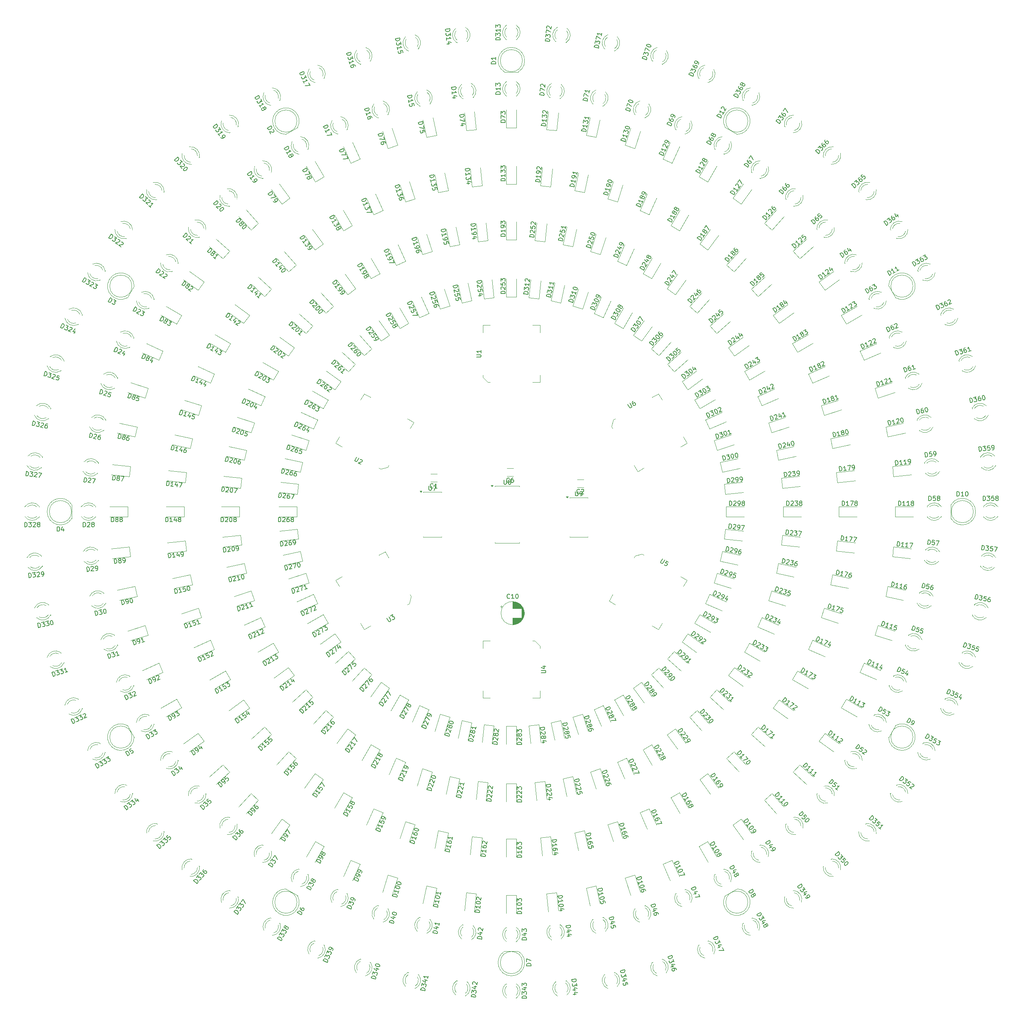
<source format=gbr>
%TF.GenerationSoftware,KiCad,Pcbnew,9.0.7-9.0.7~ubuntu24.04.1*%
%TF.CreationDate,2026-01-21T08:03:13-05:00*%
%TF.ProjectId,LED_clock,4c45445f-636c-46f6-936b-2e6b69636164,rev?*%
%TF.SameCoordinates,Original*%
%TF.FileFunction,Legend,Top*%
%TF.FilePolarity,Positive*%
%FSLAX46Y46*%
G04 Gerber Fmt 4.6, Leading zero omitted, Abs format (unit mm)*
G04 Created by KiCad (PCBNEW 9.0.7-9.0.7~ubuntu24.04.1) date 2026-01-21 08:03:13*
%MOMM*%
%LPD*%
G01*
G04 APERTURE LIST*
%ADD10C,0.150000*%
%ADD11C,0.100000*%
%ADD12C,0.120000*%
G04 APERTURE END LIST*
D10*
X288051124Y-188417912D02*
X287646362Y-189118980D01*
X287646362Y-189118980D02*
X287639982Y-189225268D01*
X287639982Y-189225268D02*
X287657412Y-189290317D01*
X287657412Y-189290317D02*
X287716081Y-189379175D01*
X287716081Y-189379175D02*
X287881039Y-189474413D01*
X287881039Y-189474413D02*
X287987327Y-189480793D01*
X287987327Y-189480793D02*
X288052375Y-189463363D01*
X288052375Y-189463363D02*
X288141234Y-189404694D01*
X288141234Y-189404694D02*
X288545996Y-188703626D01*
X289370782Y-189179816D02*
X288958389Y-188941721D01*
X288958389Y-188941721D02*
X288679054Y-189330305D01*
X288679054Y-189330305D02*
X288744103Y-189312875D01*
X288744103Y-189312875D02*
X288850391Y-189319255D01*
X288850391Y-189319255D02*
X289056588Y-189438302D01*
X289056588Y-189438302D02*
X289115257Y-189527161D01*
X289115257Y-189527161D02*
X289132687Y-189592209D01*
X289132687Y-189592209D02*
X289126307Y-189698497D01*
X289126307Y-189698497D02*
X289007259Y-189904694D01*
X289007259Y-189904694D02*
X288918401Y-189963363D01*
X288918401Y-189963363D02*
X288853352Y-189980793D01*
X288853352Y-189980793D02*
X288747064Y-189974413D01*
X288747064Y-189974413D02*
X288540867Y-189855366D01*
X288540867Y-189855366D02*
X288482198Y-189766507D01*
X288482198Y-189766507D02*
X288464769Y-189701458D01*
X260739819Y-214121904D02*
X261549342Y-214121904D01*
X261549342Y-214121904D02*
X261644580Y-214074285D01*
X261644580Y-214074285D02*
X261692200Y-214026666D01*
X261692200Y-214026666D02*
X261739819Y-213931428D01*
X261739819Y-213931428D02*
X261739819Y-213740952D01*
X261739819Y-213740952D02*
X261692200Y-213645714D01*
X261692200Y-213645714D02*
X261644580Y-213598095D01*
X261644580Y-213598095D02*
X261549342Y-213550476D01*
X261549342Y-213550476D02*
X260739819Y-213550476D01*
X261073152Y-212645714D02*
X261739819Y-212645714D01*
X260692200Y-212883809D02*
X261406485Y-213121904D01*
X261406485Y-213121904D02*
X261406485Y-212502857D01*
X225914217Y-201797806D02*
X226318979Y-202498875D01*
X226318979Y-202498875D02*
X226407837Y-202557544D01*
X226407837Y-202557544D02*
X226472886Y-202574973D01*
X226472886Y-202574973D02*
X226579174Y-202568594D01*
X226579174Y-202568594D02*
X226744132Y-202473356D01*
X226744132Y-202473356D02*
X226802801Y-202384497D01*
X226802801Y-202384497D02*
X226820230Y-202319448D01*
X226820230Y-202319448D02*
X226813851Y-202213160D01*
X226813851Y-202213160D02*
X226409089Y-201512092D01*
X226739003Y-201321616D02*
X227275114Y-201012092D01*
X227275114Y-201012092D02*
X227176915Y-201508673D01*
X227176915Y-201508673D02*
X227300633Y-201437245D01*
X227300633Y-201437245D02*
X227406921Y-201430865D01*
X227406921Y-201430865D02*
X227471970Y-201448295D01*
X227471970Y-201448295D02*
X227560828Y-201506964D01*
X227560828Y-201506964D02*
X227679876Y-201713160D01*
X227679876Y-201713160D02*
X227686256Y-201819448D01*
X227686256Y-201819448D02*
X227668826Y-201884497D01*
X227668826Y-201884497D02*
X227610157Y-201973356D01*
X227610157Y-201973356D02*
X227362721Y-202116213D01*
X227362721Y-202116213D02*
X227256433Y-202122592D01*
X227256433Y-202122592D02*
X227191384Y-202105163D01*
X219174398Y-165475902D02*
X218769636Y-166176970D01*
X218769636Y-166176970D02*
X218763256Y-166283258D01*
X218763256Y-166283258D02*
X218780686Y-166348307D01*
X218780686Y-166348307D02*
X218839355Y-166437165D01*
X218839355Y-166437165D02*
X219004313Y-166532403D01*
X219004313Y-166532403D02*
X219110601Y-166538783D01*
X219110601Y-166538783D02*
X219175649Y-166521353D01*
X219175649Y-166521353D02*
X219264508Y-166462684D01*
X219264508Y-166462684D02*
X219669270Y-165761616D01*
X219992804Y-166058380D02*
X220057853Y-166040950D01*
X220057853Y-166040950D02*
X220164141Y-166047330D01*
X220164141Y-166047330D02*
X220370338Y-166166378D01*
X220370338Y-166166378D02*
X220429007Y-166255236D01*
X220429007Y-166255236D02*
X220446437Y-166320285D01*
X220446437Y-166320285D02*
X220440057Y-166426573D01*
X220440057Y-166426573D02*
X220392438Y-166509052D01*
X220392438Y-166509052D02*
X220279770Y-166608960D01*
X220279770Y-166608960D02*
X219499184Y-166818117D01*
X219499184Y-166818117D02*
X220035295Y-167127641D01*
X246169819Y-143001904D02*
X246979342Y-143001904D01*
X246979342Y-143001904D02*
X247074580Y-142954285D01*
X247074580Y-142954285D02*
X247122200Y-142906666D01*
X247122200Y-142906666D02*
X247169819Y-142811428D01*
X247169819Y-142811428D02*
X247169819Y-142620952D01*
X247169819Y-142620952D02*
X247122200Y-142525714D01*
X247122200Y-142525714D02*
X247074580Y-142478095D01*
X247074580Y-142478095D02*
X246979342Y-142430476D01*
X246979342Y-142430476D02*
X246169819Y-142430476D01*
X247169819Y-141430476D02*
X247169819Y-142001904D01*
X247169819Y-141716190D02*
X246169819Y-141716190D01*
X246169819Y-141716190D02*
X246312676Y-141811428D01*
X246312676Y-141811428D02*
X246407914Y-141906666D01*
X246407914Y-141906666D02*
X246455533Y-142001904D01*
X253550833Y-171119580D02*
X253503214Y-171167200D01*
X253503214Y-171167200D02*
X253360357Y-171214819D01*
X253360357Y-171214819D02*
X253265119Y-171214819D01*
X253265119Y-171214819D02*
X253122262Y-171167200D01*
X253122262Y-171167200D02*
X253027024Y-171071961D01*
X253027024Y-171071961D02*
X252979405Y-170976723D01*
X252979405Y-170976723D02*
X252931786Y-170786247D01*
X252931786Y-170786247D02*
X252931786Y-170643390D01*
X252931786Y-170643390D02*
X252979405Y-170452914D01*
X252979405Y-170452914D02*
X253027024Y-170357676D01*
X253027024Y-170357676D02*
X253122262Y-170262438D01*
X253122262Y-170262438D02*
X253265119Y-170214819D01*
X253265119Y-170214819D02*
X253360357Y-170214819D01*
X253360357Y-170214819D02*
X253503214Y-170262438D01*
X253503214Y-170262438D02*
X253550833Y-170310057D01*
X254407976Y-170214819D02*
X254217500Y-170214819D01*
X254217500Y-170214819D02*
X254122262Y-170262438D01*
X254122262Y-170262438D02*
X254074643Y-170310057D01*
X254074643Y-170310057D02*
X253979405Y-170452914D01*
X253979405Y-170452914D02*
X253931786Y-170643390D01*
X253931786Y-170643390D02*
X253931786Y-171024342D01*
X253931786Y-171024342D02*
X253979405Y-171119580D01*
X253979405Y-171119580D02*
X254027024Y-171167200D01*
X254027024Y-171167200D02*
X254122262Y-171214819D01*
X254122262Y-171214819D02*
X254312738Y-171214819D01*
X254312738Y-171214819D02*
X254407976Y-171167200D01*
X254407976Y-171167200D02*
X254455595Y-171119580D01*
X254455595Y-171119580D02*
X254503214Y-171024342D01*
X254503214Y-171024342D02*
X254503214Y-170786247D01*
X254503214Y-170786247D02*
X254455595Y-170691009D01*
X254455595Y-170691009D02*
X254407976Y-170643390D01*
X254407976Y-170643390D02*
X254312738Y-170595771D01*
X254312738Y-170595771D02*
X254122262Y-170595771D01*
X254122262Y-170595771D02*
X254027024Y-170643390D01*
X254027024Y-170643390D02*
X253979405Y-170691009D01*
X253979405Y-170691009D02*
X253931786Y-170786247D01*
X269365833Y-173659580D02*
X269318214Y-173707200D01*
X269318214Y-173707200D02*
X269175357Y-173754819D01*
X269175357Y-173754819D02*
X269080119Y-173754819D01*
X269080119Y-173754819D02*
X268937262Y-173707200D01*
X268937262Y-173707200D02*
X268842024Y-173611961D01*
X268842024Y-173611961D02*
X268794405Y-173516723D01*
X268794405Y-173516723D02*
X268746786Y-173326247D01*
X268746786Y-173326247D02*
X268746786Y-173183390D01*
X268746786Y-173183390D02*
X268794405Y-172992914D01*
X268794405Y-172992914D02*
X268842024Y-172897676D01*
X268842024Y-172897676D02*
X268937262Y-172802438D01*
X268937262Y-172802438D02*
X269080119Y-172754819D01*
X269080119Y-172754819D02*
X269175357Y-172754819D01*
X269175357Y-172754819D02*
X269318214Y-172802438D01*
X269318214Y-172802438D02*
X269365833Y-172850057D01*
X269746786Y-172850057D02*
X269794405Y-172802438D01*
X269794405Y-172802438D02*
X269889643Y-172754819D01*
X269889643Y-172754819D02*
X270127738Y-172754819D01*
X270127738Y-172754819D02*
X270222976Y-172802438D01*
X270222976Y-172802438D02*
X270270595Y-172850057D01*
X270270595Y-172850057D02*
X270318214Y-172945295D01*
X270318214Y-172945295D02*
X270318214Y-173040533D01*
X270318214Y-173040533D02*
X270270595Y-173183390D01*
X270270595Y-173183390D02*
X269699167Y-173754819D01*
X269699167Y-173754819D02*
X270318214Y-173754819D01*
X236345833Y-172389580D02*
X236298214Y-172437200D01*
X236298214Y-172437200D02*
X236155357Y-172484819D01*
X236155357Y-172484819D02*
X236060119Y-172484819D01*
X236060119Y-172484819D02*
X235917262Y-172437200D01*
X235917262Y-172437200D02*
X235822024Y-172341961D01*
X235822024Y-172341961D02*
X235774405Y-172246723D01*
X235774405Y-172246723D02*
X235726786Y-172056247D01*
X235726786Y-172056247D02*
X235726786Y-171913390D01*
X235726786Y-171913390D02*
X235774405Y-171722914D01*
X235774405Y-171722914D02*
X235822024Y-171627676D01*
X235822024Y-171627676D02*
X235917262Y-171532438D01*
X235917262Y-171532438D02*
X236060119Y-171484819D01*
X236060119Y-171484819D02*
X236155357Y-171484819D01*
X236155357Y-171484819D02*
X236298214Y-171532438D01*
X236298214Y-171532438D02*
X236345833Y-171580057D01*
X237298214Y-172484819D02*
X236726786Y-172484819D01*
X237012500Y-172484819D02*
X237012500Y-171484819D01*
X237012500Y-171484819D02*
X236917262Y-171627676D01*
X236917262Y-171627676D02*
X236822024Y-171722914D01*
X236822024Y-171722914D02*
X236726786Y-171770533D01*
X237284143Y-272866290D02*
X236305996Y-272658379D01*
X236305996Y-272658379D02*
X236355499Y-272425486D01*
X236355499Y-272425486D02*
X236431779Y-272295652D01*
X236431779Y-272295652D02*
X236544737Y-272222296D01*
X236544737Y-272222296D02*
X236647794Y-272195518D01*
X236647794Y-272195518D02*
X236844009Y-272188542D01*
X236844009Y-272188542D02*
X236983744Y-272218244D01*
X236983744Y-272218244D02*
X237160157Y-272304425D01*
X237160157Y-272304425D02*
X237243414Y-272370804D01*
X237243414Y-272370804D02*
X237316769Y-272483762D01*
X237316769Y-272483762D02*
X237333646Y-272633398D01*
X237333646Y-272633398D02*
X237284143Y-272866290D01*
X236929062Y-271330329D02*
X237581160Y-271468937D01*
X236506931Y-271484017D02*
X237156105Y-271865417D01*
X237156105Y-271865417D02*
X237284813Y-271259897D01*
X237798972Y-270444211D02*
X237680166Y-271003152D01*
X237739569Y-270723681D02*
X236761421Y-270515770D01*
X236761421Y-270515770D02*
X236881356Y-270638628D01*
X236881356Y-270638628D02*
X236954712Y-270751586D01*
X236954712Y-270751586D02*
X236981489Y-270854644D01*
X219317301Y-122297440D02*
X220183326Y-121797440D01*
X220183326Y-121797440D02*
X220302374Y-122003637D01*
X220302374Y-122003637D02*
X220332563Y-122151164D01*
X220332563Y-122151164D02*
X220297703Y-122281262D01*
X220297703Y-122281262D02*
X220239034Y-122370120D01*
X220239034Y-122370120D02*
X220097887Y-122506597D01*
X220097887Y-122506597D02*
X219974169Y-122578026D01*
X219974169Y-122578026D02*
X219785402Y-122632025D01*
X219785402Y-122632025D02*
X219679114Y-122638405D01*
X219679114Y-122638405D02*
X219549016Y-122603545D01*
X219549016Y-122603545D02*
X219436348Y-122503637D01*
X219436348Y-122503637D02*
X219317301Y-122297440D01*
X220079206Y-123617098D02*
X219793491Y-123122226D01*
X219936348Y-123369662D02*
X220802374Y-122869662D01*
X220802374Y-122869662D02*
X220631037Y-122858612D01*
X220631037Y-122858612D02*
X220500939Y-122823752D01*
X220500939Y-122823752D02*
X220412081Y-122765083D01*
X220317301Y-124029491D02*
X220412539Y-124194448D01*
X220412539Y-124194448D02*
X220501397Y-124253117D01*
X220501397Y-124253117D02*
X220566446Y-124270547D01*
X220566446Y-124270547D02*
X220737783Y-124281597D01*
X220737783Y-124281597D02*
X220926550Y-124227598D01*
X220926550Y-124227598D02*
X221256464Y-124037122D01*
X221256464Y-124037122D02*
X221315133Y-123948264D01*
X221315133Y-123948264D02*
X221332563Y-123883215D01*
X221332563Y-123883215D02*
X221326183Y-123776927D01*
X221326183Y-123776927D02*
X221230945Y-123611970D01*
X221230945Y-123611970D02*
X221142087Y-123553300D01*
X221142087Y-123553300D02*
X221077038Y-123535871D01*
X221077038Y-123535871D02*
X220970750Y-123542250D01*
X220970750Y-123542250D02*
X220764553Y-123661298D01*
X220764553Y-123661298D02*
X220705884Y-123750156D01*
X220705884Y-123750156D02*
X220688455Y-123815205D01*
X220688455Y-123815205D02*
X220694834Y-123921493D01*
X220694834Y-123921493D02*
X220790072Y-124086451D01*
X220790072Y-124086451D02*
X220878931Y-124145120D01*
X220878931Y-124145120D02*
X220943980Y-124162549D01*
X220943980Y-124162549D02*
X221050268Y-124156170D01*
X221335982Y-124651041D02*
X221329602Y-124544753D01*
X221329602Y-124544753D02*
X221347032Y-124479704D01*
X221347032Y-124479704D02*
X221405701Y-124390846D01*
X221405701Y-124390846D02*
X221446940Y-124367037D01*
X221446940Y-124367037D02*
X221553229Y-124360657D01*
X221553229Y-124360657D02*
X221618277Y-124378087D01*
X221618277Y-124378087D02*
X221707136Y-124436756D01*
X221707136Y-124436756D02*
X221802374Y-124601713D01*
X221802374Y-124601713D02*
X221808754Y-124708001D01*
X221808754Y-124708001D02*
X221791324Y-124773050D01*
X221791324Y-124773050D02*
X221732655Y-124861908D01*
X221732655Y-124861908D02*
X221691415Y-124885718D01*
X221691415Y-124885718D02*
X221585127Y-124892097D01*
X221585127Y-124892097D02*
X221520078Y-124874668D01*
X221520078Y-124874668D02*
X221431220Y-124815999D01*
X221431220Y-124815999D02*
X221335982Y-124651041D01*
X221335982Y-124651041D02*
X221247124Y-124592372D01*
X221247124Y-124592372D02*
X221182075Y-124574943D01*
X221182075Y-124574943D02*
X221075787Y-124581322D01*
X221075787Y-124581322D02*
X220910829Y-124676560D01*
X220910829Y-124676560D02*
X220852160Y-124765419D01*
X220852160Y-124765419D02*
X220834731Y-124830468D01*
X220834731Y-124830468D02*
X220841110Y-124936756D01*
X220841110Y-124936756D02*
X220936348Y-125101713D01*
X220936348Y-125101713D02*
X221025207Y-125160382D01*
X221025207Y-125160382D02*
X221090256Y-125177812D01*
X221090256Y-125177812D02*
X221196544Y-125171432D01*
X221196544Y-125171432D02*
X221361501Y-125076194D01*
X221361501Y-125076194D02*
X221420170Y-124987336D01*
X221420170Y-124987336D02*
X221437600Y-124922287D01*
X221437600Y-124922287D02*
X221431220Y-124815999D01*
X197644938Y-231616852D02*
X196975807Y-230873707D01*
X196975807Y-230873707D02*
X197152746Y-230714390D01*
X197152746Y-230714390D02*
X197290773Y-230654188D01*
X197290773Y-230654188D02*
X197425275Y-230661237D01*
X197425275Y-230661237D02*
X197524390Y-230700149D01*
X197524390Y-230700149D02*
X197687231Y-230809837D01*
X197687231Y-230809837D02*
X197782821Y-230916001D01*
X197782821Y-230916001D02*
X197874887Y-231089416D01*
X197874887Y-231089416D02*
X197903226Y-231192055D01*
X197903226Y-231192055D02*
X197896177Y-231326557D01*
X197896177Y-231326557D02*
X197821877Y-231457535D01*
X197821877Y-231457535D02*
X197644938Y-231616852D01*
X198777349Y-230597224D02*
X198352695Y-230979585D01*
X198565022Y-230788405D02*
X197895891Y-230045260D01*
X197895891Y-230045260D02*
X197920705Y-230215150D01*
X197920705Y-230215150D02*
X197913656Y-230349652D01*
X197913656Y-230349652D02*
X197874744Y-230448767D01*
X198780587Y-229248676D02*
X198426709Y-229567309D01*
X198426709Y-229567309D02*
X198709955Y-229953051D01*
X198709955Y-229953051D02*
X198713479Y-229885800D01*
X198713479Y-229885800D02*
X198752391Y-229786685D01*
X198752391Y-229786685D02*
X198929331Y-229627369D01*
X198929331Y-229627369D02*
X199031970Y-229599030D01*
X199031970Y-229599030D02*
X199099221Y-229602554D01*
X199099221Y-229602554D02*
X199198335Y-229641466D01*
X199198335Y-229641466D02*
X199357652Y-229818406D01*
X199357652Y-229818406D02*
X199385991Y-229921045D01*
X199385991Y-229921045D02*
X199382467Y-229988296D01*
X199382467Y-229988296D02*
X199343554Y-230087411D01*
X199343554Y-230087411D02*
X199166615Y-230246727D01*
X199166615Y-230246727D02*
X199063976Y-230275066D01*
X199063976Y-230275066D02*
X198996725Y-230271542D01*
X199488344Y-228611408D02*
X199134466Y-228930042D01*
X199134466Y-228930042D02*
X199417712Y-229315784D01*
X199417712Y-229315784D02*
X199421236Y-229248533D01*
X199421236Y-229248533D02*
X199460148Y-229149418D01*
X199460148Y-229149418D02*
X199637088Y-228990101D01*
X199637088Y-228990101D02*
X199739727Y-228961762D01*
X199739727Y-228961762D02*
X199806978Y-228965287D01*
X199806978Y-228965287D02*
X199906092Y-229004199D01*
X199906092Y-229004199D02*
X200065409Y-229181138D01*
X200065409Y-229181138D02*
X200093748Y-229283778D01*
X200093748Y-229283778D02*
X200090224Y-229351029D01*
X200090224Y-229351029D02*
X200051311Y-229450143D01*
X200051311Y-229450143D02*
X199874372Y-229609460D01*
X199874372Y-229609460D02*
X199771733Y-229637799D01*
X199771733Y-229637799D02*
X199704482Y-229634274D01*
X168752069Y-132525176D02*
X169252069Y-131659151D01*
X169252069Y-131659151D02*
X169458265Y-131778199D01*
X169458265Y-131778199D02*
X169558174Y-131890867D01*
X169558174Y-131890867D02*
X169593033Y-132020964D01*
X169593033Y-132020964D02*
X169586653Y-132127252D01*
X169586653Y-132127252D02*
X169532655Y-132316019D01*
X169532655Y-132316019D02*
X169461226Y-132439737D01*
X169461226Y-132439737D02*
X169324749Y-132580885D01*
X169324749Y-132580885D02*
X169235890Y-132639554D01*
X169235890Y-132639554D02*
X169105793Y-132674413D01*
X169105793Y-132674413D02*
X168958265Y-132644224D01*
X168958265Y-132644224D02*
X168752069Y-132525176D01*
X170029236Y-132217820D02*
X170094285Y-132200390D01*
X170094285Y-132200390D02*
X170200573Y-132206770D01*
X170200573Y-132206770D02*
X170406769Y-132325818D01*
X170406769Y-132325818D02*
X170465438Y-132414676D01*
X170465438Y-132414676D02*
X170482868Y-132479725D01*
X170482868Y-132479725D02*
X170476488Y-132586013D01*
X170476488Y-132586013D02*
X170428869Y-132668492D01*
X170428869Y-132668492D02*
X170316201Y-132768400D01*
X170316201Y-132768400D02*
X169535615Y-132977557D01*
X169535615Y-132977557D02*
X170071726Y-133287081D01*
X170860402Y-132587723D02*
X171396513Y-132897246D01*
X171396513Y-132897246D02*
X170917361Y-133060494D01*
X170917361Y-133060494D02*
X171041079Y-133131923D01*
X171041079Y-133131923D02*
X171099748Y-133220781D01*
X171099748Y-133220781D02*
X171117178Y-133285830D01*
X171117178Y-133285830D02*
X171110798Y-133392118D01*
X171110798Y-133392118D02*
X170991751Y-133598315D01*
X170991751Y-133598315D02*
X170902892Y-133656984D01*
X170902892Y-133656984D02*
X170837843Y-133674413D01*
X170837843Y-133674413D02*
X170731555Y-133668034D01*
X170731555Y-133668034D02*
X170484120Y-133525176D01*
X170484120Y-133525176D02*
X170425450Y-133436318D01*
X170425450Y-133436318D02*
X170408021Y-133371269D01*
X182438994Y-232616305D02*
X181851208Y-231807288D01*
X181851208Y-231807288D02*
X182043831Y-231667339D01*
X182043831Y-231667339D02*
X182187395Y-231621895D01*
X182187395Y-231621895D02*
X182320424Y-231642964D01*
X182320424Y-231642964D02*
X182414928Y-231692024D01*
X182414928Y-231692024D02*
X182565412Y-231818132D01*
X182565412Y-231818132D02*
X182649381Y-231933706D01*
X182649381Y-231933706D02*
X182722816Y-232115794D01*
X182722816Y-232115794D02*
X182740270Y-232220834D01*
X182740270Y-232220834D02*
X182719201Y-232353862D01*
X182719201Y-232353862D02*
X182631617Y-232476356D01*
X182631617Y-232476356D02*
X182438994Y-232616305D01*
X183286535Y-232000530D02*
X183440634Y-231888571D01*
X183440634Y-231888571D02*
X183489693Y-231794067D01*
X183489693Y-231794067D02*
X183500228Y-231727552D01*
X183500228Y-231727552D02*
X183493308Y-231555999D01*
X183493308Y-231555999D02*
X183419873Y-231373911D01*
X183419873Y-231373911D02*
X183195955Y-231065714D01*
X183195955Y-231065714D02*
X183101451Y-231016654D01*
X183101451Y-231016654D02*
X183034937Y-231006120D01*
X183034937Y-231006120D02*
X182929898Y-231023574D01*
X182929898Y-231023574D02*
X182775799Y-231135534D01*
X182775799Y-231135534D02*
X182726740Y-231230038D01*
X182726740Y-231230038D02*
X182716205Y-231296552D01*
X182716205Y-231296552D02*
X182733660Y-231401591D01*
X182733660Y-231401591D02*
X182873609Y-231594214D01*
X182873609Y-231594214D02*
X182968113Y-231643274D01*
X182968113Y-231643274D02*
X183034627Y-231653809D01*
X183034627Y-231653809D02*
X183139666Y-231636354D01*
X183139666Y-231636354D02*
X183293765Y-231524394D01*
X183293765Y-231524394D02*
X183342824Y-231429890D01*
X183342824Y-231429890D02*
X183353359Y-231363376D01*
X183353359Y-231363376D02*
X183335904Y-231258337D01*
X183973368Y-230677472D02*
X184365225Y-231216816D01*
X183556826Y-230509224D02*
X183784050Y-231227042D01*
X183784050Y-231227042D02*
X184284870Y-230863175D01*
X294536367Y-262686950D02*
X295449913Y-262280213D01*
X295449913Y-262280213D02*
X295546755Y-262497724D01*
X295546755Y-262497724D02*
X295561358Y-262647599D01*
X295561358Y-262647599D02*
X295513090Y-262773340D01*
X295513090Y-262773340D02*
X295445454Y-262855579D01*
X295445454Y-262855579D02*
X295290814Y-262976555D01*
X295290814Y-262976555D02*
X295160308Y-263034660D01*
X295160308Y-263034660D02*
X294966930Y-263068632D01*
X294966930Y-263068632D02*
X294860558Y-263063866D01*
X294860558Y-263063866D02*
X294734817Y-263015599D01*
X294734817Y-263015599D02*
X294633209Y-262904461D01*
X294633209Y-262904461D02*
X294536367Y-262686950D01*
X295726450Y-263720857D02*
X295117419Y-263992015D01*
X295977625Y-263348399D02*
X295228250Y-263421414D01*
X295228250Y-263421414D02*
X295480040Y-263986942D01*
X296205281Y-263976798D02*
X296476438Y-264585828D01*
X296476438Y-264585828D02*
X295388577Y-264601045D01*
X296526138Y-222974886D02*
X297269283Y-222305755D01*
X297269283Y-222305755D02*
X297428600Y-222482694D01*
X297428600Y-222482694D02*
X297488802Y-222620721D01*
X297488802Y-222620721D02*
X297481753Y-222755223D01*
X297481753Y-222755223D02*
X297442841Y-222854338D01*
X297442841Y-222854338D02*
X297333153Y-223017179D01*
X297333153Y-223017179D02*
X297226989Y-223112769D01*
X297226989Y-223112769D02*
X297053574Y-223204835D01*
X297053574Y-223204835D02*
X296950935Y-223233174D01*
X296950935Y-223233174D02*
X296816433Y-223226125D01*
X296816433Y-223226125D02*
X296685455Y-223151825D01*
X296685455Y-223151825D02*
X296526138Y-222974886D01*
X297835774Y-223077239D02*
X297903026Y-223080763D01*
X297903026Y-223080763D02*
X298002140Y-223119675D01*
X298002140Y-223119675D02*
X298161457Y-223296615D01*
X298161457Y-223296615D02*
X298189796Y-223399254D01*
X298189796Y-223399254D02*
X298186271Y-223466505D01*
X298186271Y-223466505D02*
X298147359Y-223565620D01*
X298147359Y-223565620D02*
X298076583Y-223629346D01*
X298076583Y-223629346D02*
X297938556Y-223689548D01*
X297938556Y-223689548D02*
X297131542Y-223647255D01*
X297131542Y-223647255D02*
X297545766Y-224107297D01*
X298511954Y-223685881D02*
X298926178Y-224145923D01*
X298926178Y-224145923D02*
X298420031Y-224153115D01*
X298420031Y-224153115D02*
X298515621Y-224259279D01*
X298515621Y-224259279D02*
X298543960Y-224361918D01*
X298543960Y-224361918D02*
X298540436Y-224429169D01*
X298540436Y-224429169D02*
X298501524Y-224528283D01*
X298501524Y-224528283D02*
X298324584Y-224687600D01*
X298324584Y-224687600D02*
X298221945Y-224715939D01*
X298221945Y-224715939D02*
X298154694Y-224712415D01*
X298154694Y-224712415D02*
X298055579Y-224673502D01*
X298055579Y-224673502D02*
X297864399Y-224461175D01*
X297864399Y-224461175D02*
X297836060Y-224358536D01*
X297836060Y-224358536D02*
X297839585Y-224291285D01*
X299340401Y-224605965D02*
X299404128Y-224676741D01*
X299404128Y-224676741D02*
X299432467Y-224779380D01*
X299432467Y-224779380D02*
X299428943Y-224846631D01*
X299428943Y-224846631D02*
X299390030Y-224945746D01*
X299390030Y-224945746D02*
X299280342Y-225108587D01*
X299280342Y-225108587D02*
X299103403Y-225267904D01*
X299103403Y-225267904D02*
X298929988Y-225359969D01*
X298929988Y-225359969D02*
X298827349Y-225388308D01*
X298827349Y-225388308D02*
X298760098Y-225384784D01*
X298760098Y-225384784D02*
X298660983Y-225345871D01*
X298660983Y-225345871D02*
X298597257Y-225275096D01*
X298597257Y-225275096D02*
X298568918Y-225172457D01*
X298568918Y-225172457D02*
X298572442Y-225105206D01*
X298572442Y-225105206D02*
X298611355Y-225006091D01*
X298611355Y-225006091D02*
X298721043Y-224843250D01*
X298721043Y-224843250D02*
X298897982Y-224683933D01*
X298897982Y-224683933D02*
X299071397Y-224591867D01*
X299071397Y-224591867D02*
X299174036Y-224563528D01*
X299174036Y-224563528D02*
X299241287Y-224567053D01*
X299241287Y-224567053D02*
X299340401Y-224605965D01*
X328245098Y-184220718D02*
X328349626Y-183226196D01*
X328349626Y-183226196D02*
X328586417Y-183251084D01*
X328586417Y-183251084D02*
X328723514Y-183313375D01*
X328723514Y-183313375D02*
X328808275Y-183418046D01*
X328808275Y-183418046D02*
X328845679Y-183517740D01*
X328845679Y-183517740D02*
X328873127Y-183712150D01*
X328873127Y-183712150D02*
X328858194Y-183854225D01*
X328858194Y-183854225D02*
X328790926Y-184038680D01*
X328790926Y-184038680D02*
X328733612Y-184128419D01*
X328733612Y-184128419D02*
X328628941Y-184213180D01*
X328628941Y-184213180D02*
X328481889Y-184245606D01*
X328481889Y-184245606D02*
X328245098Y-184220718D01*
X329760560Y-184380000D02*
X329192262Y-184320269D01*
X329476411Y-184350134D02*
X329580939Y-183355612D01*
X329580939Y-183355612D02*
X329471290Y-183487732D01*
X329471290Y-183487732D02*
X329366619Y-183572493D01*
X329366619Y-183572493D02*
X329266925Y-183609896D01*
X330196596Y-183420321D02*
X330859610Y-183490006D01*
X330859610Y-183490006D02*
X330328858Y-184439730D01*
X331143759Y-183519871D02*
X331806774Y-183589557D01*
X331806774Y-183589557D02*
X331276022Y-184539281D01*
X310291543Y-226634644D02*
X310960673Y-225891499D01*
X310960673Y-225891499D02*
X311137613Y-226050816D01*
X311137613Y-226050816D02*
X311211913Y-226181794D01*
X311211913Y-226181794D02*
X311218962Y-226316296D01*
X311218962Y-226316296D02*
X311190623Y-226418935D01*
X311190623Y-226418935D02*
X311098557Y-226592350D01*
X311098557Y-226592350D02*
X311002967Y-226698514D01*
X311002967Y-226698514D02*
X310840126Y-226808202D01*
X310840126Y-226808202D02*
X310741011Y-226847114D01*
X310741011Y-226847114D02*
X310606509Y-226854163D01*
X310606509Y-226854163D02*
X310468482Y-226793961D01*
X310468482Y-226793961D02*
X310291543Y-226634644D01*
X311423954Y-227654271D02*
X310999300Y-227271911D01*
X311211627Y-227463091D02*
X311880758Y-226719946D01*
X311880758Y-226719946D02*
X311714392Y-226762383D01*
X311714392Y-226762383D02*
X311579889Y-226769432D01*
X311579889Y-226769432D02*
X311477250Y-226741093D01*
X312340800Y-227134170D02*
X312836229Y-227580257D01*
X312836229Y-227580257D02*
X311848608Y-228036632D01*
X312839468Y-228928806D02*
X312414814Y-228546446D01*
X312627141Y-228737626D02*
X313296272Y-227994481D01*
X313296272Y-227994481D02*
X313129906Y-228036918D01*
X313129906Y-228036918D02*
X312995403Y-228043967D01*
X312995403Y-228043967D02*
X312892764Y-228015628D01*
X331548999Y-231046072D02*
X332136784Y-230237055D01*
X332136784Y-230237055D02*
X332329407Y-230377003D01*
X332329407Y-230377003D02*
X332416991Y-230499497D01*
X332416991Y-230499497D02*
X332438061Y-230632526D01*
X332438061Y-230632526D02*
X332420606Y-230737565D01*
X332420606Y-230737565D02*
X332347171Y-230919653D01*
X332347171Y-230919653D02*
X332263202Y-231035227D01*
X332263202Y-231035227D02*
X332112718Y-231161336D01*
X332112718Y-231161336D02*
X332018214Y-231210395D01*
X332018214Y-231210395D02*
X331885185Y-231231465D01*
X331885185Y-231231465D02*
X331741622Y-231186020D01*
X331741622Y-231186020D02*
X331548999Y-231046072D01*
X333331047Y-231104738D02*
X332945801Y-230824840D01*
X332945801Y-230824840D02*
X332627379Y-231182096D01*
X332627379Y-231182096D02*
X332693893Y-231171561D01*
X332693893Y-231171561D02*
X332798932Y-231189016D01*
X332798932Y-231189016D02*
X332991555Y-231328965D01*
X332991555Y-231328965D02*
X333040615Y-231423469D01*
X333040615Y-231423469D02*
X333051149Y-231489984D01*
X333051149Y-231489984D02*
X333033695Y-231595023D01*
X333033695Y-231595023D02*
X332893746Y-231787646D01*
X332893746Y-231787646D02*
X332799241Y-231836705D01*
X332799241Y-231836705D02*
X332732727Y-231847240D01*
X332732727Y-231847240D02*
X332627688Y-231829785D01*
X332627688Y-231829785D02*
X332435065Y-231689836D01*
X332435065Y-231689836D02*
X332386006Y-231595332D01*
X332386006Y-231595332D02*
X332375471Y-231528818D01*
X333621789Y-231433695D02*
X333688304Y-231423160D01*
X333688304Y-231423160D02*
X333793343Y-231440615D01*
X333793343Y-231440615D02*
X333985966Y-231580564D01*
X333985966Y-231580564D02*
X334035025Y-231675068D01*
X334035025Y-231675068D02*
X334045560Y-231741582D01*
X334045560Y-231741582D02*
X334028105Y-231846621D01*
X334028105Y-231846621D02*
X333972126Y-231923671D01*
X333972126Y-231923671D02*
X333849632Y-232011255D01*
X333849632Y-232011255D02*
X333051459Y-232137673D01*
X333051459Y-232137673D02*
X333552279Y-232501540D01*
X217179064Y-140320817D02*
X217922209Y-139651686D01*
X217922209Y-139651686D02*
X218081526Y-139828625D01*
X218081526Y-139828625D02*
X218141728Y-139966652D01*
X218141728Y-139966652D02*
X218134679Y-140101154D01*
X218134679Y-140101154D02*
X218095767Y-140200269D01*
X218095767Y-140200269D02*
X217986079Y-140363110D01*
X217986079Y-140363110D02*
X217879915Y-140458700D01*
X217879915Y-140458700D02*
X217706500Y-140550766D01*
X217706500Y-140550766D02*
X217603861Y-140579105D01*
X217603861Y-140579105D02*
X217469359Y-140572056D01*
X217469359Y-140572056D02*
X217338381Y-140497756D01*
X217338381Y-140497756D02*
X217179064Y-140320817D01*
X218488700Y-140423170D02*
X218555952Y-140426694D01*
X218555952Y-140426694D02*
X218655066Y-140465606D01*
X218655066Y-140465606D02*
X218814383Y-140642546D01*
X218814383Y-140642546D02*
X218842722Y-140745185D01*
X218842722Y-140745185D02*
X218839197Y-140812436D01*
X218839197Y-140812436D02*
X218800285Y-140911551D01*
X218800285Y-140911551D02*
X218729509Y-140975277D01*
X218729509Y-140975277D02*
X218591482Y-141035479D01*
X218591482Y-141035479D02*
X217784468Y-140993186D01*
X217784468Y-140993186D02*
X218198692Y-141453228D01*
X219515377Y-141421078D02*
X219387924Y-141279527D01*
X219387924Y-141279527D02*
X219288809Y-141240615D01*
X219288809Y-141240615D02*
X219221558Y-141237090D01*
X219221558Y-141237090D02*
X219051667Y-141261905D01*
X219051667Y-141261905D02*
X218878253Y-141353970D01*
X218878253Y-141353970D02*
X218595150Y-141608877D01*
X218595150Y-141608877D02*
X218556238Y-141707992D01*
X218556238Y-141707992D02*
X218552713Y-141775243D01*
X218552713Y-141775243D02*
X218581052Y-141877882D01*
X218581052Y-141877882D02*
X218708505Y-142019433D01*
X218708505Y-142019433D02*
X218807620Y-142058346D01*
X218807620Y-142058346D02*
X218874871Y-142061870D01*
X218874871Y-142061870D02*
X218977510Y-142033531D01*
X218977510Y-142033531D02*
X219154450Y-141874214D01*
X219154450Y-141874214D02*
X219193362Y-141775100D01*
X219193362Y-141775100D02*
X219196886Y-141707849D01*
X219196886Y-141707849D02*
X219168547Y-141605210D01*
X219168547Y-141605210D02*
X219041094Y-141463658D01*
X219041094Y-141463658D02*
X218941979Y-141424746D01*
X218941979Y-141424746D02*
X218874728Y-141421221D01*
X218874728Y-141421221D02*
X218772089Y-141449560D01*
X219993327Y-141951896D02*
X220057054Y-142022672D01*
X220057054Y-142022672D02*
X220085393Y-142125311D01*
X220085393Y-142125311D02*
X220081869Y-142192562D01*
X220081869Y-142192562D02*
X220042956Y-142291677D01*
X220042956Y-142291677D02*
X219933268Y-142454518D01*
X219933268Y-142454518D02*
X219756329Y-142613835D01*
X219756329Y-142613835D02*
X219582914Y-142705900D01*
X219582914Y-142705900D02*
X219480275Y-142734239D01*
X219480275Y-142734239D02*
X219413024Y-142730715D01*
X219413024Y-142730715D02*
X219313909Y-142691802D01*
X219313909Y-142691802D02*
X219250183Y-142621027D01*
X219250183Y-142621027D02*
X219221844Y-142518388D01*
X219221844Y-142518388D02*
X219225368Y-142451137D01*
X219225368Y-142451137D02*
X219264281Y-142352022D01*
X219264281Y-142352022D02*
X219373969Y-142189181D01*
X219373969Y-142189181D02*
X219550908Y-142029864D01*
X219550908Y-142029864D02*
X219724323Y-141937798D01*
X219724323Y-141937798D02*
X219826962Y-141909459D01*
X219826962Y-141909459D02*
X219894213Y-141912984D01*
X219894213Y-141912984D02*
X219993327Y-141951896D01*
X208535570Y-130721244D02*
X209278715Y-130052113D01*
X209278715Y-130052113D02*
X209438032Y-130229052D01*
X209438032Y-130229052D02*
X209498234Y-130367079D01*
X209498234Y-130367079D02*
X209491185Y-130501581D01*
X209491185Y-130501581D02*
X209452273Y-130600696D01*
X209452273Y-130600696D02*
X209342585Y-130763537D01*
X209342585Y-130763537D02*
X209236421Y-130859127D01*
X209236421Y-130859127D02*
X209063006Y-130951193D01*
X209063006Y-130951193D02*
X208960367Y-130979532D01*
X208960367Y-130979532D02*
X208825865Y-130972483D01*
X208825865Y-130972483D02*
X208694887Y-130898183D01*
X208694887Y-130898183D02*
X208535570Y-130721244D01*
X209845206Y-130823597D02*
X209912458Y-130827121D01*
X209912458Y-130827121D02*
X210011572Y-130866033D01*
X210011572Y-130866033D02*
X210170889Y-131042973D01*
X210170889Y-131042973D02*
X210199228Y-131145612D01*
X210199228Y-131145612D02*
X210195703Y-131212863D01*
X210195703Y-131212863D02*
X210156791Y-131311978D01*
X210156791Y-131311978D02*
X210086015Y-131375704D01*
X210086015Y-131375704D02*
X209947988Y-131435906D01*
X209947988Y-131435906D02*
X209140974Y-131393613D01*
X209140974Y-131393613D02*
X209555198Y-131853655D01*
X210712566Y-131644566D02*
X210776293Y-131715342D01*
X210776293Y-131715342D02*
X210804632Y-131817981D01*
X210804632Y-131817981D02*
X210801107Y-131885232D01*
X210801107Y-131885232D02*
X210762195Y-131984347D01*
X210762195Y-131984347D02*
X210652507Y-132147188D01*
X210652507Y-132147188D02*
X210475568Y-132306505D01*
X210475568Y-132306505D02*
X210302153Y-132398570D01*
X210302153Y-132398570D02*
X210199514Y-132426909D01*
X210199514Y-132426909D02*
X210132263Y-132423385D01*
X210132263Y-132423385D02*
X210033148Y-132384472D01*
X210033148Y-132384472D02*
X209969421Y-132313697D01*
X209969421Y-132313697D02*
X209941082Y-132211058D01*
X209941082Y-132211058D02*
X209944607Y-132143806D01*
X209944607Y-132143806D02*
X209983519Y-132044692D01*
X209983519Y-132044692D02*
X210093207Y-131881851D01*
X210093207Y-131881851D02*
X210270147Y-131722534D01*
X210270147Y-131722534D02*
X210443561Y-131630468D01*
X210443561Y-131630468D02*
X210546200Y-131602129D01*
X210546200Y-131602129D02*
X210613452Y-131605654D01*
X210613452Y-131605654D02*
X210712566Y-131644566D01*
X211349833Y-132352323D02*
X211413560Y-132423099D01*
X211413560Y-132423099D02*
X211441899Y-132525738D01*
X211441899Y-132525738D02*
X211438375Y-132592989D01*
X211438375Y-132592989D02*
X211399462Y-132692104D01*
X211399462Y-132692104D02*
X211289774Y-132854945D01*
X211289774Y-132854945D02*
X211112835Y-133014262D01*
X211112835Y-133014262D02*
X210939420Y-133106327D01*
X210939420Y-133106327D02*
X210836781Y-133134666D01*
X210836781Y-133134666D02*
X210769530Y-133131142D01*
X210769530Y-133131142D02*
X210670415Y-133092229D01*
X210670415Y-133092229D02*
X210606689Y-133021454D01*
X210606689Y-133021454D02*
X210578350Y-132918815D01*
X210578350Y-132918815D02*
X210581874Y-132851564D01*
X210581874Y-132851564D02*
X210620787Y-132752449D01*
X210620787Y-132752449D02*
X210730475Y-132589608D01*
X210730475Y-132589608D02*
X210907414Y-132430291D01*
X210907414Y-132430291D02*
X211080829Y-132338225D01*
X211080829Y-132338225D02*
X211183468Y-132309886D01*
X211183468Y-132309886D02*
X211250719Y-132313411D01*
X211250719Y-132313411D02*
X211349833Y-132352323D01*
X167590173Y-152126145D02*
X167899190Y-151175089D01*
X167899190Y-151175089D02*
X168125632Y-151248664D01*
X168125632Y-151248664D02*
X168246782Y-151338098D01*
X168246782Y-151338098D02*
X168307929Y-151458105D01*
X168307929Y-151458105D02*
X168323787Y-151563397D01*
X168323787Y-151563397D02*
X168310215Y-151759265D01*
X168310215Y-151759265D02*
X168266070Y-151895131D01*
X168266070Y-151895131D02*
X168161921Y-152061569D01*
X168161921Y-152061569D02*
X168087203Y-152137431D01*
X168087203Y-152137431D02*
X167967196Y-152198578D01*
X167967196Y-152198578D02*
X167816615Y-152199721D01*
X167816615Y-152199721D02*
X167590173Y-152126145D01*
X168853676Y-151935847D02*
X168777814Y-151861128D01*
X168777814Y-151861128D02*
X168747241Y-151801124D01*
X168747241Y-151801124D02*
X168731383Y-151695833D01*
X168731383Y-151695833D02*
X168746098Y-151650544D01*
X168746098Y-151650544D02*
X168820817Y-151574682D01*
X168820817Y-151574682D02*
X168880820Y-151544109D01*
X168880820Y-151544109D02*
X168986112Y-151528251D01*
X168986112Y-151528251D02*
X169167266Y-151587111D01*
X169167266Y-151587111D02*
X169243127Y-151661830D01*
X169243127Y-151661830D02*
X169273701Y-151721833D01*
X169273701Y-151721833D02*
X169289559Y-151827125D01*
X169289559Y-151827125D02*
X169274844Y-151872414D01*
X169274844Y-151872414D02*
X169200125Y-151948275D01*
X169200125Y-151948275D02*
X169140122Y-151978849D01*
X169140122Y-151978849D02*
X169034830Y-151994707D01*
X169034830Y-151994707D02*
X168853676Y-151935847D01*
X168853676Y-151935847D02*
X168748384Y-151951705D01*
X168748384Y-151951705D02*
X168688381Y-151982278D01*
X168688381Y-151982278D02*
X168613662Y-152058140D01*
X168613662Y-152058140D02*
X168554802Y-152239293D01*
X168554802Y-152239293D02*
X168570660Y-152344585D01*
X168570660Y-152344585D02*
X168601233Y-152404589D01*
X168601233Y-152404589D02*
X168677095Y-152479307D01*
X168677095Y-152479307D02*
X168858249Y-152538168D01*
X168858249Y-152538168D02*
X168963541Y-152522310D01*
X168963541Y-152522310D02*
X169023544Y-152491736D01*
X169023544Y-152491736D02*
X169098263Y-152415875D01*
X169098263Y-152415875D02*
X169157123Y-152234721D01*
X169157123Y-152234721D02*
X169141265Y-152129429D01*
X169141265Y-152129429D02*
X169110692Y-152069426D01*
X169110692Y-152069426D02*
X169034830Y-151994707D01*
X170208899Y-151925559D02*
X169756015Y-151778408D01*
X169756015Y-151778408D02*
X169563576Y-152216577D01*
X169563576Y-152216577D02*
X169623579Y-152186003D01*
X169623579Y-152186003D02*
X169728871Y-152170145D01*
X169728871Y-152170145D02*
X169955313Y-152243720D01*
X169955313Y-152243720D02*
X170031175Y-152318439D01*
X170031175Y-152318439D02*
X170061748Y-152378443D01*
X170061748Y-152378443D02*
X170077606Y-152483734D01*
X170077606Y-152483734D02*
X170004031Y-152710177D01*
X170004031Y-152710177D02*
X169929312Y-152786038D01*
X169929312Y-152786038D02*
X169869309Y-152816612D01*
X169869309Y-152816612D02*
X169764017Y-152832470D01*
X169764017Y-152832470D02*
X169537575Y-152758894D01*
X169537575Y-152758894D02*
X169461713Y-152684176D01*
X169461713Y-152684176D02*
X169431140Y-152624172D01*
X294538750Y-205553309D02*
X295126535Y-204744292D01*
X295126535Y-204744292D02*
X295319158Y-204884241D01*
X295319158Y-204884241D02*
X295406742Y-205006735D01*
X295406742Y-205006735D02*
X295427812Y-205139764D01*
X295427812Y-205139764D02*
X295410357Y-205244803D01*
X295410357Y-205244803D02*
X295336923Y-205426891D01*
X295336923Y-205426891D02*
X295252953Y-205542465D01*
X295252953Y-205542465D02*
X295102470Y-205668574D01*
X295102470Y-205668574D02*
X295007965Y-205717633D01*
X295007965Y-205717633D02*
X294874937Y-205738703D01*
X294874937Y-205738703D02*
X294731373Y-205693258D01*
X294731373Y-205693258D02*
X294538750Y-205553309D01*
X295841048Y-205381137D02*
X295907562Y-205370602D01*
X295907562Y-205370602D02*
X296012601Y-205388057D01*
X296012601Y-205388057D02*
X296205225Y-205528006D01*
X296205225Y-205528006D02*
X296254284Y-205622510D01*
X296254284Y-205622510D02*
X296264819Y-205689024D01*
X296264819Y-205689024D02*
X296247364Y-205794063D01*
X296247364Y-205794063D02*
X296191384Y-205871113D01*
X296191384Y-205871113D02*
X296068890Y-205958697D01*
X296068890Y-205958697D02*
X295270718Y-206085115D01*
X295270718Y-206085115D02*
X295771538Y-206448982D01*
X296156784Y-206728880D02*
X296310882Y-206840839D01*
X296310882Y-206840839D02*
X296415921Y-206858294D01*
X296415921Y-206858294D02*
X296482436Y-206847759D01*
X296482436Y-206847759D02*
X296643454Y-206788165D01*
X296643454Y-206788165D02*
X296793938Y-206662056D01*
X296793938Y-206662056D02*
X297017856Y-206353859D01*
X297017856Y-206353859D02*
X297035311Y-206248820D01*
X297035311Y-206248820D02*
X297024776Y-206182305D01*
X297024776Y-206182305D02*
X296975717Y-206087801D01*
X296975717Y-206087801D02*
X296821618Y-205975842D01*
X296821618Y-205975842D02*
X296716579Y-205958387D01*
X296716579Y-205958387D02*
X296650065Y-205968922D01*
X296650065Y-205968922D02*
X296555561Y-206017982D01*
X296555561Y-206017982D02*
X296415612Y-206210605D01*
X296415612Y-206210605D02*
X296398157Y-206315644D01*
X296398157Y-206315644D02*
X296408692Y-206382158D01*
X296408692Y-206382158D02*
X296457751Y-206476662D01*
X296457751Y-206476662D02*
X296611850Y-206588621D01*
X296611850Y-206588621D02*
X296716889Y-206606076D01*
X296716889Y-206606076D02*
X296783403Y-206595541D01*
X296783403Y-206595541D02*
X296877907Y-206546482D01*
X297382033Y-206500728D02*
X297448547Y-206490193D01*
X297448547Y-206490193D02*
X297553586Y-206507648D01*
X297553586Y-206507648D02*
X297746209Y-206647597D01*
X297746209Y-206647597D02*
X297795269Y-206742101D01*
X297795269Y-206742101D02*
X297805804Y-206808615D01*
X297805804Y-206808615D02*
X297788349Y-206913654D01*
X297788349Y-206913654D02*
X297732369Y-206990704D01*
X297732369Y-206990704D02*
X297609875Y-207078288D01*
X297609875Y-207078288D02*
X296811703Y-207204706D01*
X296811703Y-207204706D02*
X297312523Y-207568573D01*
X202880609Y-252046971D02*
X202071592Y-251459186D01*
X202071592Y-251459186D02*
X202211540Y-251266563D01*
X202211540Y-251266563D02*
X202334034Y-251178979D01*
X202334034Y-251178979D02*
X202467063Y-251157909D01*
X202467063Y-251157909D02*
X202572102Y-251175364D01*
X202572102Y-251175364D02*
X202754190Y-251248799D01*
X202754190Y-251248799D02*
X202869764Y-251332768D01*
X202869764Y-251332768D02*
X202995873Y-251483252D01*
X202995873Y-251483252D02*
X203044932Y-251577756D01*
X203044932Y-251577756D02*
X203066002Y-251710785D01*
X203066002Y-251710785D02*
X203020557Y-251854348D01*
X203020557Y-251854348D02*
X202880609Y-252046971D01*
X203496384Y-251199430D02*
X203608343Y-251045331D01*
X203608343Y-251045331D02*
X203625798Y-250940292D01*
X203625798Y-250940292D02*
X203615263Y-250873778D01*
X203615263Y-250873778D02*
X203555668Y-250712759D01*
X203555668Y-250712759D02*
X203429560Y-250562275D01*
X203429560Y-250562275D02*
X203121363Y-250338357D01*
X203121363Y-250338357D02*
X203016324Y-250320902D01*
X203016324Y-250320902D02*
X202949809Y-250331437D01*
X202949809Y-250331437D02*
X202855305Y-250380497D01*
X202855305Y-250380497D02*
X202743346Y-250534595D01*
X202743346Y-250534595D02*
X202725891Y-250639634D01*
X202725891Y-250639634D02*
X202736426Y-250706149D01*
X202736426Y-250706149D02*
X202785486Y-250800653D01*
X202785486Y-250800653D02*
X202978109Y-250940602D01*
X202978109Y-250940602D02*
X203083148Y-250958057D01*
X203083148Y-250958057D02*
X203149662Y-250947522D01*
X203149662Y-250947522D02*
X203244166Y-250898462D01*
X203244166Y-250898462D02*
X203356125Y-250744364D01*
X203356125Y-250744364D02*
X203373580Y-250639325D01*
X203373580Y-250639325D02*
X203363045Y-250572810D01*
X203363045Y-250572810D02*
X203313986Y-250478306D01*
X203163193Y-249956726D02*
X203555050Y-249417381D01*
X203555050Y-249417381D02*
X204112159Y-250351888D01*
X307246072Y-100251000D02*
X306437055Y-99663215D01*
X306437055Y-99663215D02*
X306577003Y-99470592D01*
X306577003Y-99470592D02*
X306699497Y-99383008D01*
X306699497Y-99383008D02*
X306832526Y-99361938D01*
X306832526Y-99361938D02*
X306937565Y-99379393D01*
X306937565Y-99379393D02*
X307119653Y-99452828D01*
X307119653Y-99452828D02*
X307235227Y-99536797D01*
X307235227Y-99536797D02*
X307361336Y-99687281D01*
X307361336Y-99687281D02*
X307410395Y-99781785D01*
X307410395Y-99781785D02*
X307431465Y-99914814D01*
X307431465Y-99914814D02*
X307386020Y-100058377D01*
X307386020Y-100058377D02*
X307246072Y-100251000D01*
X307276748Y-98507476D02*
X307164789Y-98661575D01*
X307164789Y-98661575D02*
X307147334Y-98766614D01*
X307147334Y-98766614D02*
X307157869Y-98833128D01*
X307157869Y-98833128D02*
X307217463Y-98994147D01*
X307217463Y-98994147D02*
X307343572Y-99144631D01*
X307343572Y-99144631D02*
X307651769Y-99368549D01*
X307651769Y-99368549D02*
X307756808Y-99386004D01*
X307756808Y-99386004D02*
X307823322Y-99375469D01*
X307823322Y-99375469D02*
X307917826Y-99326409D01*
X307917826Y-99326409D02*
X308029785Y-99172311D01*
X308029785Y-99172311D02*
X308047240Y-99067272D01*
X308047240Y-99067272D02*
X308036705Y-99000758D01*
X308036705Y-99000758D02*
X307987646Y-98906253D01*
X307987646Y-98906253D02*
X307795023Y-98766304D01*
X307795023Y-98766304D02*
X307689984Y-98748850D01*
X307689984Y-98748850D02*
X307623469Y-98759384D01*
X307623469Y-98759384D02*
X307528965Y-98808444D01*
X307528965Y-98808444D02*
X307417006Y-98962542D01*
X307417006Y-98962542D02*
X307399551Y-99067581D01*
X307399551Y-99067581D02*
X307410086Y-99134096D01*
X307410086Y-99134096D02*
X307459145Y-99228600D01*
X307528656Y-98160755D02*
X307920513Y-97621410D01*
X307920513Y-97621410D02*
X308477622Y-98555917D01*
X331289922Y-104836787D02*
X330620791Y-104093642D01*
X330620791Y-104093642D02*
X330797730Y-103934325D01*
X330797730Y-103934325D02*
X330935757Y-103874123D01*
X330935757Y-103874123D02*
X331070259Y-103881172D01*
X331070259Y-103881172D02*
X331169374Y-103920084D01*
X331169374Y-103920084D02*
X331332215Y-104029772D01*
X331332215Y-104029772D02*
X331427805Y-104135936D01*
X331427805Y-104135936D02*
X331519871Y-104309351D01*
X331519871Y-104309351D02*
X331548210Y-104411990D01*
X331548210Y-104411990D02*
X331541161Y-104546492D01*
X331541161Y-104546492D02*
X331466861Y-104677470D01*
X331466861Y-104677470D02*
X331289922Y-104836787D01*
X331293160Y-103488238D02*
X331753202Y-103074015D01*
X331753202Y-103074015D02*
X331760394Y-103580161D01*
X331760394Y-103580161D02*
X331866558Y-103484571D01*
X331866558Y-103484571D02*
X331969197Y-103456232D01*
X331969197Y-103456232D02*
X332036448Y-103459756D01*
X332036448Y-103459756D02*
X332135562Y-103498669D01*
X332135562Y-103498669D02*
X332294879Y-103675608D01*
X332294879Y-103675608D02*
X332323218Y-103778247D01*
X332323218Y-103778247D02*
X332319694Y-103845498D01*
X332319694Y-103845498D02*
X332280781Y-103944613D01*
X332280781Y-103944613D02*
X332068454Y-104135793D01*
X332068454Y-104135793D02*
X331965815Y-104164132D01*
X331965815Y-104164132D02*
X331898564Y-104160607D01*
X332390183Y-102500474D02*
X332248632Y-102627927D01*
X332248632Y-102627927D02*
X332209720Y-102727042D01*
X332209720Y-102727042D02*
X332206195Y-102794293D01*
X332206195Y-102794293D02*
X332231010Y-102964184D01*
X332231010Y-102964184D02*
X332323075Y-103137598D01*
X332323075Y-103137598D02*
X332577982Y-103420701D01*
X332577982Y-103420701D02*
X332677097Y-103459613D01*
X332677097Y-103459613D02*
X332744348Y-103463138D01*
X332744348Y-103463138D02*
X332846987Y-103434799D01*
X332846987Y-103434799D02*
X332988538Y-103307346D01*
X332988538Y-103307346D02*
X333027451Y-103208231D01*
X333027451Y-103208231D02*
X333030975Y-103140980D01*
X333030975Y-103140980D02*
X333002636Y-103038341D01*
X333002636Y-103038341D02*
X332843319Y-102861401D01*
X332843319Y-102861401D02*
X332744205Y-102822489D01*
X332744205Y-102822489D02*
X332676954Y-102818965D01*
X332676954Y-102818965D02*
X332574315Y-102847304D01*
X332574315Y-102847304D02*
X332432763Y-102974757D01*
X332432763Y-102974757D02*
X332393851Y-103073872D01*
X332393851Y-103073872D02*
X332390326Y-103141123D01*
X332390326Y-103141123D02*
X332418665Y-103243762D01*
X333133328Y-101831343D02*
X332779450Y-102149977D01*
X332779450Y-102149977D02*
X333062696Y-102535719D01*
X333062696Y-102535719D02*
X333066220Y-102468468D01*
X333066220Y-102468468D02*
X333105132Y-102369353D01*
X333105132Y-102369353D02*
X333282072Y-102210036D01*
X333282072Y-102210036D02*
X333384711Y-102181697D01*
X333384711Y-102181697D02*
X333451962Y-102185222D01*
X333451962Y-102185222D02*
X333551076Y-102224134D01*
X333551076Y-102224134D02*
X333710393Y-102401073D01*
X333710393Y-102401073D02*
X333738732Y-102503713D01*
X333738732Y-102503713D02*
X333735208Y-102570964D01*
X333735208Y-102570964D02*
X333696295Y-102670078D01*
X333696295Y-102670078D02*
X333519356Y-102829395D01*
X333519356Y-102829395D02*
X333416717Y-102857734D01*
X333416717Y-102857734D02*
X333349466Y-102854209D01*
X271100687Y-85298334D02*
X270122540Y-85090423D01*
X270122540Y-85090423D02*
X270172043Y-84857530D01*
X270172043Y-84857530D02*
X270248323Y-84727696D01*
X270248323Y-84727696D02*
X270361281Y-84654340D01*
X270361281Y-84654340D02*
X270464338Y-84627562D01*
X270464338Y-84627562D02*
X270660553Y-84620586D01*
X270660553Y-84620586D02*
X270800288Y-84650288D01*
X270800288Y-84650288D02*
X270976701Y-84736469D01*
X270976701Y-84736469D02*
X271059958Y-84802848D01*
X271059958Y-84802848D02*
X271133313Y-84915806D01*
X271133313Y-84915806D02*
X271150190Y-85065442D01*
X271150190Y-85065442D02*
X271100687Y-85298334D01*
X270310650Y-84205432D02*
X270449258Y-83553334D01*
X270449258Y-83553334D02*
X271338301Y-84180451D01*
X271615516Y-82876255D02*
X271496710Y-83435196D01*
X271556113Y-83155725D02*
X270577965Y-82947814D01*
X270577965Y-82947814D02*
X270697900Y-83070672D01*
X270697900Y-83070672D02*
X270771256Y-83183630D01*
X270771256Y-83183630D02*
X270798033Y-83286688D01*
X261851236Y-239343488D02*
X262845758Y-239238959D01*
X262845758Y-239238959D02*
X262870646Y-239475750D01*
X262870646Y-239475750D02*
X262838220Y-239622802D01*
X262838220Y-239622802D02*
X262753459Y-239727474D01*
X262753459Y-239727474D02*
X262663720Y-239784787D01*
X262663720Y-239784787D02*
X262479265Y-239852056D01*
X262479265Y-239852056D02*
X262337190Y-239866988D01*
X262337190Y-239866988D02*
X262142780Y-239839540D01*
X262142780Y-239839540D02*
X262043086Y-239802137D01*
X262043086Y-239802137D02*
X261938415Y-239717376D01*
X261938415Y-239717376D02*
X261876124Y-239580279D01*
X261876124Y-239580279D02*
X261851236Y-239343488D01*
X262850593Y-240196078D02*
X262902928Y-240238459D01*
X262902928Y-240238459D02*
X262960242Y-240328198D01*
X262960242Y-240328198D02*
X262985129Y-240564989D01*
X262985129Y-240564989D02*
X262947726Y-240664683D01*
X262947726Y-240664683D02*
X262905346Y-240717018D01*
X262905346Y-240717018D02*
X262815607Y-240774332D01*
X262815607Y-240774332D02*
X262720890Y-240784287D01*
X262720890Y-240784287D02*
X262573838Y-240751861D01*
X262573838Y-240751861D02*
X261945810Y-240243293D01*
X261945810Y-240243293D02*
X262010518Y-240858950D01*
X262950144Y-241143242D02*
X263002479Y-241185623D01*
X263002479Y-241185623D02*
X263059793Y-241275361D01*
X263059793Y-241275361D02*
X263084680Y-241512152D01*
X263084680Y-241512152D02*
X263047277Y-241611846D01*
X263047277Y-241611846D02*
X263004897Y-241664182D01*
X263004897Y-241664182D02*
X262915158Y-241721495D01*
X262915158Y-241721495D02*
X262820441Y-241731450D01*
X262820441Y-241731450D02*
X262673389Y-241699025D01*
X262673389Y-241699025D02*
X262045360Y-241190457D01*
X262045360Y-241190457D02*
X262110069Y-241806114D01*
X262862679Y-242588875D02*
X262199664Y-242658561D01*
X263216657Y-242312264D02*
X262481396Y-242150136D01*
X262481396Y-242150136D02*
X262546104Y-242765793D01*
X315543488Y-169948763D02*
X315438959Y-168954241D01*
X315438959Y-168954241D02*
X315675750Y-168929353D01*
X315675750Y-168929353D02*
X315822802Y-168961779D01*
X315822802Y-168961779D02*
X315927474Y-169046540D01*
X315927474Y-169046540D02*
X315984787Y-169136279D01*
X315984787Y-169136279D02*
X316052056Y-169320734D01*
X316052056Y-169320734D02*
X316066988Y-169462809D01*
X316066988Y-169462809D02*
X316039540Y-169657219D01*
X316039540Y-169657219D02*
X316002137Y-169756913D01*
X316002137Y-169756913D02*
X315917376Y-169861584D01*
X315917376Y-169861584D02*
X315780279Y-169923875D01*
X315780279Y-169923875D02*
X315543488Y-169948763D01*
X316396078Y-168949406D02*
X316438459Y-168897071D01*
X316438459Y-168897071D02*
X316528198Y-168839757D01*
X316528198Y-168839757D02*
X316764989Y-168814870D01*
X316764989Y-168814870D02*
X316864683Y-168852273D01*
X316864683Y-168852273D02*
X316917018Y-168894653D01*
X316917018Y-168894653D02*
X316974332Y-168984392D01*
X316974332Y-168984392D02*
X316984287Y-169079109D01*
X316984287Y-169079109D02*
X316951861Y-169226161D01*
X316951861Y-169226161D02*
X316443293Y-169854189D01*
X316443293Y-169854189D02*
X317058950Y-169789481D01*
X317285929Y-168760117D02*
X317901585Y-168695409D01*
X317901585Y-168695409D02*
X317609898Y-169109117D01*
X317609898Y-169109117D02*
X317751973Y-169094184D01*
X317751973Y-169094184D02*
X317851667Y-169131587D01*
X317851667Y-169131587D02*
X317904002Y-169173968D01*
X317904002Y-169173968D02*
X317961316Y-169263707D01*
X317961316Y-169263707D02*
X317986203Y-169500498D01*
X317986203Y-169500498D02*
X317948800Y-169600192D01*
X317948800Y-169600192D02*
X317906420Y-169652527D01*
X317906420Y-169652527D02*
X317816681Y-169709841D01*
X317816681Y-169709841D02*
X317532532Y-169739706D01*
X317532532Y-169739706D02*
X317432838Y-169702303D01*
X317432838Y-169702303D02*
X317380502Y-169659922D01*
X318479695Y-169640155D02*
X318669128Y-169620245D01*
X318669128Y-169620245D02*
X318758867Y-169562932D01*
X318758867Y-169562932D02*
X318801248Y-169510596D01*
X318801248Y-169510596D02*
X318881031Y-169358566D01*
X318881031Y-169358566D02*
X318908479Y-169164156D01*
X318908479Y-169164156D02*
X318868659Y-168785290D01*
X318868659Y-168785290D02*
X318811346Y-168695552D01*
X318811346Y-168695552D02*
X318759010Y-168653171D01*
X318759010Y-168653171D02*
X318659316Y-168615768D01*
X318659316Y-168615768D02*
X318469883Y-168635678D01*
X318469883Y-168635678D02*
X318380145Y-168692991D01*
X318380145Y-168692991D02*
X318337764Y-168745327D01*
X318337764Y-168745327D02*
X318300361Y-168845021D01*
X318300361Y-168845021D02*
X318325249Y-169081812D01*
X318325249Y-169081812D02*
X318382562Y-169171551D01*
X318382562Y-169171551D02*
X318434898Y-169213931D01*
X318434898Y-169213931D02*
X318534591Y-169251334D01*
X318534591Y-169251334D02*
X318724024Y-169231424D01*
X318724024Y-169231424D02*
X318813763Y-169174111D01*
X318813763Y-169174111D02*
X318856144Y-169121775D01*
X318856144Y-169121775D02*
X318893547Y-169022081D01*
X229733472Y-224400495D02*
X228867447Y-223900495D01*
X228867447Y-223900495D02*
X228986495Y-223694298D01*
X228986495Y-223694298D02*
X229099163Y-223594390D01*
X229099163Y-223594390D02*
X229229260Y-223559531D01*
X229229260Y-223559531D02*
X229335548Y-223565910D01*
X229335548Y-223565910D02*
X229524315Y-223619909D01*
X229524315Y-223619909D02*
X229648033Y-223691338D01*
X229648033Y-223691338D02*
X229789181Y-223827815D01*
X229789181Y-223827815D02*
X229847850Y-223916673D01*
X229847850Y-223916673D02*
X229882709Y-224046771D01*
X229882709Y-224046771D02*
X229852520Y-224194298D01*
X229852520Y-224194298D02*
X229733472Y-224400495D01*
X229426116Y-223123328D02*
X229408686Y-223058279D01*
X229408686Y-223058279D02*
X229415066Y-222951991D01*
X229415066Y-222951991D02*
X229534114Y-222745794D01*
X229534114Y-222745794D02*
X229622972Y-222687125D01*
X229622972Y-222687125D02*
X229688021Y-222669696D01*
X229688021Y-222669696D02*
X229794309Y-222676075D01*
X229794309Y-222676075D02*
X229876788Y-222723694D01*
X229876788Y-222723694D02*
X229976696Y-222836362D01*
X229976696Y-222836362D02*
X230185853Y-223616948D01*
X230185853Y-223616948D02*
X230495377Y-223080837D01*
X229796019Y-222292162D02*
X230129352Y-221714812D01*
X230129352Y-221714812D02*
X230781092Y-222585966D01*
X230762410Y-221475465D02*
X230673552Y-221534134D01*
X230673552Y-221534134D02*
X230608503Y-221551564D01*
X230608503Y-221551564D02*
X230502215Y-221545184D01*
X230502215Y-221545184D02*
X230460976Y-221521375D01*
X230460976Y-221521375D02*
X230402307Y-221432516D01*
X230402307Y-221432516D02*
X230384877Y-221367468D01*
X230384877Y-221367468D02*
X230391257Y-221261179D01*
X230391257Y-221261179D02*
X230486495Y-221096222D01*
X230486495Y-221096222D02*
X230575353Y-221037553D01*
X230575353Y-221037553D02*
X230640402Y-221020123D01*
X230640402Y-221020123D02*
X230746690Y-221026503D01*
X230746690Y-221026503D02*
X230787929Y-221050313D01*
X230787929Y-221050313D02*
X230846598Y-221139171D01*
X230846598Y-221139171D02*
X230864028Y-221204220D01*
X230864028Y-221204220D02*
X230857648Y-221310508D01*
X230857648Y-221310508D02*
X230762410Y-221475465D01*
X230762410Y-221475465D02*
X230756031Y-221581753D01*
X230756031Y-221581753D02*
X230773460Y-221646802D01*
X230773460Y-221646802D02*
X230832130Y-221735660D01*
X230832130Y-221735660D02*
X230997087Y-221830899D01*
X230997087Y-221830899D02*
X231103375Y-221837278D01*
X231103375Y-221837278D02*
X231168424Y-221819848D01*
X231168424Y-221819848D02*
X231257282Y-221761179D01*
X231257282Y-221761179D02*
X231352520Y-221596222D01*
X231352520Y-221596222D02*
X231358900Y-221489934D01*
X231358900Y-221489934D02*
X231341470Y-221424885D01*
X231341470Y-221424885D02*
X231282801Y-221336027D01*
X231282801Y-221336027D02*
X231117844Y-221240789D01*
X231117844Y-221240789D02*
X231011556Y-221234409D01*
X231011556Y-221234409D02*
X230946507Y-221251839D01*
X230946507Y-221251839D02*
X230857648Y-221310508D01*
X272718352Y-132376881D02*
X271804806Y-131970144D01*
X271804806Y-131970144D02*
X271901649Y-131752633D01*
X271901649Y-131752633D02*
X272003256Y-131641495D01*
X272003256Y-131641495D02*
X272128997Y-131593227D01*
X272128997Y-131593227D02*
X272235370Y-131588462D01*
X272235370Y-131588462D02*
X272428747Y-131622434D01*
X272428747Y-131622434D02*
X272559253Y-131680539D01*
X272559253Y-131680539D02*
X272713894Y-131801515D01*
X272713894Y-131801515D02*
X272781530Y-131883754D01*
X272781530Y-131883754D02*
X272829797Y-132009495D01*
X272829797Y-132009495D02*
X272815194Y-132159370D01*
X272815194Y-132159370D02*
X272718352Y-132376881D01*
X272172806Y-131143603D02*
X272424596Y-130578075D01*
X272424596Y-130578075D02*
X272637034Y-131037537D01*
X272637034Y-131037537D02*
X272695139Y-130907031D01*
X272695139Y-130907031D02*
X272777378Y-130839395D01*
X272777378Y-130839395D02*
X272840249Y-130815261D01*
X272840249Y-130815261D02*
X272946622Y-130810496D01*
X272946622Y-130810496D02*
X273164132Y-130907338D01*
X273164132Y-130907338D02*
X273231768Y-130989577D01*
X273231768Y-130989577D02*
X273255902Y-131052447D01*
X273255902Y-131052447D02*
X273260667Y-131158820D01*
X273260667Y-131158820D02*
X273144457Y-131419833D01*
X273144457Y-131419833D02*
X273062218Y-131487469D01*
X273062218Y-131487469D02*
X272999347Y-131511603D01*
X272676385Y-130012546D02*
X272715122Y-129925542D01*
X272715122Y-129925542D02*
X272797361Y-129857906D01*
X272797361Y-129857906D02*
X272860231Y-129833772D01*
X272860231Y-129833772D02*
X272966604Y-129829007D01*
X272966604Y-129829007D02*
X273159981Y-129862979D01*
X273159981Y-129862979D02*
X273377492Y-129959821D01*
X273377492Y-129959821D02*
X273532132Y-130080796D01*
X273532132Y-130080796D02*
X273599768Y-130163035D01*
X273599768Y-130163035D02*
X273623902Y-130225906D01*
X273623902Y-130225906D02*
X273628667Y-130332279D01*
X273628667Y-130332279D02*
X273589930Y-130419283D01*
X273589930Y-130419283D02*
X273507691Y-130486919D01*
X273507691Y-130486919D02*
X273444821Y-130511053D01*
X273444821Y-130511053D02*
X273338448Y-130515818D01*
X273338448Y-130515818D02*
X273145071Y-130481847D01*
X273145071Y-130481847D02*
X272927560Y-130385005D01*
X272927560Y-130385005D02*
X272772920Y-130264029D01*
X272772920Y-130264029D02*
X272705284Y-130181790D01*
X272705284Y-130181790D02*
X272681150Y-130118919D01*
X272681150Y-130118919D02*
X272676385Y-130012546D01*
X273919193Y-129679746D02*
X273996667Y-129505738D01*
X273996667Y-129505738D02*
X273991902Y-129399365D01*
X273991902Y-129399365D02*
X273967768Y-129336494D01*
X273967768Y-129336494D02*
X273875998Y-129191385D01*
X273875998Y-129191385D02*
X273721358Y-129070409D01*
X273721358Y-129070409D02*
X273373341Y-128915462D01*
X273373341Y-128915462D02*
X273266968Y-128920227D01*
X273266968Y-128920227D02*
X273204097Y-128944361D01*
X273204097Y-128944361D02*
X273121859Y-129011997D01*
X273121859Y-129011997D02*
X273044385Y-129186005D01*
X273044385Y-129186005D02*
X273049150Y-129292378D01*
X273049150Y-129292378D02*
X273073284Y-129355249D01*
X273073284Y-129355249D02*
X273140920Y-129437488D01*
X273140920Y-129437488D02*
X273358431Y-129534330D01*
X273358431Y-129534330D02*
X273464803Y-129529564D01*
X273464803Y-129529564D02*
X273527674Y-129505431D01*
X273527674Y-129505431D02*
X273609913Y-129437795D01*
X273609913Y-129437795D02*
X273687387Y-129263786D01*
X273687387Y-129263786D02*
X273682621Y-129157413D01*
X273682621Y-129157413D02*
X273658488Y-129094543D01*
X273658488Y-129094543D02*
X273590852Y-129012304D01*
X202426819Y-218094301D02*
X201839034Y-217285284D01*
X201839034Y-217285284D02*
X202031657Y-217145335D01*
X202031657Y-217145335D02*
X202175220Y-217099890D01*
X202175220Y-217099890D02*
X202308249Y-217120960D01*
X202308249Y-217120960D02*
X202402753Y-217170019D01*
X202402753Y-217170019D02*
X202553237Y-217296128D01*
X202553237Y-217296128D02*
X202637206Y-217411702D01*
X202637206Y-217411702D02*
X202710641Y-217593790D01*
X202710641Y-217593790D02*
X202728096Y-217698829D01*
X202728096Y-217698829D02*
X202707026Y-217831858D01*
X202707026Y-217831858D02*
X202619442Y-217954352D01*
X202619442Y-217954352D02*
X202426819Y-218094301D01*
X202665505Y-216802537D02*
X202676040Y-216736023D01*
X202676040Y-216736023D02*
X202725100Y-216641519D01*
X202725100Y-216641519D02*
X202917723Y-216501570D01*
X202917723Y-216501570D02*
X203022762Y-216484115D01*
X203022762Y-216484115D02*
X203089276Y-216494650D01*
X203089276Y-216494650D02*
X203183780Y-216543709D01*
X203183780Y-216543709D02*
X203239760Y-216620759D01*
X203239760Y-216620759D02*
X203285205Y-216764322D01*
X203285205Y-216764322D02*
X203158787Y-217562495D01*
X203158787Y-217562495D02*
X203659607Y-217198628D01*
X204430099Y-216638832D02*
X203967804Y-216974710D01*
X204198951Y-216806771D02*
X203611166Y-215997754D01*
X203611166Y-215997754D02*
X203618086Y-216169307D01*
X203618086Y-216169307D02*
X203597016Y-216302336D01*
X203597016Y-216302336D02*
X203547957Y-216396840D01*
X204731685Y-215595672D02*
X205123542Y-216135016D01*
X204315144Y-215427424D02*
X204542368Y-216145242D01*
X204542368Y-216145242D02*
X205043188Y-215781375D01*
X246803019Y-268133039D02*
X245808497Y-268028511D01*
X245808497Y-268028511D02*
X245833385Y-267791720D01*
X245833385Y-267791720D02*
X245895676Y-267654623D01*
X245895676Y-267654623D02*
X246000347Y-267569862D01*
X246000347Y-267569862D02*
X246100041Y-267532458D01*
X246100041Y-267532458D02*
X246294451Y-267505010D01*
X246294451Y-267505010D02*
X246436526Y-267519943D01*
X246436526Y-267519943D02*
X246620981Y-267587211D01*
X246620981Y-267587211D02*
X246710720Y-267644525D01*
X246710720Y-267644525D02*
X246795481Y-267749196D01*
X246795481Y-267749196D02*
X246827907Y-267896248D01*
X246827907Y-267896248D02*
X246803019Y-268133039D01*
X246962301Y-266617577D02*
X246902570Y-267185875D01*
X246932435Y-266901726D02*
X245937913Y-266797198D01*
X245937913Y-266797198D02*
X246070033Y-266906847D01*
X246070033Y-266906847D02*
X246154794Y-267011518D01*
X246154794Y-267011518D02*
X246192197Y-267111212D01*
X246032487Y-265897392D02*
X246042442Y-265802676D01*
X246042442Y-265802676D02*
X246099755Y-265712937D01*
X246099755Y-265712937D02*
X246152091Y-265670557D01*
X246152091Y-265670557D02*
X246251785Y-265633153D01*
X246251785Y-265633153D02*
X246446195Y-265605705D01*
X246446195Y-265605705D02*
X246682986Y-265630593D01*
X246682986Y-265630593D02*
X246867441Y-265697862D01*
X246867441Y-265697862D02*
X246957180Y-265755175D01*
X246957180Y-265755175D02*
X246999561Y-265807511D01*
X246999561Y-265807511D02*
X247036964Y-265907204D01*
X247036964Y-265907204D02*
X247027009Y-266001921D01*
X247027009Y-266001921D02*
X246969695Y-266091660D01*
X246969695Y-266091660D02*
X246917360Y-266134040D01*
X246917360Y-266134040D02*
X246817666Y-266171443D01*
X246817666Y-266171443D02*
X246623256Y-266198891D01*
X246623256Y-266198891D02*
X246386465Y-266174004D01*
X246386465Y-266174004D02*
X246202009Y-266106735D01*
X246202009Y-266106735D02*
X246112271Y-266049422D01*
X246112271Y-266049422D02*
X246069890Y-265997086D01*
X246069890Y-265997086D02*
X246032487Y-265897392D01*
X246201866Y-265196975D02*
X246159486Y-265144639D01*
X246159486Y-265144639D02*
X246122083Y-265044945D01*
X246122083Y-265044945D02*
X246146970Y-264808154D01*
X246146970Y-264808154D02*
X246204284Y-264718415D01*
X246204284Y-264718415D02*
X246256619Y-264676035D01*
X246256619Y-264676035D02*
X246356313Y-264638631D01*
X246356313Y-264638631D02*
X246451030Y-264648587D01*
X246451030Y-264648587D02*
X246588127Y-264710877D01*
X246588127Y-264710877D02*
X247096694Y-265338906D01*
X247096694Y-265338906D02*
X247161402Y-264723250D01*
X187687278Y-218723948D02*
X187187278Y-217857923D01*
X187187278Y-217857923D02*
X187393475Y-217738875D01*
X187393475Y-217738875D02*
X187541002Y-217708686D01*
X187541002Y-217708686D02*
X187671100Y-217743546D01*
X187671100Y-217743546D02*
X187759958Y-217802215D01*
X187759958Y-217802215D02*
X187896435Y-217943362D01*
X187896435Y-217943362D02*
X187967864Y-218067080D01*
X187967864Y-218067080D02*
X188021863Y-218255847D01*
X188021863Y-218255847D02*
X188028243Y-218362135D01*
X188028243Y-218362135D02*
X187993383Y-218492233D01*
X187993383Y-218492233D02*
X187893475Y-218604901D01*
X187893475Y-218604901D02*
X187687278Y-218723948D01*
X189006936Y-217962043D02*
X188512064Y-218247758D01*
X188759500Y-218104901D02*
X188259500Y-217238875D01*
X188259500Y-217238875D02*
X188248450Y-217410212D01*
X188248450Y-217410212D02*
X188213590Y-217540310D01*
X188213590Y-217540310D02*
X188154921Y-217629168D01*
X189290483Y-216643637D02*
X188878090Y-216881732D01*
X188878090Y-216881732D02*
X189074946Y-217317935D01*
X189074946Y-217317935D02*
X189092375Y-217252886D01*
X189092375Y-217252886D02*
X189151044Y-217164028D01*
X189151044Y-217164028D02*
X189357241Y-217044980D01*
X189357241Y-217044980D02*
X189463529Y-217038600D01*
X189463529Y-217038600D02*
X189528578Y-217056030D01*
X189528578Y-217056030D02*
X189617436Y-217114699D01*
X189617436Y-217114699D02*
X189736484Y-217320896D01*
X189736484Y-217320896D02*
X189742864Y-217427184D01*
X189742864Y-217427184D02*
X189725434Y-217492233D01*
X189725434Y-217492233D02*
X189666765Y-217581091D01*
X189666765Y-217581091D02*
X189460568Y-217700139D01*
X189460568Y-217700139D02*
X189354280Y-217706518D01*
X189354280Y-217706518D02*
X189289231Y-217689089D01*
X189620397Y-216453161D02*
X190156508Y-216143637D01*
X190156508Y-216143637D02*
X190058309Y-216640218D01*
X190058309Y-216640218D02*
X190182027Y-216568790D01*
X190182027Y-216568790D02*
X190288315Y-216562410D01*
X190288315Y-216562410D02*
X190353364Y-216579840D01*
X190353364Y-216579840D02*
X190442222Y-216638509D01*
X190442222Y-216638509D02*
X190561270Y-216844705D01*
X190561270Y-216844705D02*
X190567650Y-216950993D01*
X190567650Y-216950993D02*
X190550220Y-217016042D01*
X190550220Y-217016042D02*
X190491551Y-217104901D01*
X190491551Y-217104901D02*
X190244115Y-217247758D01*
X190244115Y-217247758D02*
X190137827Y-217254137D01*
X190137827Y-217254137D02*
X190072778Y-217236708D01*
X169002269Y-207819837D02*
X168693252Y-206868781D01*
X168693252Y-206868781D02*
X168919694Y-206795205D01*
X168919694Y-206795205D02*
X169070274Y-206796348D01*
X169070274Y-206796348D02*
X169190281Y-206857495D01*
X169190281Y-206857495D02*
X169265000Y-206933357D01*
X169265000Y-206933357D02*
X169369149Y-207099795D01*
X169369149Y-207099795D02*
X169413294Y-207235660D01*
X169413294Y-207235660D02*
X169426866Y-207431529D01*
X169426866Y-207431529D02*
X169411008Y-207536821D01*
X169411008Y-207536821D02*
X169349861Y-207656828D01*
X169349861Y-207656828D02*
X169228711Y-207746262D01*
X169228711Y-207746262D02*
X169002269Y-207819837D01*
X169998614Y-207496105D02*
X170179767Y-207437245D01*
X170179767Y-207437245D02*
X170255629Y-207362526D01*
X170255629Y-207362526D02*
X170286202Y-207302522D01*
X170286202Y-207302522D02*
X170332634Y-207137227D01*
X170332634Y-207137227D02*
X170319062Y-206941358D01*
X170319062Y-206941358D02*
X170201341Y-206579051D01*
X170201341Y-206579051D02*
X170126623Y-206503189D01*
X170126623Y-206503189D02*
X170066619Y-206472616D01*
X170066619Y-206472616D02*
X169961327Y-206456758D01*
X169961327Y-206456758D02*
X169780174Y-206515618D01*
X169780174Y-206515618D02*
X169704312Y-206590337D01*
X169704312Y-206590337D02*
X169673739Y-206650340D01*
X169673739Y-206650340D02*
X169657880Y-206755632D01*
X169657880Y-206755632D02*
X169731456Y-206982074D01*
X169731456Y-206982074D02*
X169806174Y-207057936D01*
X169806174Y-207057936D02*
X169866178Y-207088509D01*
X169866178Y-207088509D02*
X169971470Y-207104368D01*
X169971470Y-207104368D02*
X170152624Y-207045507D01*
X170152624Y-207045507D02*
X170228485Y-206970789D01*
X170228485Y-206970789D02*
X170259059Y-206910785D01*
X170259059Y-206910785D02*
X170274917Y-206805493D01*
X171357266Y-207054652D02*
X170813805Y-207231233D01*
X171085536Y-207142943D02*
X170776519Y-206191886D01*
X170776519Y-206191886D02*
X170730087Y-206357182D01*
X170730087Y-206357182D02*
X170668940Y-206477189D01*
X170668940Y-206477189D02*
X170593079Y-206551907D01*
X163291811Y-116117591D02*
X163879596Y-115308574D01*
X163879596Y-115308574D02*
X164072219Y-115448523D01*
X164072219Y-115448523D02*
X164159803Y-115571017D01*
X164159803Y-115571017D02*
X164180873Y-115704046D01*
X164180873Y-115704046D02*
X164163418Y-115809085D01*
X164163418Y-115809085D02*
X164089984Y-115991173D01*
X164089984Y-115991173D02*
X164006014Y-116106747D01*
X164006014Y-116106747D02*
X163855531Y-116232856D01*
X163855531Y-116232856D02*
X163761026Y-116281915D01*
X163761026Y-116281915D02*
X163627998Y-116302985D01*
X163627998Y-116302985D02*
X163484434Y-116257540D01*
X163484434Y-116257540D02*
X163291811Y-116117591D01*
X164611564Y-115840380D02*
X165112384Y-116204247D01*
X165112384Y-116204247D02*
X164618793Y-116316515D01*
X164618793Y-116316515D02*
X164734367Y-116400485D01*
X164734367Y-116400485D02*
X164783427Y-116494989D01*
X164783427Y-116494989D02*
X164793962Y-116561503D01*
X164793962Y-116561503D02*
X164776507Y-116666542D01*
X164776507Y-116666542D02*
X164636558Y-116859165D01*
X164636558Y-116859165D02*
X164542054Y-116908225D01*
X164542054Y-116908225D02*
X164475539Y-116918760D01*
X164475539Y-116918760D02*
X164370500Y-116901305D01*
X164370500Y-116901305D02*
X164139353Y-116733366D01*
X164139353Y-116733366D02*
X164090293Y-116638862D01*
X164090293Y-116638862D02*
X164079758Y-116572348D01*
X165364601Y-116505214D02*
X165431116Y-116494679D01*
X165431116Y-116494679D02*
X165536155Y-116512134D01*
X165536155Y-116512134D02*
X165728778Y-116652083D01*
X165728778Y-116652083D02*
X165777837Y-116746587D01*
X165777837Y-116746587D02*
X165788372Y-116813102D01*
X165788372Y-116813102D02*
X165770917Y-116918141D01*
X165770917Y-116918141D02*
X165714938Y-116995190D01*
X165714938Y-116995190D02*
X165592444Y-117082774D01*
X165592444Y-117082774D02*
X164794271Y-117209192D01*
X164794271Y-117209192D02*
X165295091Y-117573059D01*
X166135094Y-117065010D02*
X166201608Y-117054475D01*
X166201608Y-117054475D02*
X166306647Y-117071930D01*
X166306647Y-117071930D02*
X166499270Y-117211879D01*
X166499270Y-117211879D02*
X166548330Y-117306383D01*
X166548330Y-117306383D02*
X166558865Y-117372897D01*
X166558865Y-117372897D02*
X166541410Y-117477936D01*
X166541410Y-117477936D02*
X166485430Y-117554986D01*
X166485430Y-117554986D02*
X166362936Y-117642570D01*
X166362936Y-117642570D02*
X165564764Y-117768988D01*
X165564764Y-117768988D02*
X166065584Y-118132855D01*
X155227374Y-225514391D02*
X154820637Y-224600845D01*
X154820637Y-224600845D02*
X155038148Y-224504003D01*
X155038148Y-224504003D02*
X155188023Y-224489400D01*
X155188023Y-224489400D02*
X155313764Y-224537668D01*
X155313764Y-224537668D02*
X155396003Y-224605304D01*
X155396003Y-224605304D02*
X155516979Y-224759944D01*
X155516979Y-224759944D02*
X155575084Y-224890450D01*
X155575084Y-224890450D02*
X155609055Y-225083827D01*
X155609055Y-225083827D02*
X155604290Y-225190200D01*
X155604290Y-225190200D02*
X155556023Y-225315941D01*
X155556023Y-225315941D02*
X155444884Y-225417549D01*
X155444884Y-225417549D02*
X155227374Y-225514391D01*
X155647178Y-224232846D02*
X156212706Y-223981056D01*
X156212706Y-223981056D02*
X156063138Y-224464652D01*
X156063138Y-224464652D02*
X156193645Y-224406547D01*
X156193645Y-224406547D02*
X156300018Y-224411312D01*
X156300018Y-224411312D02*
X156362888Y-224435446D01*
X156362888Y-224435446D02*
X156445127Y-224503082D01*
X156445127Y-224503082D02*
X156541969Y-224720593D01*
X156541969Y-224720593D02*
X156537204Y-224826966D01*
X156537204Y-224826966D02*
X156513070Y-224889836D01*
X156513070Y-224889836D02*
X156445434Y-224972075D01*
X156445434Y-224972075D02*
X156184421Y-225088286D01*
X156184421Y-225088286D02*
X156078049Y-225083520D01*
X156078049Y-225083520D02*
X156015178Y-225059387D01*
X156517221Y-223845477D02*
X157082750Y-223593688D01*
X157082750Y-223593688D02*
X156933182Y-224077284D01*
X156933182Y-224077284D02*
X157063688Y-224019179D01*
X157063688Y-224019179D02*
X157170061Y-224023944D01*
X157170061Y-224023944D02*
X157232932Y-224048078D01*
X157232932Y-224048078D02*
X157315171Y-224115714D01*
X157315171Y-224115714D02*
X157412013Y-224333225D01*
X157412013Y-224333225D02*
X157407247Y-224439597D01*
X157407247Y-224439597D02*
X157383113Y-224502468D01*
X157383113Y-224502468D02*
X157315478Y-224584707D01*
X157315478Y-224584707D02*
X157054465Y-224700918D01*
X157054465Y-224700918D02*
X156948092Y-224696152D01*
X156948092Y-224696152D02*
X156885221Y-224672018D01*
X157469504Y-223525745D02*
X157493638Y-223462874D01*
X157493638Y-223462874D02*
X157561273Y-223380635D01*
X157561273Y-223380635D02*
X157778784Y-223283793D01*
X157778784Y-223283793D02*
X157885157Y-223288559D01*
X157885157Y-223288559D02*
X157948028Y-223312692D01*
X157948028Y-223312692D02*
X158030267Y-223380328D01*
X158030267Y-223380328D02*
X158069003Y-223467333D01*
X158069003Y-223467333D02*
X158083606Y-223617208D01*
X158083606Y-223617208D02*
X157794001Y-224371654D01*
X157794001Y-224371654D02*
X158359530Y-224119865D01*
X334184726Y-128612592D02*
X333684726Y-127746567D01*
X333684726Y-127746567D02*
X333890922Y-127627519D01*
X333890922Y-127627519D02*
X334038450Y-127597330D01*
X334038450Y-127597330D02*
X334168547Y-127632190D01*
X334168547Y-127632190D02*
X334257406Y-127690859D01*
X334257406Y-127690859D02*
X334393883Y-127832006D01*
X334393883Y-127832006D02*
X334465312Y-127955724D01*
X334465312Y-127955724D02*
X334519310Y-128144491D01*
X334519310Y-128144491D02*
X334525690Y-128250779D01*
X334525690Y-128250779D02*
X334490831Y-128380877D01*
X334490831Y-128380877D02*
X334390922Y-128493545D01*
X334390922Y-128493545D02*
X334184726Y-128612592D01*
X334921905Y-127032281D02*
X334756948Y-127127519D01*
X334756948Y-127127519D02*
X334698279Y-127216378D01*
X334698279Y-127216378D02*
X334680849Y-127281426D01*
X334680849Y-127281426D02*
X334669799Y-127452763D01*
X334669799Y-127452763D02*
X334723798Y-127641530D01*
X334723798Y-127641530D02*
X334914274Y-127971445D01*
X334914274Y-127971445D02*
X335003132Y-128030114D01*
X335003132Y-128030114D02*
X335068181Y-128047543D01*
X335068181Y-128047543D02*
X335174469Y-128041164D01*
X335174469Y-128041164D02*
X335339426Y-127945926D01*
X335339426Y-127945926D02*
X335398095Y-127857067D01*
X335398095Y-127857067D02*
X335415525Y-127792018D01*
X335415525Y-127792018D02*
X335409145Y-127685730D01*
X335409145Y-127685730D02*
X335290098Y-127479534D01*
X335290098Y-127479534D02*
X335201239Y-127420865D01*
X335201239Y-127420865D02*
X335136191Y-127403435D01*
X335136191Y-127403435D02*
X335029902Y-127409815D01*
X335029902Y-127409815D02*
X334864945Y-127505053D01*
X334864945Y-127505053D02*
X334806276Y-127593911D01*
X334806276Y-127593911D02*
X334788846Y-127658960D01*
X334788846Y-127658960D02*
X334795226Y-127765248D01*
X335293059Y-126817995D02*
X335829170Y-126508472D01*
X335829170Y-126508472D02*
X335730971Y-127005053D01*
X335730971Y-127005053D02*
X335854689Y-126933624D01*
X335854689Y-126933624D02*
X335960977Y-126927244D01*
X335960977Y-126927244D02*
X336026026Y-126944674D01*
X336026026Y-126944674D02*
X336114884Y-127003343D01*
X336114884Y-127003343D02*
X336233932Y-127209540D01*
X336233932Y-127209540D02*
X336240311Y-127315828D01*
X336240311Y-127315828D02*
X336222881Y-127380877D01*
X336222881Y-127380877D02*
X336164212Y-127469735D01*
X336164212Y-127469735D02*
X335916777Y-127612592D01*
X335916777Y-127612592D02*
X335810488Y-127618972D01*
X335810488Y-127618972D02*
X335745440Y-127601542D01*
X261337951Y-84017560D02*
X260343429Y-83913031D01*
X260343429Y-83913031D02*
X260368316Y-83676240D01*
X260368316Y-83676240D02*
X260430607Y-83539143D01*
X260430607Y-83539143D02*
X260535279Y-83454382D01*
X260535279Y-83454382D02*
X260634973Y-83416979D01*
X260634973Y-83416979D02*
X260829383Y-83389531D01*
X260829383Y-83389531D02*
X260971457Y-83404464D01*
X260971457Y-83404464D02*
X261155913Y-83471732D01*
X261155913Y-83471732D02*
X261245651Y-83529045D01*
X261245651Y-83529045D02*
X261330413Y-83633717D01*
X261330413Y-83633717D02*
X261362838Y-83780769D01*
X261362838Y-83780769D02*
X261337951Y-84017560D01*
X260438002Y-83013226D02*
X260507688Y-82350211D01*
X260507688Y-82350211D02*
X261457412Y-82880963D01*
X260637247Y-82028659D02*
X260594866Y-81976323D01*
X260594866Y-81976323D02*
X260557463Y-81876629D01*
X260557463Y-81876629D02*
X260582351Y-81639838D01*
X260582351Y-81639838D02*
X260639664Y-81550100D01*
X260639664Y-81550100D02*
X260692000Y-81507719D01*
X260692000Y-81507719D02*
X260791694Y-81470316D01*
X260791694Y-81470316D02*
X260886410Y-81480271D01*
X260886410Y-81480271D02*
X261023507Y-81542562D01*
X261023507Y-81542562D02*
X261532075Y-82170591D01*
X261532075Y-82170591D02*
X261596783Y-81554934D01*
X230562914Y-130776884D02*
X231476460Y-130370147D01*
X231476460Y-130370147D02*
X231573302Y-130587658D01*
X231573302Y-130587658D02*
X231587905Y-130737533D01*
X231587905Y-130737533D02*
X231539637Y-130863274D01*
X231539637Y-130863274D02*
X231472001Y-130945513D01*
X231472001Y-130945513D02*
X231317361Y-131066489D01*
X231317361Y-131066489D02*
X231186855Y-131124594D01*
X231186855Y-131124594D02*
X230993478Y-131158565D01*
X230993478Y-131158565D02*
X230887105Y-131153800D01*
X230887105Y-131153800D02*
X230761364Y-131105533D01*
X230761364Y-131105533D02*
X230659756Y-130994394D01*
X230659756Y-130994394D02*
X230562914Y-130776884D01*
X231776824Y-131278927D02*
X231839694Y-131303061D01*
X231839694Y-131303061D02*
X231921933Y-131370697D01*
X231921933Y-131370697D02*
X232018775Y-131588208D01*
X232018775Y-131588208D02*
X232014010Y-131694580D01*
X232014010Y-131694580D02*
X231989876Y-131757451D01*
X231989876Y-131757451D02*
X231922240Y-131839690D01*
X231922240Y-131839690D02*
X231835236Y-131878427D01*
X231835236Y-131878427D02*
X231685361Y-131893030D01*
X231685361Y-131893030D02*
X230930914Y-131603425D01*
X230930914Y-131603425D02*
X231182703Y-132168953D01*
X232464249Y-132588757D02*
X232270565Y-132153736D01*
X232270565Y-132153736D02*
X231816174Y-132303918D01*
X231816174Y-132303918D02*
X231879045Y-132328051D01*
X231879045Y-132328051D02*
X231961284Y-132395687D01*
X231961284Y-132395687D02*
X232058126Y-132613198D01*
X232058126Y-132613198D02*
X232053361Y-132719571D01*
X232053361Y-132719571D02*
X232029227Y-132782442D01*
X232029227Y-132782442D02*
X231961591Y-132864681D01*
X231961591Y-132864681D02*
X231744080Y-132961523D01*
X231744080Y-132961523D02*
X231637708Y-132956757D01*
X231637708Y-132956757D02*
X231574837Y-132932623D01*
X231574837Y-132932623D02*
X231492598Y-132864988D01*
X231492598Y-132864988D02*
X231395756Y-132647477D01*
X231395756Y-132647477D02*
X231400521Y-132541104D01*
X231400521Y-132541104D02*
X231424655Y-132478233D01*
X232619196Y-132936775D02*
X232890354Y-133545805D01*
X232890354Y-133545805D02*
X231802493Y-133561022D01*
X280676064Y-87592578D02*
X279725008Y-87283561D01*
X279725008Y-87283561D02*
X279798583Y-87057119D01*
X279798583Y-87057119D02*
X279888017Y-86935969D01*
X279888017Y-86935969D02*
X280008024Y-86874822D01*
X280008024Y-86874822D02*
X280113316Y-86858964D01*
X280113316Y-86858964D02*
X280309184Y-86872536D01*
X280309184Y-86872536D02*
X280445050Y-86916681D01*
X280445050Y-86916681D02*
X280611488Y-87020830D01*
X280611488Y-87020830D02*
X280687350Y-87095548D01*
X280687350Y-87095548D02*
X280748497Y-87215555D01*
X280748497Y-87215555D02*
X280749640Y-87366136D01*
X280749640Y-87366136D02*
X280676064Y-87592578D01*
X280004594Y-86423081D02*
X280210606Y-85789043D01*
X280210606Y-85789043D02*
X281029226Y-86505656D01*
X280387187Y-85245582D02*
X280416617Y-85155006D01*
X280416617Y-85155006D02*
X280491336Y-85079144D01*
X280491336Y-85079144D02*
X280551339Y-85048571D01*
X280551339Y-85048571D02*
X280656631Y-85032712D01*
X280656631Y-85032712D02*
X280852500Y-85046284D01*
X280852500Y-85046284D02*
X281078942Y-85119860D01*
X281078942Y-85119860D02*
X281245380Y-85224009D01*
X281245380Y-85224009D02*
X281321242Y-85298727D01*
X281321242Y-85298727D02*
X281351815Y-85358731D01*
X281351815Y-85358731D02*
X281367674Y-85464023D01*
X281367674Y-85464023D02*
X281338243Y-85554599D01*
X281338243Y-85554599D02*
X281263525Y-85630461D01*
X281263525Y-85630461D02*
X281203521Y-85661034D01*
X281203521Y-85661034D02*
X281098229Y-85676893D01*
X281098229Y-85676893D02*
X280902361Y-85663321D01*
X280902361Y-85663321D02*
X280675919Y-85589745D01*
X280675919Y-85589745D02*
X280509480Y-85485596D01*
X280509480Y-85485596D02*
X280433618Y-85410878D01*
X280433618Y-85410878D02*
X280403045Y-85350874D01*
X280403045Y-85350874D02*
X280387187Y-85245582D01*
X291571114Y-227172605D02*
X292380131Y-226584820D01*
X292380131Y-226584820D02*
X292520080Y-226777443D01*
X292520080Y-226777443D02*
X292565525Y-226921006D01*
X292565525Y-226921006D02*
X292544455Y-227054035D01*
X292544455Y-227054035D02*
X292495396Y-227148539D01*
X292495396Y-227148539D02*
X292369287Y-227299023D01*
X292369287Y-227299023D02*
X292253713Y-227382992D01*
X292253713Y-227382992D02*
X292071625Y-227456427D01*
X292071625Y-227456427D02*
X291966586Y-227473882D01*
X291966586Y-227473882D02*
X291833557Y-227452812D01*
X291833557Y-227452812D02*
X291711063Y-227365228D01*
X291711063Y-227365228D02*
X291571114Y-227172605D01*
X292862878Y-227411291D02*
X292929392Y-227421826D01*
X292929392Y-227421826D02*
X293023896Y-227470886D01*
X293023896Y-227470886D02*
X293163845Y-227663509D01*
X293163845Y-227663509D02*
X293181300Y-227768548D01*
X293181300Y-227768548D02*
X293170765Y-227835062D01*
X293170765Y-227835062D02*
X293121706Y-227929566D01*
X293121706Y-227929566D02*
X293044656Y-227985546D01*
X293044656Y-227985546D02*
X292901093Y-228030991D01*
X292901093Y-228030991D02*
X292102920Y-227904573D01*
X292102920Y-227904573D02*
X292466787Y-228405393D01*
X293422673Y-228181784D02*
X293489188Y-228192319D01*
X293489188Y-228192319D02*
X293583692Y-228241378D01*
X293583692Y-228241378D02*
X293723641Y-228434001D01*
X293723641Y-228434001D02*
X293741096Y-228539040D01*
X293741096Y-228539040D02*
X293730561Y-228605555D01*
X293730561Y-228605555D02*
X293681501Y-228700059D01*
X293681501Y-228700059D02*
X293604452Y-228756038D01*
X293604452Y-228756038D02*
X293460888Y-228801483D01*
X293460888Y-228801483D02*
X292662716Y-228675065D01*
X292662716Y-228675065D02*
X293026583Y-229175885D01*
X293306480Y-229561131D02*
X293418440Y-229715230D01*
X293418440Y-229715230D02*
X293512944Y-229764289D01*
X293512944Y-229764289D02*
X293579458Y-229774824D01*
X293579458Y-229774824D02*
X293751012Y-229767904D01*
X293751012Y-229767904D02*
X293933100Y-229694469D01*
X293933100Y-229694469D02*
X294241297Y-229470551D01*
X294241297Y-229470551D02*
X294290356Y-229376047D01*
X294290356Y-229376047D02*
X294300891Y-229309533D01*
X294300891Y-229309533D02*
X294283436Y-229204494D01*
X294283436Y-229204494D02*
X294171477Y-229050395D01*
X294171477Y-229050395D02*
X294076973Y-229001336D01*
X294076973Y-229001336D02*
X294010458Y-228990801D01*
X294010458Y-228990801D02*
X293905419Y-229008256D01*
X293905419Y-229008256D02*
X293712796Y-229148205D01*
X293712796Y-229148205D02*
X293663737Y-229242709D01*
X293663737Y-229242709D02*
X293653202Y-229309223D01*
X293653202Y-229309223D02*
X293670657Y-229414262D01*
X293670657Y-229414262D02*
X293782616Y-229568361D01*
X293782616Y-229568361D02*
X293877120Y-229617420D01*
X293877120Y-229617420D02*
X293943635Y-229627955D01*
X293943635Y-229627955D02*
X294048674Y-229610500D01*
X285562043Y-245308501D02*
X286475589Y-244901764D01*
X286475589Y-244901764D02*
X286572431Y-245119275D01*
X286572431Y-245119275D02*
X286587034Y-245269150D01*
X286587034Y-245269150D02*
X286538766Y-245394891D01*
X286538766Y-245394891D02*
X286471130Y-245477130D01*
X286471130Y-245477130D02*
X286316490Y-245598106D01*
X286316490Y-245598106D02*
X286185984Y-245656211D01*
X286185984Y-245656211D02*
X285992607Y-245690182D01*
X285992607Y-245690182D02*
X285886234Y-245685417D01*
X285886234Y-245685417D02*
X285760493Y-245637150D01*
X285760493Y-245637150D02*
X285658885Y-245526011D01*
X285658885Y-245526011D02*
X285562043Y-245308501D01*
X286181832Y-246700570D02*
X285949411Y-246178544D01*
X286065622Y-246439557D02*
X286979167Y-246032820D01*
X286979167Y-246032820D02*
X286809924Y-246003921D01*
X286809924Y-246003921D02*
X286684183Y-245955654D01*
X286684183Y-245955654D02*
X286601944Y-245888018D01*
X287444009Y-247076872D02*
X287366536Y-246902864D01*
X287366536Y-246902864D02*
X287284297Y-246835228D01*
X287284297Y-246835228D02*
X287221426Y-246811094D01*
X287221426Y-246811094D02*
X287052183Y-246782195D01*
X287052183Y-246782195D02*
X286858806Y-246816166D01*
X286858806Y-246816166D02*
X286510788Y-246971114D01*
X286510788Y-246971114D02*
X286443152Y-247053353D01*
X286443152Y-247053353D02*
X286419019Y-247116223D01*
X286419019Y-247116223D02*
X286414253Y-247222596D01*
X286414253Y-247222596D02*
X286491727Y-247396605D01*
X286491727Y-247396605D02*
X286573966Y-247464240D01*
X286573966Y-247464240D02*
X286636837Y-247488374D01*
X286636837Y-247488374D02*
X286743209Y-247493140D01*
X286743209Y-247493140D02*
X286960720Y-247396298D01*
X286960720Y-247396298D02*
X287028356Y-247314059D01*
X287028356Y-247314059D02*
X287052490Y-247251188D01*
X287052490Y-247251188D02*
X287057255Y-247144815D01*
X287057255Y-247144815D02*
X286979781Y-246970807D01*
X286979781Y-246970807D02*
X286897542Y-246903171D01*
X286897542Y-246903171D02*
X286834672Y-246879037D01*
X286834672Y-246879037D02*
X286728299Y-246874272D01*
X287618325Y-247468392D02*
X287889483Y-248077422D01*
X287889483Y-248077422D02*
X286801622Y-248092639D01*
X325558448Y-238860461D02*
X326227579Y-238117316D01*
X326227579Y-238117316D02*
X326404518Y-238276633D01*
X326404518Y-238276633D02*
X326478818Y-238407611D01*
X326478818Y-238407611D02*
X326485867Y-238542113D01*
X326485867Y-238542113D02*
X326457528Y-238644753D01*
X326457528Y-238644753D02*
X326365463Y-238818167D01*
X326365463Y-238818167D02*
X326269872Y-238924331D01*
X326269872Y-238924331D02*
X326107031Y-239034019D01*
X326107031Y-239034019D02*
X326007917Y-239072931D01*
X326007917Y-239072931D02*
X325873414Y-239079980D01*
X325873414Y-239079980D02*
X325735387Y-239019778D01*
X325735387Y-239019778D02*
X325558448Y-238860461D01*
X327324602Y-239105081D02*
X326970723Y-238786447D01*
X326970723Y-238786447D02*
X326616702Y-239108462D01*
X326616702Y-239108462D02*
X326683953Y-239104938D01*
X326683953Y-239104938D02*
X326786592Y-239133276D01*
X326786592Y-239133276D02*
X326963531Y-239292593D01*
X326963531Y-239292593D02*
X327002444Y-239391708D01*
X327002444Y-239391708D02*
X327005968Y-239458959D01*
X327005968Y-239458959D02*
X326977629Y-239561598D01*
X326977629Y-239561598D02*
X326818313Y-239738537D01*
X326818313Y-239738537D02*
X326719198Y-239777450D01*
X326719198Y-239777450D02*
X326651947Y-239780974D01*
X326651947Y-239780974D02*
X326549308Y-239752635D01*
X326549308Y-239752635D02*
X326372368Y-239593318D01*
X326372368Y-239593318D02*
X326333456Y-239494204D01*
X326333456Y-239494204D02*
X326329932Y-239426953D01*
X327398616Y-240517356D02*
X326973962Y-240134996D01*
X327186289Y-240326176D02*
X327855420Y-239583031D01*
X327855420Y-239583031D02*
X327689054Y-239625468D01*
X327689054Y-239625468D02*
X327554551Y-239632517D01*
X327554551Y-239632517D02*
X327451912Y-239604178D01*
X298848306Y-95110092D02*
X297982281Y-94610092D01*
X297982281Y-94610092D02*
X298101329Y-94403896D01*
X298101329Y-94403896D02*
X298213997Y-94303987D01*
X298213997Y-94303987D02*
X298344094Y-94269128D01*
X298344094Y-94269128D02*
X298450382Y-94275508D01*
X298450382Y-94275508D02*
X298639149Y-94329506D01*
X298639149Y-94329506D02*
X298762867Y-94400935D01*
X298762867Y-94400935D02*
X298904015Y-94537412D01*
X298904015Y-94537412D02*
X298962684Y-94626271D01*
X298962684Y-94626271D02*
X298997543Y-94756368D01*
X298997543Y-94756368D02*
X298967354Y-94903896D01*
X298967354Y-94903896D02*
X298848306Y-95110092D01*
X298696567Y-93372913D02*
X298601329Y-93537870D01*
X298601329Y-93537870D02*
X298594949Y-93644159D01*
X298594949Y-93644159D02*
X298612379Y-93709207D01*
X298612379Y-93709207D02*
X298688478Y-93863115D01*
X298688478Y-93863115D02*
X298829625Y-93999592D01*
X298829625Y-93999592D02*
X299159540Y-94190068D01*
X299159540Y-94190068D02*
X299265828Y-94196448D01*
X299265828Y-94196448D02*
X299330877Y-94179018D01*
X299330877Y-94179018D02*
X299419735Y-94120349D01*
X299419735Y-94120349D02*
X299514973Y-93955392D01*
X299514973Y-93955392D02*
X299521353Y-93849104D01*
X299521353Y-93849104D02*
X299503923Y-93784055D01*
X299503923Y-93784055D02*
X299445254Y-93695196D01*
X299445254Y-93695196D02*
X299239057Y-93576149D01*
X299239057Y-93576149D02*
X299132769Y-93569769D01*
X299132769Y-93569769D02*
X299067721Y-93587199D01*
X299067721Y-93587199D02*
X298978862Y-93645868D01*
X298978862Y-93645868D02*
X298883624Y-93810825D01*
X298883624Y-93810825D02*
X298877244Y-93917113D01*
X298877244Y-93917113D02*
X298894674Y-93982162D01*
X298894674Y-93982162D02*
X298953343Y-94071021D01*
X299401054Y-93009849D02*
X299312196Y-93068518D01*
X299312196Y-93068518D02*
X299247147Y-93085947D01*
X299247147Y-93085947D02*
X299140859Y-93079568D01*
X299140859Y-93079568D02*
X299099619Y-93055758D01*
X299099619Y-93055758D02*
X299040950Y-92966900D01*
X299040950Y-92966900D02*
X299023520Y-92901851D01*
X299023520Y-92901851D02*
X299029900Y-92795563D01*
X299029900Y-92795563D02*
X299125138Y-92630606D01*
X299125138Y-92630606D02*
X299213997Y-92571937D01*
X299213997Y-92571937D02*
X299279045Y-92554507D01*
X299279045Y-92554507D02*
X299385334Y-92560887D01*
X299385334Y-92560887D02*
X299426573Y-92584696D01*
X299426573Y-92584696D02*
X299485242Y-92673554D01*
X299485242Y-92673554D02*
X299502672Y-92738603D01*
X299502672Y-92738603D02*
X299496292Y-92844891D01*
X299496292Y-92844891D02*
X299401054Y-93009849D01*
X299401054Y-93009849D02*
X299394674Y-93116137D01*
X299394674Y-93116137D02*
X299412104Y-93181186D01*
X299412104Y-93181186D02*
X299470773Y-93270044D01*
X299470773Y-93270044D02*
X299635730Y-93365282D01*
X299635730Y-93365282D02*
X299742018Y-93371662D01*
X299742018Y-93371662D02*
X299807067Y-93354232D01*
X299807067Y-93354232D02*
X299895926Y-93295563D01*
X299895926Y-93295563D02*
X299991164Y-93130606D01*
X299991164Y-93130606D02*
X299997543Y-93024318D01*
X299997543Y-93024318D02*
X299980114Y-92959269D01*
X299980114Y-92959269D02*
X299921445Y-92870410D01*
X299921445Y-92870410D02*
X299756487Y-92775172D01*
X299756487Y-92775172D02*
X299650199Y-92768793D01*
X299650199Y-92768793D02*
X299585150Y-92786222D01*
X299585150Y-92786222D02*
X299496292Y-92844891D01*
X280484953Y-233905170D02*
X281398499Y-233498433D01*
X281398499Y-233498433D02*
X281495341Y-233715944D01*
X281495341Y-233715944D02*
X281509944Y-233865819D01*
X281509944Y-233865819D02*
X281461676Y-233991560D01*
X281461676Y-233991560D02*
X281394040Y-234073799D01*
X281394040Y-234073799D02*
X281239400Y-234194775D01*
X281239400Y-234194775D02*
X281108894Y-234252880D01*
X281108894Y-234252880D02*
X280915517Y-234286851D01*
X280915517Y-234286851D02*
X280809144Y-234282086D01*
X280809144Y-234282086D02*
X280683403Y-234233819D01*
X280683403Y-234233819D02*
X280581795Y-234122680D01*
X280581795Y-234122680D02*
X280484953Y-233905170D01*
X281698863Y-234407213D02*
X281761733Y-234431347D01*
X281761733Y-234431347D02*
X281843972Y-234498983D01*
X281843972Y-234498983D02*
X281940814Y-234716494D01*
X281940814Y-234716494D02*
X281936049Y-234822866D01*
X281936049Y-234822866D02*
X281911915Y-234885737D01*
X281911915Y-234885737D02*
X281844279Y-234967976D01*
X281844279Y-234967976D02*
X281757275Y-235006713D01*
X281757275Y-235006713D02*
X281607400Y-235021316D01*
X281607400Y-235021316D02*
X280852953Y-234731711D01*
X280852953Y-234731711D02*
X281104742Y-235297239D01*
X282086231Y-235277256D02*
X282149101Y-235301390D01*
X282149101Y-235301390D02*
X282231340Y-235369026D01*
X282231340Y-235369026D02*
X282328182Y-235586537D01*
X282328182Y-235586537D02*
X282323417Y-235692910D01*
X282323417Y-235692910D02*
X282299283Y-235755780D01*
X282299283Y-235755780D02*
X282231647Y-235838019D01*
X282231647Y-235838019D02*
X282144643Y-235876756D01*
X282144643Y-235876756D02*
X281994768Y-235891359D01*
X281994768Y-235891359D02*
X281240321Y-235601754D01*
X281240321Y-235601754D02*
X281492111Y-236167282D01*
X282541235Y-236065061D02*
X282812393Y-236674091D01*
X282812393Y-236674091D02*
X281724532Y-236689308D01*
X308451192Y-126921438D02*
X307782061Y-126178293D01*
X307782061Y-126178293D02*
X307959000Y-126018976D01*
X307959000Y-126018976D02*
X308097027Y-125958774D01*
X308097027Y-125958774D02*
X308231529Y-125965823D01*
X308231529Y-125965823D02*
X308330644Y-126004735D01*
X308330644Y-126004735D02*
X308493485Y-126114423D01*
X308493485Y-126114423D02*
X308589075Y-126220587D01*
X308589075Y-126220587D02*
X308681141Y-126394002D01*
X308681141Y-126394002D02*
X308709480Y-126496641D01*
X308709480Y-126496641D02*
X308702431Y-126631143D01*
X308702431Y-126631143D02*
X308628131Y-126762121D01*
X308628131Y-126762121D02*
X308451192Y-126921438D01*
X309583603Y-125901810D02*
X309158949Y-126284171D01*
X309371276Y-126092991D02*
X308702145Y-125349846D01*
X308702145Y-125349846D02*
X308726959Y-125519736D01*
X308726959Y-125519736D02*
X308719910Y-125654238D01*
X308719910Y-125654238D02*
X308680998Y-125753353D01*
X309625897Y-125094796D02*
X309523258Y-125123135D01*
X309523258Y-125123135D02*
X309456006Y-125119610D01*
X309456006Y-125119610D02*
X309356892Y-125080698D01*
X309356892Y-125080698D02*
X309325028Y-125045310D01*
X309325028Y-125045310D02*
X309296689Y-124942671D01*
X309296689Y-124942671D02*
X309300214Y-124875420D01*
X309300214Y-124875420D02*
X309339126Y-124776305D01*
X309339126Y-124776305D02*
X309480678Y-124648852D01*
X309480678Y-124648852D02*
X309583317Y-124620513D01*
X309583317Y-124620513D02*
X309650568Y-124624037D01*
X309650568Y-124624037D02*
X309749683Y-124662950D01*
X309749683Y-124662950D02*
X309781546Y-124698338D01*
X309781546Y-124698338D02*
X309809885Y-124800977D01*
X309809885Y-124800977D02*
X309806360Y-124868228D01*
X309806360Y-124868228D02*
X309767448Y-124967342D01*
X309767448Y-124967342D02*
X309625897Y-125094796D01*
X309625897Y-125094796D02*
X309586984Y-125193910D01*
X309586984Y-125193910D02*
X309583460Y-125261162D01*
X309583460Y-125261162D02*
X309611799Y-125363801D01*
X309611799Y-125363801D02*
X309739252Y-125505352D01*
X309739252Y-125505352D02*
X309838367Y-125544264D01*
X309838367Y-125544264D02*
X309905618Y-125547789D01*
X309905618Y-125547789D02*
X310008257Y-125519450D01*
X310008257Y-125519450D02*
X310149808Y-125391997D01*
X310149808Y-125391997D02*
X310188721Y-125292882D01*
X310188721Y-125292882D02*
X310192245Y-125225631D01*
X310192245Y-125225631D02*
X310163906Y-125122992D01*
X310163906Y-125122992D02*
X310036453Y-124981440D01*
X310036453Y-124981440D02*
X309937338Y-124942528D01*
X309937338Y-124942528D02*
X309870087Y-124939004D01*
X309870087Y-124939004D02*
X309767448Y-124967342D01*
X310294598Y-123915994D02*
X309940720Y-124234628D01*
X309940720Y-124234628D02*
X310223966Y-124620370D01*
X310223966Y-124620370D02*
X310227490Y-124553119D01*
X310227490Y-124553119D02*
X310266402Y-124454004D01*
X310266402Y-124454004D02*
X310443342Y-124294687D01*
X310443342Y-124294687D02*
X310545981Y-124266348D01*
X310545981Y-124266348D02*
X310613232Y-124269873D01*
X310613232Y-124269873D02*
X310712346Y-124308785D01*
X310712346Y-124308785D02*
X310871663Y-124485724D01*
X310871663Y-124485724D02*
X310900002Y-124588364D01*
X310900002Y-124588364D02*
X310896478Y-124655615D01*
X310896478Y-124655615D02*
X310857565Y-124754729D01*
X310857565Y-124754729D02*
X310680626Y-124914046D01*
X310680626Y-124914046D02*
X310577987Y-124942385D01*
X310577987Y-124942385D02*
X310510736Y-124938860D01*
X192317591Y-268508188D02*
X191508574Y-267920403D01*
X191508574Y-267920403D02*
X191648523Y-267727780D01*
X191648523Y-267727780D02*
X191771017Y-267640196D01*
X191771017Y-267640196D02*
X191904046Y-267619126D01*
X191904046Y-267619126D02*
X192009085Y-267636581D01*
X192009085Y-267636581D02*
X192191173Y-267710015D01*
X192191173Y-267710015D02*
X192306747Y-267793985D01*
X192306747Y-267793985D02*
X192432856Y-267944468D01*
X192432856Y-267944468D02*
X192481915Y-268038973D01*
X192481915Y-268038973D02*
X192502985Y-268172001D01*
X192502985Y-268172001D02*
X192457540Y-268315565D01*
X192457540Y-268315565D02*
X192317591Y-268508188D01*
X192040380Y-267188435D02*
X192404247Y-266687615D01*
X192404247Y-266687615D02*
X192516515Y-267181206D01*
X192516515Y-267181206D02*
X192600485Y-267065632D01*
X192600485Y-267065632D02*
X192694989Y-267016572D01*
X192694989Y-267016572D02*
X192761503Y-267006037D01*
X192761503Y-267006037D02*
X192866542Y-267023492D01*
X192866542Y-267023492D02*
X193059165Y-267163441D01*
X193059165Y-267163441D02*
X193108225Y-267257945D01*
X193108225Y-267257945D02*
X193118760Y-267324460D01*
X193118760Y-267324460D02*
X193101305Y-267429499D01*
X193101305Y-267429499D02*
X192933366Y-267660646D01*
X192933366Y-267660646D02*
X192838862Y-267709706D01*
X192838862Y-267709706D02*
X192772348Y-267720241D01*
X192600175Y-266417943D02*
X192964042Y-265917123D01*
X192964042Y-265917123D02*
X193076311Y-266410713D01*
X193076311Y-266410713D02*
X193160280Y-266295139D01*
X193160280Y-266295139D02*
X193254784Y-266246080D01*
X193254784Y-266246080D02*
X193321299Y-266235545D01*
X193321299Y-266235545D02*
X193426338Y-266253000D01*
X193426338Y-266253000D02*
X193618961Y-266392949D01*
X193618961Y-266392949D02*
X193668020Y-266487453D01*
X193668020Y-266487453D02*
X193678555Y-266553967D01*
X193678555Y-266553967D02*
X193661100Y-266659006D01*
X193661100Y-266659006D02*
X193493162Y-266890154D01*
X193493162Y-266890154D02*
X193398657Y-266939213D01*
X193398657Y-266939213D02*
X193332143Y-266949748D01*
X193159971Y-265647450D02*
X193551828Y-265108106D01*
X193551828Y-265108106D02*
X194108937Y-266042612D01*
X307029388Y-145595546D02*
X306529388Y-144729521D01*
X306529388Y-144729521D02*
X306735585Y-144610473D01*
X306735585Y-144610473D02*
X306883112Y-144580284D01*
X306883112Y-144580284D02*
X307013210Y-144615144D01*
X307013210Y-144615144D02*
X307102068Y-144673813D01*
X307102068Y-144673813D02*
X307238545Y-144814960D01*
X307238545Y-144814960D02*
X307309974Y-144938678D01*
X307309974Y-144938678D02*
X307363973Y-145127445D01*
X307363973Y-145127445D02*
X307370353Y-145233733D01*
X307370353Y-145233733D02*
X307335493Y-145363831D01*
X307335493Y-145363831D02*
X307235585Y-145476499D01*
X307235585Y-145476499D02*
X307029388Y-145595546D01*
X307401793Y-144335809D02*
X307419223Y-144270760D01*
X307419223Y-144270760D02*
X307477892Y-144181902D01*
X307477892Y-144181902D02*
X307684089Y-144062854D01*
X307684089Y-144062854D02*
X307790377Y-144056474D01*
X307790377Y-144056474D02*
X307855426Y-144073904D01*
X307855426Y-144073904D02*
X307944284Y-144132573D01*
X307944284Y-144132573D02*
X307991903Y-144215052D01*
X307991903Y-144215052D02*
X308022092Y-144362579D01*
X308022092Y-144362579D02*
X307812935Y-145143165D01*
X307812935Y-145143165D02*
X308349046Y-144833641D01*
X308758020Y-143827720D02*
X309091353Y-144405070D01*
X308361347Y-143616853D02*
X308512294Y-144354490D01*
X308512294Y-144354490D02*
X309048405Y-144044966D01*
X308962507Y-143324759D02*
X309498618Y-143015235D01*
X309498618Y-143015235D02*
X309400419Y-143511816D01*
X309400419Y-143511816D02*
X309524137Y-143440388D01*
X309524137Y-143440388D02*
X309630425Y-143434008D01*
X309630425Y-143434008D02*
X309695474Y-143451438D01*
X309695474Y-143451438D02*
X309784332Y-143510107D01*
X309784332Y-143510107D02*
X309903380Y-143716303D01*
X309903380Y-143716303D02*
X309909760Y-143822591D01*
X309909760Y-143822591D02*
X309892330Y-143887640D01*
X309892330Y-143887640D02*
X309833661Y-143976499D01*
X309833661Y-143976499D02*
X309586225Y-144119356D01*
X309586225Y-144119356D02*
X309479937Y-144125735D01*
X309479937Y-144125735D02*
X309414888Y-144108306D01*
X215259931Y-96405823D02*
X216173477Y-95999086D01*
X216173477Y-95999086D02*
X216270319Y-96216597D01*
X216270319Y-96216597D02*
X216284922Y-96366472D01*
X216284922Y-96366472D02*
X216236654Y-96492213D01*
X216236654Y-96492213D02*
X216169018Y-96574452D01*
X216169018Y-96574452D02*
X216014378Y-96695428D01*
X216014378Y-96695428D02*
X215883872Y-96753533D01*
X215883872Y-96753533D02*
X215690494Y-96787505D01*
X215690494Y-96787505D02*
X215584122Y-96782739D01*
X215584122Y-96782739D02*
X215458381Y-96734472D01*
X215458381Y-96734472D02*
X215356773Y-96623334D01*
X215356773Y-96623334D02*
X215259931Y-96405823D01*
X216541476Y-96825627D02*
X216812634Y-97434658D01*
X216812634Y-97434658D02*
X215724773Y-97449875D01*
X216928845Y-97695671D02*
X217200002Y-98304701D01*
X217200002Y-98304701D02*
X216112141Y-98319918D01*
X220943210Y-87112250D02*
X221894266Y-86803233D01*
X221894266Y-86803233D02*
X221967842Y-87029675D01*
X221967842Y-87029675D02*
X221966699Y-87180255D01*
X221966699Y-87180255D02*
X221905552Y-87300262D01*
X221905552Y-87300262D02*
X221829690Y-87374981D01*
X221829690Y-87374981D02*
X221663252Y-87479130D01*
X221663252Y-87479130D02*
X221527387Y-87523275D01*
X221527387Y-87523275D02*
X221331518Y-87536847D01*
X221331518Y-87536847D02*
X221226226Y-87520989D01*
X221226226Y-87520989D02*
X221106219Y-87459842D01*
X221106219Y-87459842D02*
X221016785Y-87338692D01*
X221016785Y-87338692D02*
X220943210Y-87112250D01*
X221414093Y-88561479D02*
X221237512Y-88018018D01*
X221325802Y-88289748D02*
X222276859Y-87980731D01*
X222276859Y-87980731D02*
X222111564Y-87934300D01*
X222111564Y-87934300D02*
X221991557Y-87873153D01*
X221991557Y-87873153D02*
X221916838Y-87797292D01*
X222630021Y-89067653D02*
X222571161Y-88886500D01*
X222571161Y-88886500D02*
X222496442Y-88810638D01*
X222496442Y-88810638D02*
X222436439Y-88780065D01*
X222436439Y-88780065D02*
X222271143Y-88733633D01*
X222271143Y-88733633D02*
X222075275Y-88747205D01*
X222075275Y-88747205D02*
X221712967Y-88864926D01*
X221712967Y-88864926D02*
X221637106Y-88939644D01*
X221637106Y-88939644D02*
X221606532Y-88999648D01*
X221606532Y-88999648D02*
X221590674Y-89104940D01*
X221590674Y-89104940D02*
X221649535Y-89286093D01*
X221649535Y-89286093D02*
X221724253Y-89361955D01*
X221724253Y-89361955D02*
X221784257Y-89392528D01*
X221784257Y-89392528D02*
X221889549Y-89408387D01*
X221889549Y-89408387D02*
X222115991Y-89334811D01*
X222115991Y-89334811D02*
X222191852Y-89260093D01*
X222191852Y-89260093D02*
X222222426Y-89200089D01*
X222222426Y-89200089D02*
X222238284Y-89094797D01*
X222238284Y-89094797D02*
X222179423Y-88913644D01*
X222179423Y-88913644D02*
X222104705Y-88837782D01*
X222104705Y-88837782D02*
X222044701Y-88807209D01*
X222044701Y-88807209D02*
X221939409Y-88791350D01*
X326963212Y-255089922D02*
X327706357Y-254420791D01*
X327706357Y-254420791D02*
X327865674Y-254597730D01*
X327865674Y-254597730D02*
X327925876Y-254735757D01*
X327925876Y-254735757D02*
X327918827Y-254870259D01*
X327918827Y-254870259D02*
X327879915Y-254969374D01*
X327879915Y-254969374D02*
X327770227Y-255132215D01*
X327770227Y-255132215D02*
X327664063Y-255227805D01*
X327664063Y-255227805D02*
X327490648Y-255319871D01*
X327490648Y-255319871D02*
X327388009Y-255348210D01*
X327388009Y-255348210D02*
X327253507Y-255341161D01*
X327253507Y-255341161D02*
X327122529Y-255266861D01*
X327122529Y-255266861D02*
X326963212Y-255089922D01*
X328311761Y-255093160D02*
X328725984Y-255553202D01*
X328725984Y-255553202D02*
X328219838Y-255560394D01*
X328219838Y-255560394D02*
X328315428Y-255666558D01*
X328315428Y-255666558D02*
X328343767Y-255769197D01*
X328343767Y-255769197D02*
X328340243Y-255836448D01*
X328340243Y-255836448D02*
X328301330Y-255935562D01*
X328301330Y-255935562D02*
X328124391Y-256094879D01*
X328124391Y-256094879D02*
X328021752Y-256123218D01*
X328021752Y-256123218D02*
X327954501Y-256119694D01*
X327954501Y-256119694D02*
X327855386Y-256080781D01*
X327855386Y-256080781D02*
X327664206Y-255868454D01*
X327664206Y-255868454D02*
X327635867Y-255765815D01*
X327635867Y-255765815D02*
X327639392Y-255698564D01*
X329331388Y-256225571D02*
X329012755Y-255871693D01*
X329012755Y-255871693D02*
X328627013Y-256154939D01*
X328627013Y-256154939D02*
X328694264Y-256158463D01*
X328694264Y-256158463D02*
X328793379Y-256197375D01*
X328793379Y-256197375D02*
X328952695Y-256374315D01*
X328952695Y-256374315D02*
X328981034Y-256476954D01*
X328981034Y-256476954D02*
X328977510Y-256544205D01*
X328977510Y-256544205D02*
X328938598Y-256643319D01*
X328938598Y-256643319D02*
X328761658Y-256802636D01*
X328761658Y-256802636D02*
X328659019Y-256830975D01*
X328659019Y-256830975D02*
X328591768Y-256827451D01*
X328591768Y-256827451D02*
X328492653Y-256788538D01*
X328492653Y-256788538D02*
X328333337Y-256611599D01*
X328333337Y-256611599D02*
X328304998Y-256508960D01*
X328304998Y-256508960D02*
X328308522Y-256441709D01*
X329777475Y-256721001D02*
X329841202Y-256791777D01*
X329841202Y-256791777D02*
X329869541Y-256894416D01*
X329869541Y-256894416D02*
X329866017Y-256961667D01*
X329866017Y-256961667D02*
X329827104Y-257060782D01*
X329827104Y-257060782D02*
X329717416Y-257223623D01*
X329717416Y-257223623D02*
X329540477Y-257382940D01*
X329540477Y-257382940D02*
X329367062Y-257475005D01*
X329367062Y-257475005D02*
X329264423Y-257503344D01*
X329264423Y-257503344D02*
X329197172Y-257499820D01*
X329197172Y-257499820D02*
X329098057Y-257460907D01*
X329098057Y-257460907D02*
X329034331Y-257390132D01*
X329034331Y-257390132D02*
X329005992Y-257287493D01*
X329005992Y-257287493D02*
X329009516Y-257220242D01*
X329009516Y-257220242D02*
X329048429Y-257121127D01*
X329048429Y-257121127D02*
X329158117Y-256958286D01*
X329158117Y-256958286D02*
X329335056Y-256798969D01*
X329335056Y-256798969D02*
X329508471Y-256706903D01*
X329508471Y-256706903D02*
X329611110Y-256678564D01*
X329611110Y-256678564D02*
X329678361Y-256682089D01*
X329678361Y-256682089D02*
X329777475Y-256721001D01*
X208725176Y-263047930D02*
X207859151Y-262547930D01*
X207859151Y-262547930D02*
X207978199Y-262341734D01*
X207978199Y-262341734D02*
X208090867Y-262241825D01*
X208090867Y-262241825D02*
X208220964Y-262206966D01*
X208220964Y-262206966D02*
X208327252Y-262213346D01*
X208327252Y-262213346D02*
X208516019Y-262267344D01*
X208516019Y-262267344D02*
X208639737Y-262338773D01*
X208639737Y-262338773D02*
X208780885Y-262475250D01*
X208780885Y-262475250D02*
X208839554Y-262564109D01*
X208839554Y-262564109D02*
X208874413Y-262694206D01*
X208874413Y-262694206D02*
X208844224Y-262841734D01*
X208844224Y-262841734D02*
X208725176Y-263047930D01*
X208311532Y-261764384D02*
X208621056Y-261228273D01*
X208621056Y-261228273D02*
X208784304Y-261707424D01*
X208784304Y-261707424D02*
X208855732Y-261583706D01*
X208855732Y-261583706D02*
X208944591Y-261525037D01*
X208944591Y-261525037D02*
X209009639Y-261507607D01*
X209009639Y-261507607D02*
X209115927Y-261513987D01*
X209115927Y-261513987D02*
X209322124Y-261633034D01*
X209322124Y-261633034D02*
X209380793Y-261721893D01*
X209380793Y-261721893D02*
X209398223Y-261786942D01*
X209398223Y-261786942D02*
X209391843Y-261893230D01*
X209391843Y-261893230D02*
X209248986Y-262140666D01*
X209248986Y-262140666D02*
X209160128Y-262199335D01*
X209160128Y-262199335D02*
X209095079Y-262216764D01*
X209277924Y-260947687D02*
X209189066Y-261006356D01*
X209189066Y-261006356D02*
X209124017Y-261023785D01*
X209124017Y-261023785D02*
X209017729Y-261017406D01*
X209017729Y-261017406D02*
X208976489Y-260993596D01*
X208976489Y-260993596D02*
X208917820Y-260904738D01*
X208917820Y-260904738D02*
X208900390Y-260839689D01*
X208900390Y-260839689D02*
X208906770Y-260733401D01*
X208906770Y-260733401D02*
X209002008Y-260568444D01*
X209002008Y-260568444D02*
X209090867Y-260509775D01*
X209090867Y-260509775D02*
X209155915Y-260492345D01*
X209155915Y-260492345D02*
X209262204Y-260498725D01*
X209262204Y-260498725D02*
X209303443Y-260522534D01*
X209303443Y-260522534D02*
X209362112Y-260611392D01*
X209362112Y-260611392D02*
X209379542Y-260676441D01*
X209379542Y-260676441D02*
X209373162Y-260782729D01*
X209373162Y-260782729D02*
X209277924Y-260947687D01*
X209277924Y-260947687D02*
X209271544Y-261053975D01*
X209271544Y-261053975D02*
X209288974Y-261119024D01*
X209288974Y-261119024D02*
X209347643Y-261207882D01*
X209347643Y-261207882D02*
X209512600Y-261303120D01*
X209512600Y-261303120D02*
X209618888Y-261309500D01*
X209618888Y-261309500D02*
X209683937Y-261292070D01*
X209683937Y-261292070D02*
X209772796Y-261233401D01*
X209772796Y-261233401D02*
X209868034Y-261068444D01*
X209868034Y-261068444D02*
X209874413Y-260962156D01*
X209874413Y-260962156D02*
X209856984Y-260897107D01*
X209856984Y-260897107D02*
X209798315Y-260808248D01*
X209798315Y-260808248D02*
X209633357Y-260713010D01*
X209633357Y-260713010D02*
X209527069Y-260706631D01*
X209527069Y-260706631D02*
X209462020Y-260724060D01*
X209462020Y-260724060D02*
X209373162Y-260782729D01*
X258414819Y-280133094D02*
X257414819Y-280133094D01*
X257414819Y-280133094D02*
X257414819Y-279894999D01*
X257414819Y-279894999D02*
X257462438Y-279752142D01*
X257462438Y-279752142D02*
X257557676Y-279656904D01*
X257557676Y-279656904D02*
X257652914Y-279609285D01*
X257652914Y-279609285D02*
X257843390Y-279561666D01*
X257843390Y-279561666D02*
X257986247Y-279561666D01*
X257986247Y-279561666D02*
X258176723Y-279609285D01*
X258176723Y-279609285D02*
X258271961Y-279656904D01*
X258271961Y-279656904D02*
X258367200Y-279752142D01*
X258367200Y-279752142D02*
X258414819Y-279894999D01*
X258414819Y-279894999D02*
X258414819Y-280133094D01*
X257414819Y-279228332D02*
X257414819Y-278561666D01*
X257414819Y-278561666D02*
X258414819Y-278990237D01*
X360259524Y-175294819D02*
X360259524Y-174294819D01*
X360259524Y-174294819D02*
X360497619Y-174294819D01*
X360497619Y-174294819D02*
X360640476Y-174342438D01*
X360640476Y-174342438D02*
X360735714Y-174437676D01*
X360735714Y-174437676D02*
X360783333Y-174532914D01*
X360783333Y-174532914D02*
X360830952Y-174723390D01*
X360830952Y-174723390D02*
X360830952Y-174866247D01*
X360830952Y-174866247D02*
X360783333Y-175056723D01*
X360783333Y-175056723D02*
X360735714Y-175151961D01*
X360735714Y-175151961D02*
X360640476Y-175247200D01*
X360640476Y-175247200D02*
X360497619Y-175294819D01*
X360497619Y-175294819D02*
X360259524Y-175294819D01*
X361164286Y-174294819D02*
X361783333Y-174294819D01*
X361783333Y-174294819D02*
X361450000Y-174675771D01*
X361450000Y-174675771D02*
X361592857Y-174675771D01*
X361592857Y-174675771D02*
X361688095Y-174723390D01*
X361688095Y-174723390D02*
X361735714Y-174771009D01*
X361735714Y-174771009D02*
X361783333Y-174866247D01*
X361783333Y-174866247D02*
X361783333Y-175104342D01*
X361783333Y-175104342D02*
X361735714Y-175199580D01*
X361735714Y-175199580D02*
X361688095Y-175247200D01*
X361688095Y-175247200D02*
X361592857Y-175294819D01*
X361592857Y-175294819D02*
X361307143Y-175294819D01*
X361307143Y-175294819D02*
X361211905Y-175247200D01*
X361211905Y-175247200D02*
X361164286Y-175199580D01*
X362688095Y-174294819D02*
X362211905Y-174294819D01*
X362211905Y-174294819D02*
X362164286Y-174771009D01*
X362164286Y-174771009D02*
X362211905Y-174723390D01*
X362211905Y-174723390D02*
X362307143Y-174675771D01*
X362307143Y-174675771D02*
X362545238Y-174675771D01*
X362545238Y-174675771D02*
X362640476Y-174723390D01*
X362640476Y-174723390D02*
X362688095Y-174771009D01*
X362688095Y-174771009D02*
X362735714Y-174866247D01*
X362735714Y-174866247D02*
X362735714Y-175104342D01*
X362735714Y-175104342D02*
X362688095Y-175199580D01*
X362688095Y-175199580D02*
X362640476Y-175247200D01*
X362640476Y-175247200D02*
X362545238Y-175294819D01*
X362545238Y-175294819D02*
X362307143Y-175294819D01*
X362307143Y-175294819D02*
X362211905Y-175247200D01*
X362211905Y-175247200D02*
X362164286Y-175199580D01*
X363307143Y-174723390D02*
X363211905Y-174675771D01*
X363211905Y-174675771D02*
X363164286Y-174628152D01*
X363164286Y-174628152D02*
X363116667Y-174532914D01*
X363116667Y-174532914D02*
X363116667Y-174485295D01*
X363116667Y-174485295D02*
X363164286Y-174390057D01*
X363164286Y-174390057D02*
X363211905Y-174342438D01*
X363211905Y-174342438D02*
X363307143Y-174294819D01*
X363307143Y-174294819D02*
X363497619Y-174294819D01*
X363497619Y-174294819D02*
X363592857Y-174342438D01*
X363592857Y-174342438D02*
X363640476Y-174390057D01*
X363640476Y-174390057D02*
X363688095Y-174485295D01*
X363688095Y-174485295D02*
X363688095Y-174532914D01*
X363688095Y-174532914D02*
X363640476Y-174628152D01*
X363640476Y-174628152D02*
X363592857Y-174675771D01*
X363592857Y-174675771D02*
X363497619Y-174723390D01*
X363497619Y-174723390D02*
X363307143Y-174723390D01*
X363307143Y-174723390D02*
X363211905Y-174771009D01*
X363211905Y-174771009D02*
X363164286Y-174818628D01*
X363164286Y-174818628D02*
X363116667Y-174913866D01*
X363116667Y-174913866D02*
X363116667Y-175104342D01*
X363116667Y-175104342D02*
X363164286Y-175199580D01*
X363164286Y-175199580D02*
X363211905Y-175247200D01*
X363211905Y-175247200D02*
X363307143Y-175294819D01*
X363307143Y-175294819D02*
X363497619Y-175294819D01*
X363497619Y-175294819D02*
X363592857Y-175247200D01*
X363592857Y-175247200D02*
X363640476Y-175199580D01*
X363640476Y-175199580D02*
X363688095Y-175104342D01*
X363688095Y-175104342D02*
X363688095Y-174913866D01*
X363688095Y-174913866D02*
X363640476Y-174818628D01*
X363640476Y-174818628D02*
X363592857Y-174771009D01*
X363592857Y-174771009D02*
X363497619Y-174723390D01*
X317889131Y-118423479D02*
X317220000Y-117680334D01*
X317220000Y-117680334D02*
X317396939Y-117521017D01*
X317396939Y-117521017D02*
X317534966Y-117460815D01*
X317534966Y-117460815D02*
X317669468Y-117467864D01*
X317669468Y-117467864D02*
X317768583Y-117506776D01*
X317768583Y-117506776D02*
X317931424Y-117616464D01*
X317931424Y-117616464D02*
X318027014Y-117722628D01*
X318027014Y-117722628D02*
X318119080Y-117896043D01*
X318119080Y-117896043D02*
X318147419Y-117998682D01*
X318147419Y-117998682D02*
X318140370Y-118133184D01*
X318140370Y-118133184D02*
X318066070Y-118264162D01*
X318066070Y-118264162D02*
X317889131Y-118423479D01*
X319021542Y-117403851D02*
X318596888Y-117786212D01*
X318809215Y-117595032D02*
X318140084Y-116851887D01*
X318140084Y-116851887D02*
X318164898Y-117021777D01*
X318164898Y-117021777D02*
X318157849Y-117156279D01*
X318157849Y-117156279D02*
X318118937Y-117255394D01*
X318699241Y-116476575D02*
X318702765Y-116409324D01*
X318702765Y-116409324D02*
X318741677Y-116310210D01*
X318741677Y-116310210D02*
X318918617Y-116150893D01*
X318918617Y-116150893D02*
X319021256Y-116122554D01*
X319021256Y-116122554D02*
X319088507Y-116126078D01*
X319088507Y-116126078D02*
X319187622Y-116164991D01*
X319187622Y-116164991D02*
X319251348Y-116235766D01*
X319251348Y-116235766D02*
X319311551Y-116373793D01*
X319311551Y-116373793D02*
X319269257Y-117180808D01*
X319269257Y-117180808D02*
X319729299Y-116766584D01*
X319732537Y-115418035D02*
X319378659Y-115736669D01*
X319378659Y-115736669D02*
X319661905Y-116122411D01*
X319661905Y-116122411D02*
X319665429Y-116055160D01*
X319665429Y-116055160D02*
X319704341Y-115956045D01*
X319704341Y-115956045D02*
X319881281Y-115796728D01*
X319881281Y-115796728D02*
X319983920Y-115768389D01*
X319983920Y-115768389D02*
X320051171Y-115771914D01*
X320051171Y-115771914D02*
X320150285Y-115810826D01*
X320150285Y-115810826D02*
X320309602Y-115987765D01*
X320309602Y-115987765D02*
X320337941Y-116090405D01*
X320337941Y-116090405D02*
X320334417Y-116157656D01*
X320334417Y-116157656D02*
X320295504Y-116256770D01*
X320295504Y-116256770D02*
X320118565Y-116416087D01*
X320118565Y-116416087D02*
X320015926Y-116444426D01*
X320015926Y-116444426D02*
X319948675Y-116440901D01*
X191990499Y-251771895D02*
X191247354Y-251102764D01*
X191247354Y-251102764D02*
X191406671Y-250925825D01*
X191406671Y-250925825D02*
X191537649Y-250851525D01*
X191537649Y-250851525D02*
X191672151Y-250844476D01*
X191672151Y-250844476D02*
X191774791Y-250872815D01*
X191774791Y-250872815D02*
X191948205Y-250964880D01*
X191948205Y-250964880D02*
X192054369Y-251060471D01*
X192054369Y-251060471D02*
X192164057Y-251223312D01*
X192164057Y-251223312D02*
X192202969Y-251322426D01*
X192202969Y-251322426D02*
X192210018Y-251456929D01*
X192210018Y-251456929D02*
X192149816Y-251594956D01*
X192149816Y-251594956D02*
X191990499Y-251771895D01*
X191852758Y-250430395D02*
X192266982Y-249970353D01*
X192266982Y-249970353D02*
X192327041Y-250472975D01*
X192327041Y-250472975D02*
X192422631Y-250366812D01*
X192422631Y-250366812D02*
X192521746Y-250327899D01*
X192521746Y-250327899D02*
X192588997Y-250324375D01*
X192588997Y-250324375D02*
X192691636Y-250352714D01*
X192691636Y-250352714D02*
X192868575Y-250512030D01*
X192868575Y-250512030D02*
X192907488Y-250611145D01*
X192907488Y-250611145D02*
X192911012Y-250678396D01*
X192911012Y-250678396D02*
X192882673Y-250781035D01*
X192882673Y-250781035D02*
X192691493Y-250993362D01*
X192691493Y-250993362D02*
X192592379Y-251032275D01*
X192592379Y-251032275D02*
X192525127Y-251035799D01*
X192840522Y-249333372D02*
X192713069Y-249474923D01*
X192713069Y-249474923D02*
X192684730Y-249577562D01*
X192684730Y-249577562D02*
X192688255Y-249644814D01*
X192688255Y-249644814D02*
X192730691Y-249811179D01*
X192730691Y-249811179D02*
X192840379Y-249974021D01*
X192840379Y-249974021D02*
X193123482Y-250228928D01*
X193123482Y-250228928D02*
X193226121Y-250257266D01*
X193226121Y-250257266D02*
X193293373Y-250253742D01*
X193293373Y-250253742D02*
X193392487Y-250214830D01*
X193392487Y-250214830D02*
X193519941Y-250073278D01*
X193519941Y-250073278D02*
X193548279Y-249970639D01*
X193548279Y-249970639D02*
X193544755Y-249903388D01*
X193544755Y-249903388D02*
X193505843Y-249804273D01*
X193505843Y-249804273D02*
X193328903Y-249644957D01*
X193328903Y-249644957D02*
X193226264Y-249616618D01*
X193226264Y-249616618D02*
X193159013Y-249620142D01*
X193159013Y-249620142D02*
X193059899Y-249659055D01*
X193059899Y-249659055D02*
X192932445Y-249800606D01*
X192932445Y-249800606D02*
X192904106Y-249903245D01*
X192904106Y-249903245D02*
X192907631Y-249970496D01*
X192907631Y-249970496D02*
X192946543Y-250069611D01*
X231614832Y-116299365D02*
X232565889Y-115990348D01*
X232565889Y-115990348D02*
X232639464Y-116216790D01*
X232639464Y-116216790D02*
X232638321Y-116367371D01*
X232638321Y-116367371D02*
X232577174Y-116487378D01*
X232577174Y-116487378D02*
X232501313Y-116562096D01*
X232501313Y-116562096D02*
X232334874Y-116666245D01*
X232334874Y-116666245D02*
X232199009Y-116710390D01*
X232199009Y-116710390D02*
X232003140Y-116723962D01*
X232003140Y-116723962D02*
X231897848Y-116708104D01*
X231897848Y-116708104D02*
X231777841Y-116646957D01*
X231777841Y-116646957D02*
X231688408Y-116525807D01*
X231688408Y-116525807D02*
X231614832Y-116299365D01*
X232085715Y-117748594D02*
X231909134Y-117205133D01*
X231997425Y-117476864D02*
X232948481Y-117167847D01*
X232948481Y-117167847D02*
X232783186Y-117121415D01*
X232783186Y-117121415D02*
X232663179Y-117060269D01*
X232663179Y-117060269D02*
X232588460Y-116984407D01*
X232232866Y-118201478D02*
X232291727Y-118382632D01*
X232291727Y-118382632D02*
X232366445Y-118458494D01*
X232366445Y-118458494D02*
X232426449Y-118489067D01*
X232426449Y-118489067D02*
X232591744Y-118535499D01*
X232591744Y-118535499D02*
X232787613Y-118521927D01*
X232787613Y-118521927D02*
X233149920Y-118404206D01*
X233149920Y-118404206D02*
X233225782Y-118329487D01*
X233225782Y-118329487D02*
X233256355Y-118269484D01*
X233256355Y-118269484D02*
X233272213Y-118164192D01*
X233272213Y-118164192D02*
X233213353Y-117983038D01*
X233213353Y-117983038D02*
X233138634Y-117907177D01*
X233138634Y-117907177D02*
X233078631Y-117876603D01*
X233078631Y-117876603D02*
X232973339Y-117860745D01*
X232973339Y-117860745D02*
X232746897Y-117934320D01*
X232746897Y-117934320D02*
X232671035Y-118009039D01*
X232671035Y-118009039D02*
X232640462Y-118069043D01*
X232640462Y-118069043D02*
X232624604Y-118174334D01*
X232624604Y-118174334D02*
X232683464Y-118355488D01*
X232683464Y-118355488D02*
X232758183Y-118431350D01*
X232758183Y-118431350D02*
X232818186Y-118461923D01*
X232818186Y-118461923D02*
X232923478Y-118477781D01*
X233595945Y-119160537D02*
X233537085Y-118979383D01*
X233537085Y-118979383D02*
X233462366Y-118903521D01*
X233462366Y-118903521D02*
X233402363Y-118872948D01*
X233402363Y-118872948D02*
X233237067Y-118826517D01*
X233237067Y-118826517D02*
X233041199Y-118840089D01*
X233041199Y-118840089D02*
X232678891Y-118957809D01*
X232678891Y-118957809D02*
X232603030Y-119032528D01*
X232603030Y-119032528D02*
X232572456Y-119092531D01*
X232572456Y-119092531D02*
X232556598Y-119197823D01*
X232556598Y-119197823D02*
X232615459Y-119378977D01*
X232615459Y-119378977D02*
X232690177Y-119454839D01*
X232690177Y-119454839D02*
X232750181Y-119485412D01*
X232750181Y-119485412D02*
X232855473Y-119501270D01*
X232855473Y-119501270D02*
X233081915Y-119427695D01*
X233081915Y-119427695D02*
X233157776Y-119352976D01*
X233157776Y-119352976D02*
X233188350Y-119292973D01*
X233188350Y-119292973D02*
X233204208Y-119187681D01*
X233204208Y-119187681D02*
X233145348Y-119006527D01*
X233145348Y-119006527D02*
X233070629Y-118930665D01*
X233070629Y-118930665D02*
X233010625Y-118900092D01*
X233010625Y-118900092D02*
X232905334Y-118884234D01*
X227438582Y-270598224D02*
X226487526Y-270289207D01*
X226487526Y-270289207D02*
X226561101Y-270062765D01*
X226561101Y-270062765D02*
X226650535Y-269941615D01*
X226650535Y-269941615D02*
X226770542Y-269880468D01*
X226770542Y-269880468D02*
X226875834Y-269864610D01*
X226875834Y-269864610D02*
X227071702Y-269878182D01*
X227071702Y-269878182D02*
X227207568Y-269922327D01*
X227207568Y-269922327D02*
X227374006Y-270026476D01*
X227374006Y-270026476D02*
X227449868Y-270101194D01*
X227449868Y-270101194D02*
X227511015Y-270221201D01*
X227511015Y-270221201D02*
X227512158Y-270371782D01*
X227512158Y-270371782D02*
X227438582Y-270598224D01*
X227245997Y-269033560D02*
X227880035Y-269239572D01*
X226810115Y-269142281D02*
X227415865Y-269589450D01*
X227415865Y-269589450D02*
X227607161Y-269000701D01*
X227149705Y-268251228D02*
X227179135Y-268160652D01*
X227179135Y-268160652D02*
X227253854Y-268084790D01*
X227253854Y-268084790D02*
X227313857Y-268054217D01*
X227313857Y-268054217D02*
X227419149Y-268038358D01*
X227419149Y-268038358D02*
X227615018Y-268051930D01*
X227615018Y-268051930D02*
X227841460Y-268125506D01*
X227841460Y-268125506D02*
X228007898Y-268229655D01*
X228007898Y-268229655D02*
X228083760Y-268304373D01*
X228083760Y-268304373D02*
X228114333Y-268364377D01*
X228114333Y-268364377D02*
X228130192Y-268469669D01*
X228130192Y-268469669D02*
X228100761Y-268560245D01*
X228100761Y-268560245D02*
X228026043Y-268636107D01*
X228026043Y-268636107D02*
X227966039Y-268666680D01*
X227966039Y-268666680D02*
X227860747Y-268682539D01*
X227860747Y-268682539D02*
X227664879Y-268668967D01*
X227664879Y-268668967D02*
X227438437Y-268595391D01*
X227438437Y-268595391D02*
X227271998Y-268491242D01*
X227271998Y-268491242D02*
X227196136Y-268416524D01*
X227196136Y-268416524D02*
X227165563Y-268356520D01*
X227165563Y-268356520D02*
X227149705Y-268251228D01*
X313471160Y-132891856D02*
X312883375Y-132082839D01*
X312883375Y-132082839D02*
X313075998Y-131942890D01*
X313075998Y-131942890D02*
X313219561Y-131897445D01*
X313219561Y-131897445D02*
X313352590Y-131918515D01*
X313352590Y-131918515D02*
X313447094Y-131967574D01*
X313447094Y-131967574D02*
X313597578Y-132093683D01*
X313597578Y-132093683D02*
X313681547Y-132209257D01*
X313681547Y-132209257D02*
X313754982Y-132391345D01*
X313754982Y-132391345D02*
X313772437Y-132496384D01*
X313772437Y-132496384D02*
X313751367Y-132629413D01*
X313751367Y-132629413D02*
X313663783Y-132751907D01*
X313663783Y-132751907D02*
X313471160Y-132891856D01*
X314703948Y-131996183D02*
X314241652Y-132332060D01*
X314472800Y-132164121D02*
X313885015Y-131355104D01*
X313885015Y-131355104D02*
X313891935Y-131526658D01*
X313891935Y-131526658D02*
X313870865Y-131659687D01*
X313870865Y-131659687D02*
X313821806Y-131754191D01*
X314830366Y-131198010D02*
X314725327Y-131215465D01*
X314725327Y-131215465D02*
X314658812Y-131204930D01*
X314658812Y-131204930D02*
X314564308Y-131155871D01*
X314564308Y-131155871D02*
X314536318Y-131117346D01*
X314536318Y-131117346D02*
X314518864Y-131012307D01*
X314518864Y-131012307D02*
X314529398Y-130945793D01*
X314529398Y-130945793D02*
X314578458Y-130851288D01*
X314578458Y-130851288D02*
X314732556Y-130739329D01*
X314732556Y-130739329D02*
X314837595Y-130721874D01*
X314837595Y-130721874D02*
X314904110Y-130732409D01*
X314904110Y-130732409D02*
X314998614Y-130781469D01*
X314998614Y-130781469D02*
X315026604Y-130819993D01*
X315026604Y-130819993D02*
X315044059Y-130925032D01*
X315044059Y-130925032D02*
X315033524Y-130991547D01*
X315033524Y-130991547D02*
X314984464Y-131086051D01*
X314984464Y-131086051D02*
X314830366Y-131198010D01*
X314830366Y-131198010D02*
X314781306Y-131292514D01*
X314781306Y-131292514D02*
X314770771Y-131359029D01*
X314770771Y-131359029D02*
X314788226Y-131464068D01*
X314788226Y-131464068D02*
X314900186Y-131618166D01*
X314900186Y-131618166D02*
X314994690Y-131667226D01*
X314994690Y-131667226D02*
X315061204Y-131677760D01*
X315061204Y-131677760D02*
X315166243Y-131660305D01*
X315166243Y-131660305D02*
X315320342Y-131548346D01*
X315320342Y-131548346D02*
X315369401Y-131453842D01*
X315369401Y-131453842D02*
X315379936Y-131387328D01*
X315379936Y-131387328D02*
X315362481Y-131282289D01*
X315362481Y-131282289D02*
X315250522Y-131128190D01*
X315250522Y-131128190D02*
X315156018Y-131079131D01*
X315156018Y-131079131D02*
X315089503Y-131068596D01*
X315089503Y-131068596D02*
X314984464Y-131086051D01*
X315776026Y-130393227D02*
X316167883Y-130932571D01*
X315359485Y-130224979D02*
X315586709Y-130942797D01*
X315586709Y-130942797D02*
X316087529Y-130578930D01*
X264483524Y-264388035D02*
X265478046Y-264283506D01*
X265478046Y-264283506D02*
X265502934Y-264520297D01*
X265502934Y-264520297D02*
X265470508Y-264667349D01*
X265470508Y-264667349D02*
X265385747Y-264772021D01*
X265385747Y-264772021D02*
X265296008Y-264829334D01*
X265296008Y-264829334D02*
X265111553Y-264896603D01*
X265111553Y-264896603D02*
X264969478Y-264911535D01*
X264969478Y-264911535D02*
X264775068Y-264884087D01*
X264775068Y-264884087D02*
X264675374Y-264846684D01*
X264675374Y-264846684D02*
X264570703Y-264761923D01*
X264570703Y-264761923D02*
X264508412Y-264624826D01*
X264508412Y-264624826D02*
X264483524Y-264388035D01*
X264642806Y-265903497D02*
X264583075Y-265335199D01*
X264612940Y-265619348D02*
X265607462Y-265514819D01*
X265607462Y-265514819D02*
X265455433Y-265435036D01*
X265455433Y-265435036D02*
X265350761Y-265350274D01*
X265350761Y-265350274D02*
X265293448Y-265260535D01*
X265702036Y-266414625D02*
X265711991Y-266509341D01*
X265711991Y-266509341D02*
X265674588Y-266609035D01*
X265674588Y-266609035D02*
X265632207Y-266661371D01*
X265632207Y-266661371D02*
X265542468Y-266718684D01*
X265542468Y-266718684D02*
X265358013Y-266785952D01*
X265358013Y-266785952D02*
X265121222Y-266810840D01*
X265121222Y-266810840D02*
X264926812Y-266783392D01*
X264926812Y-266783392D02*
X264827118Y-266745989D01*
X264827118Y-266745989D02*
X264774782Y-266703608D01*
X264774782Y-266703608D02*
X264717469Y-266613870D01*
X264717469Y-266613870D02*
X264707514Y-266519153D01*
X264707514Y-266519153D02*
X264744917Y-266419459D01*
X264744917Y-266419459D02*
X264787297Y-266367124D01*
X264787297Y-266367124D02*
X264877036Y-266309810D01*
X264877036Y-266309810D02*
X265061491Y-266242542D01*
X265061491Y-266242542D02*
X265298282Y-266217654D01*
X265298282Y-266217654D02*
X265492693Y-266245102D01*
X265492693Y-266245102D02*
X265592387Y-266282505D01*
X265592387Y-266282505D02*
X265644722Y-266324886D01*
X265644722Y-266324886D02*
X265702036Y-266414625D01*
X265494967Y-267633422D02*
X264831952Y-267703108D01*
X265848945Y-267356811D02*
X265113684Y-267194683D01*
X265113684Y-267194683D02*
X265178392Y-267810340D01*
X304960211Y-84523962D02*
X304094186Y-84023962D01*
X304094186Y-84023962D02*
X304213234Y-83817765D01*
X304213234Y-83817765D02*
X304325902Y-83717857D01*
X304325902Y-83717857D02*
X304455999Y-83682998D01*
X304455999Y-83682998D02*
X304562287Y-83689377D01*
X304562287Y-83689377D02*
X304751054Y-83743376D01*
X304751054Y-83743376D02*
X304874772Y-83814805D01*
X304874772Y-83814805D02*
X305015920Y-83951282D01*
X305015920Y-83951282D02*
X305074589Y-84040140D01*
X305074589Y-84040140D02*
X305109448Y-84170238D01*
X305109448Y-84170238D02*
X305079259Y-84317765D01*
X305079259Y-84317765D02*
X304960211Y-84523962D01*
X304546567Y-83240415D02*
X304856091Y-82704304D01*
X304856091Y-82704304D02*
X305019339Y-83183456D01*
X305019339Y-83183456D02*
X305090767Y-83059738D01*
X305090767Y-83059738D02*
X305179626Y-83001069D01*
X305179626Y-83001069D02*
X305244674Y-82983639D01*
X305244674Y-82983639D02*
X305350962Y-82990019D01*
X305350962Y-82990019D02*
X305557159Y-83109066D01*
X305557159Y-83109066D02*
X305615828Y-83197924D01*
X305615828Y-83197924D02*
X305633258Y-83262973D01*
X305633258Y-83262973D02*
X305626878Y-83369261D01*
X305626878Y-83369261D02*
X305484021Y-83616697D01*
X305484021Y-83616697D02*
X305395163Y-83675366D01*
X305395163Y-83675366D02*
X305330114Y-83692796D01*
X305284662Y-81961997D02*
X305189424Y-82126954D01*
X305189424Y-82126954D02*
X305183044Y-82233242D01*
X305183044Y-82233242D02*
X305200474Y-82298291D01*
X305200474Y-82298291D02*
X305276573Y-82452198D01*
X305276573Y-82452198D02*
X305417721Y-82588675D01*
X305417721Y-82588675D02*
X305747635Y-82779152D01*
X305747635Y-82779152D02*
X305853923Y-82785531D01*
X305853923Y-82785531D02*
X305918972Y-82768102D01*
X305918972Y-82768102D02*
X306007831Y-82709433D01*
X306007831Y-82709433D02*
X306103069Y-82544475D01*
X306103069Y-82544475D02*
X306109448Y-82438187D01*
X306109448Y-82438187D02*
X306092019Y-82373138D01*
X306092019Y-82373138D02*
X306033350Y-82284280D01*
X306033350Y-82284280D02*
X305827153Y-82165232D01*
X305827153Y-82165232D02*
X305720865Y-82158853D01*
X305720865Y-82158853D02*
X305655816Y-82176282D01*
X305655816Y-82176282D02*
X305566958Y-82234951D01*
X305566958Y-82234951D02*
X305471720Y-82399909D01*
X305471720Y-82399909D02*
X305465340Y-82506197D01*
X305465340Y-82506197D02*
X305482770Y-82571246D01*
X305482770Y-82571246D02*
X305541439Y-82660104D01*
X305989149Y-81598932D02*
X305900291Y-81657601D01*
X305900291Y-81657601D02*
X305835242Y-81675031D01*
X305835242Y-81675031D02*
X305728954Y-81668651D01*
X305728954Y-81668651D02*
X305687715Y-81644842D01*
X305687715Y-81644842D02*
X305629046Y-81555983D01*
X305629046Y-81555983D02*
X305611616Y-81490935D01*
X305611616Y-81490935D02*
X305617996Y-81384646D01*
X305617996Y-81384646D02*
X305713234Y-81219689D01*
X305713234Y-81219689D02*
X305802092Y-81161020D01*
X305802092Y-81161020D02*
X305867141Y-81143590D01*
X305867141Y-81143590D02*
X305973429Y-81149970D01*
X305973429Y-81149970D02*
X306014668Y-81173780D01*
X306014668Y-81173780D02*
X306073337Y-81262638D01*
X306073337Y-81262638D02*
X306090767Y-81327687D01*
X306090767Y-81327687D02*
X306084387Y-81433975D01*
X306084387Y-81433975D02*
X305989149Y-81598932D01*
X305989149Y-81598932D02*
X305982770Y-81705220D01*
X305982770Y-81705220D02*
X306000199Y-81770269D01*
X306000199Y-81770269D02*
X306058869Y-81859127D01*
X306058869Y-81859127D02*
X306223826Y-81954366D01*
X306223826Y-81954366D02*
X306330114Y-81960745D01*
X306330114Y-81960745D02*
X306395163Y-81943315D01*
X306395163Y-81943315D02*
X306484021Y-81884646D01*
X306484021Y-81884646D02*
X306579259Y-81719689D01*
X306579259Y-81719689D02*
X306585639Y-81613401D01*
X306585639Y-81613401D02*
X306568209Y-81548352D01*
X306568209Y-81548352D02*
X306509540Y-81459494D01*
X306509540Y-81459494D02*
X306344583Y-81364256D01*
X306344583Y-81364256D02*
X306238295Y-81357876D01*
X306238295Y-81357876D02*
X306173246Y-81375306D01*
X306173246Y-81375306D02*
X306084387Y-81433975D01*
X325287723Y-199516834D02*
X325596740Y-198565778D01*
X325596740Y-198565778D02*
X325823182Y-198639353D01*
X325823182Y-198639353D02*
X325944332Y-198728787D01*
X325944332Y-198728787D02*
X326005478Y-198848794D01*
X326005478Y-198848794D02*
X326021337Y-198954086D01*
X326021337Y-198954086D02*
X326007765Y-199149955D01*
X326007765Y-199149955D02*
X325963619Y-199285820D01*
X325963619Y-199285820D02*
X325859471Y-199452258D01*
X325859471Y-199452258D02*
X325784752Y-199528120D01*
X325784752Y-199528120D02*
X325664745Y-199589267D01*
X325664745Y-199589267D02*
X325514165Y-199590410D01*
X325514165Y-199590410D02*
X325287723Y-199516834D01*
X326736952Y-199987717D02*
X326193491Y-199811136D01*
X326465221Y-199899427D02*
X326774238Y-198948370D01*
X326774238Y-198948370D02*
X326639516Y-199054805D01*
X326639516Y-199054805D02*
X326519509Y-199115952D01*
X326519509Y-199115952D02*
X326414217Y-199131810D01*
X327362988Y-199139667D02*
X327997025Y-199345678D01*
X327997025Y-199345678D02*
X327280413Y-200164299D01*
X328812217Y-199610550D02*
X328359333Y-199463399D01*
X328359333Y-199463399D02*
X328166893Y-199901568D01*
X328166893Y-199901568D02*
X328226897Y-199870994D01*
X328226897Y-199870994D02*
X328332189Y-199855136D01*
X328332189Y-199855136D02*
X328558631Y-199928712D01*
X328558631Y-199928712D02*
X328634492Y-200003430D01*
X328634492Y-200003430D02*
X328665066Y-200063434D01*
X328665066Y-200063434D02*
X328680924Y-200168726D01*
X328680924Y-200168726D02*
X328607348Y-200395168D01*
X328607348Y-200395168D02*
X328532630Y-200471029D01*
X328532630Y-200471029D02*
X328472626Y-200501603D01*
X328472626Y-200501603D02*
X328367334Y-200517461D01*
X328367334Y-200517461D02*
X328140892Y-200443885D01*
X328140892Y-200443885D02*
X328065031Y-200369167D01*
X328065031Y-200369167D02*
X328034457Y-200309163D01*
X282257099Y-260316231D02*
X283208156Y-260007214D01*
X283208156Y-260007214D02*
X283281731Y-260233656D01*
X283281731Y-260233656D02*
X283280588Y-260384237D01*
X283280588Y-260384237D02*
X283219441Y-260504244D01*
X283219441Y-260504244D02*
X283143580Y-260578962D01*
X283143580Y-260578962D02*
X282977141Y-260683111D01*
X282977141Y-260683111D02*
X282841276Y-260727256D01*
X282841276Y-260727256D02*
X282645407Y-260740828D01*
X282645407Y-260740828D02*
X282540115Y-260724970D01*
X282540115Y-260724970D02*
X282420108Y-260663823D01*
X282420108Y-260663823D02*
X282330675Y-260542673D01*
X282330675Y-260542673D02*
X282257099Y-260316231D01*
X282727982Y-261765460D02*
X282551401Y-261221999D01*
X282639692Y-261493730D02*
X283590748Y-261184713D01*
X283590748Y-261184713D02*
X283425453Y-261138281D01*
X283425453Y-261138281D02*
X283305446Y-261077135D01*
X283305446Y-261077135D02*
X283230727Y-261001273D01*
X283870335Y-262045193D02*
X283899765Y-262135769D01*
X283899765Y-262135769D02*
X283883907Y-262241061D01*
X283883907Y-262241061D02*
X283853334Y-262301065D01*
X283853334Y-262301065D02*
X283777472Y-262375783D01*
X283777472Y-262375783D02*
X283611033Y-262479932D01*
X283611033Y-262479932D02*
X283384591Y-262553508D01*
X283384591Y-262553508D02*
X283188723Y-262567080D01*
X283188723Y-262567080D02*
X283083431Y-262551221D01*
X283083431Y-262551221D02*
X283023427Y-262520648D01*
X283023427Y-262520648D02*
X282948709Y-262444786D01*
X282948709Y-262444786D02*
X282919278Y-262354210D01*
X282919278Y-262354210D02*
X282935137Y-262248918D01*
X282935137Y-262248918D02*
X282965710Y-262188914D01*
X282965710Y-262188914D02*
X283041572Y-262114196D01*
X283041572Y-262114196D02*
X283208010Y-262010047D01*
X283208010Y-262010047D02*
X283434452Y-261936471D01*
X283434452Y-261936471D02*
X283630321Y-261922899D01*
X283630321Y-261922899D02*
X283735613Y-261938758D01*
X283735613Y-261938758D02*
X283795616Y-261969331D01*
X283795616Y-261969331D02*
X283870335Y-262045193D01*
X284238212Y-263177403D02*
X284179352Y-262996249D01*
X284179352Y-262996249D02*
X284104633Y-262920387D01*
X284104633Y-262920387D02*
X284044630Y-262889814D01*
X284044630Y-262889814D02*
X283879334Y-262843383D01*
X283879334Y-262843383D02*
X283683466Y-262856955D01*
X283683466Y-262856955D02*
X283321158Y-262974675D01*
X283321158Y-262974675D02*
X283245297Y-263049394D01*
X283245297Y-263049394D02*
X283214723Y-263109397D01*
X283214723Y-263109397D02*
X283198865Y-263214689D01*
X283198865Y-263214689D02*
X283257726Y-263395843D01*
X283257726Y-263395843D02*
X283332444Y-263471705D01*
X283332444Y-263471705D02*
X283392448Y-263502278D01*
X283392448Y-263502278D02*
X283497740Y-263518136D01*
X283497740Y-263518136D02*
X283724182Y-263444561D01*
X283724182Y-263444561D02*
X283800043Y-263369842D01*
X283800043Y-263369842D02*
X283830617Y-263309839D01*
X283830617Y-263309839D02*
X283846475Y-263204547D01*
X283846475Y-263204547D02*
X283787615Y-263023393D01*
X283787615Y-263023393D02*
X283712896Y-262947531D01*
X283712896Y-262947531D02*
X283652892Y-262916958D01*
X283652892Y-262916958D02*
X283547601Y-262901100D01*
X338886950Y-137263632D02*
X338480213Y-136350086D01*
X338480213Y-136350086D02*
X338697724Y-136253244D01*
X338697724Y-136253244D02*
X338847599Y-136238641D01*
X338847599Y-136238641D02*
X338973340Y-136286909D01*
X338973340Y-136286909D02*
X339055579Y-136354545D01*
X339055579Y-136354545D02*
X339176555Y-136509185D01*
X339176555Y-136509185D02*
X339234660Y-136639691D01*
X339234660Y-136639691D02*
X339268632Y-136833069D01*
X339268632Y-136833069D02*
X339263866Y-136939441D01*
X339263866Y-136939441D02*
X339215599Y-137065182D01*
X339215599Y-137065182D02*
X339104461Y-137166790D01*
X339104461Y-137166790D02*
X338886950Y-137263632D01*
X339785278Y-135769034D02*
X339611269Y-135846508D01*
X339611269Y-135846508D02*
X339543634Y-135928747D01*
X339543634Y-135928747D02*
X339519500Y-135991617D01*
X339519500Y-135991617D02*
X339490601Y-136160861D01*
X339490601Y-136160861D02*
X339524572Y-136354238D01*
X339524572Y-136354238D02*
X339679519Y-136702255D01*
X339679519Y-136702255D02*
X339761758Y-136769891D01*
X339761758Y-136769891D02*
X339824629Y-136794025D01*
X339824629Y-136794025D02*
X339931002Y-136798790D01*
X339931002Y-136798790D02*
X340105010Y-136721316D01*
X340105010Y-136721316D02*
X340172646Y-136639077D01*
X340172646Y-136639077D02*
X340196780Y-136576207D01*
X340196780Y-136576207D02*
X340201545Y-136469834D01*
X340201545Y-136469834D02*
X340104703Y-136252323D01*
X340104703Y-136252323D02*
X340022464Y-136184687D01*
X340022464Y-136184687D02*
X339959594Y-136160554D01*
X339959594Y-136160554D02*
X339853221Y-136155788D01*
X339853221Y-136155788D02*
X339679212Y-136233262D01*
X339679212Y-136233262D02*
X339611577Y-136315501D01*
X339611577Y-136315501D02*
X339587443Y-136378371D01*
X339587443Y-136378371D02*
X339582677Y-136484744D01*
X340259037Y-135662354D02*
X340283170Y-135599484D01*
X340283170Y-135599484D02*
X340350806Y-135517245D01*
X340350806Y-135517245D02*
X340568317Y-135420403D01*
X340568317Y-135420403D02*
X340674690Y-135425168D01*
X340674690Y-135425168D02*
X340737560Y-135449302D01*
X340737560Y-135449302D02*
X340819799Y-135516938D01*
X340819799Y-135516938D02*
X340858536Y-135603942D01*
X340858536Y-135603942D02*
X340873139Y-135753817D01*
X340873139Y-135753817D02*
X340583534Y-136508264D01*
X340583534Y-136508264D02*
X341149062Y-136256474D01*
X284453429Y-75967043D02*
X283502373Y-75658026D01*
X283502373Y-75658026D02*
X283575948Y-75431584D01*
X283575948Y-75431584D02*
X283665382Y-75310434D01*
X283665382Y-75310434D02*
X283785389Y-75249288D01*
X283785389Y-75249288D02*
X283890681Y-75233429D01*
X283890681Y-75233429D02*
X284086550Y-75247001D01*
X284086550Y-75247001D02*
X284222415Y-75291147D01*
X284222415Y-75291147D02*
X284388853Y-75395295D01*
X284388853Y-75395295D02*
X284464715Y-75470014D01*
X284464715Y-75470014D02*
X284525862Y-75590021D01*
X284525862Y-75590021D02*
X284527005Y-75740601D01*
X284527005Y-75740601D02*
X284453429Y-75967043D01*
X283781960Y-74797547D02*
X283973256Y-74208797D01*
X283973256Y-74208797D02*
X284232557Y-74643537D01*
X284232557Y-74643537D02*
X284276703Y-74507672D01*
X284276703Y-74507672D02*
X284351421Y-74431810D01*
X284351421Y-74431810D02*
X284411425Y-74401237D01*
X284411425Y-74401237D02*
X284516717Y-74385378D01*
X284516717Y-74385378D02*
X284743159Y-74458954D01*
X284743159Y-74458954D02*
X284819021Y-74533673D01*
X284819021Y-74533673D02*
X284849594Y-74593676D01*
X284849594Y-74593676D02*
X284865452Y-74698968D01*
X284865452Y-74698968D02*
X284777161Y-74970698D01*
X284777161Y-74970698D02*
X284702443Y-75046560D01*
X284702443Y-75046560D02*
X284642439Y-75077133D01*
X284076262Y-73891778D02*
X284282273Y-73257741D01*
X284282273Y-73257741D02*
X285100894Y-73974353D01*
X284458854Y-72714280D02*
X284488284Y-72623703D01*
X284488284Y-72623703D02*
X284563003Y-72547841D01*
X284563003Y-72547841D02*
X284623006Y-72517268D01*
X284623006Y-72517268D02*
X284728298Y-72501410D01*
X284728298Y-72501410D02*
X284924167Y-72514982D01*
X284924167Y-72514982D02*
X285150609Y-72588557D01*
X285150609Y-72588557D02*
X285317048Y-72692706D01*
X285317048Y-72692706D02*
X285392909Y-72767425D01*
X285392909Y-72767425D02*
X285423483Y-72827428D01*
X285423483Y-72827428D02*
X285439341Y-72932720D01*
X285439341Y-72932720D02*
X285409911Y-73023297D01*
X285409911Y-73023297D02*
X285335192Y-73099159D01*
X285335192Y-73099159D02*
X285275188Y-73129732D01*
X285275188Y-73129732D02*
X285169897Y-73145590D01*
X285169897Y-73145590D02*
X284974028Y-73132018D01*
X284974028Y-73132018D02*
X284747586Y-73058443D01*
X284747586Y-73058443D02*
X284581147Y-72954294D01*
X284581147Y-72954294D02*
X284505286Y-72879575D01*
X284505286Y-72879575D02*
X284474712Y-72819572D01*
X284474712Y-72819572D02*
X284458854Y-72714280D01*
X306373016Y-247545676D02*
X307182033Y-246957891D01*
X307182033Y-246957891D02*
X307321982Y-247150514D01*
X307321982Y-247150514D02*
X307367427Y-247294077D01*
X307367427Y-247294077D02*
X307346357Y-247427106D01*
X307346357Y-247427106D02*
X307297298Y-247521610D01*
X307297298Y-247521610D02*
X307171189Y-247672094D01*
X307171189Y-247672094D02*
X307055615Y-247756063D01*
X307055615Y-247756063D02*
X306873527Y-247829498D01*
X306873527Y-247829498D02*
X306768488Y-247846953D01*
X306768488Y-247846953D02*
X306635459Y-247825883D01*
X306635459Y-247825883D02*
X306512965Y-247738299D01*
X306512965Y-247738299D02*
X306373016Y-247545676D01*
X307268689Y-248778464D02*
X306932812Y-248316168D01*
X307100751Y-248547316D02*
X307909768Y-247959531D01*
X307909768Y-247959531D02*
X307738214Y-247966451D01*
X307738214Y-247966451D02*
X307605185Y-247945381D01*
X307605185Y-247945381D02*
X307510681Y-247896322D01*
X308441573Y-248691498D02*
X308497553Y-248768548D01*
X308497553Y-248768548D02*
X308515008Y-248873587D01*
X308515008Y-248873587D02*
X308504473Y-248940101D01*
X308504473Y-248940101D02*
X308455413Y-249034605D01*
X308455413Y-249034605D02*
X308329305Y-249185089D01*
X308329305Y-249185089D02*
X308136682Y-249325038D01*
X308136682Y-249325038D02*
X307954593Y-249398472D01*
X307954593Y-249398472D02*
X307849554Y-249415927D01*
X307849554Y-249415927D02*
X307783040Y-249405392D01*
X307783040Y-249405392D02*
X307688536Y-249356333D01*
X307688536Y-249356333D02*
X307632556Y-249279284D01*
X307632556Y-249279284D02*
X307615101Y-249174245D01*
X307615101Y-249174245D02*
X307625636Y-249107730D01*
X307625636Y-249107730D02*
X307674696Y-249013226D01*
X307674696Y-249013226D02*
X307800804Y-248862742D01*
X307800804Y-248862742D02*
X307993427Y-248722794D01*
X307993427Y-248722794D02*
X308175516Y-248649359D01*
X308175516Y-248649359D02*
X308280555Y-248631904D01*
X308280555Y-248631904D02*
X308347069Y-248642439D01*
X308347069Y-248642439D02*
X308441573Y-248691498D01*
X308108382Y-249934202D02*
X308220342Y-250088301D01*
X308220342Y-250088301D02*
X308314846Y-250137360D01*
X308314846Y-250137360D02*
X308381360Y-250147895D01*
X308381360Y-250147895D02*
X308552914Y-250140975D01*
X308552914Y-250140975D02*
X308735002Y-250067540D01*
X308735002Y-250067540D02*
X309043199Y-249843622D01*
X309043199Y-249843622D02*
X309092258Y-249749118D01*
X309092258Y-249749118D02*
X309102793Y-249682604D01*
X309102793Y-249682604D02*
X309085338Y-249577565D01*
X309085338Y-249577565D02*
X308973379Y-249423466D01*
X308973379Y-249423466D02*
X308878875Y-249374407D01*
X308878875Y-249374407D02*
X308812360Y-249363872D01*
X308812360Y-249363872D02*
X308707321Y-249381327D01*
X308707321Y-249381327D02*
X308514698Y-249521276D01*
X308514698Y-249521276D02*
X308465639Y-249615780D01*
X308465639Y-249615780D02*
X308455104Y-249682294D01*
X308455104Y-249682294D02*
X308472559Y-249787333D01*
X308472559Y-249787333D02*
X308584518Y-249941432D01*
X308584518Y-249941432D02*
X308679022Y-249990491D01*
X308679022Y-249990491D02*
X308745537Y-250001026D01*
X308745537Y-250001026D02*
X308850576Y-249983571D01*
X174806208Y-253701503D02*
X174137077Y-252958358D01*
X174137077Y-252958358D02*
X174314016Y-252799041D01*
X174314016Y-252799041D02*
X174452043Y-252738839D01*
X174452043Y-252738839D02*
X174586545Y-252745888D01*
X174586545Y-252745888D02*
X174685660Y-252784800D01*
X174685660Y-252784800D02*
X174848501Y-252894488D01*
X174848501Y-252894488D02*
X174944091Y-253000652D01*
X174944091Y-253000652D02*
X175036157Y-253174067D01*
X175036157Y-253174067D02*
X175064496Y-253276706D01*
X175064496Y-253276706D02*
X175057447Y-253411208D01*
X175057447Y-253411208D02*
X174983147Y-253542186D01*
X174983147Y-253542186D02*
X174806208Y-253701503D01*
X174809446Y-252352954D02*
X175269488Y-251938731D01*
X175269488Y-251938731D02*
X175276680Y-252444877D01*
X175276680Y-252444877D02*
X175382844Y-252349287D01*
X175382844Y-252349287D02*
X175485483Y-252320948D01*
X175485483Y-252320948D02*
X175552734Y-252324472D01*
X175552734Y-252324472D02*
X175651848Y-252363385D01*
X175651848Y-252363385D02*
X175811165Y-252540324D01*
X175811165Y-252540324D02*
X175839504Y-252642963D01*
X175839504Y-252642963D02*
X175835980Y-252710214D01*
X175835980Y-252710214D02*
X175797067Y-252809329D01*
X175797067Y-252809329D02*
X175584740Y-253000509D01*
X175584740Y-253000509D02*
X175482101Y-253028848D01*
X175482101Y-253028848D02*
X175414850Y-253025323D01*
X175517203Y-251715687D02*
X175977245Y-251301463D01*
X175977245Y-251301463D02*
X175984437Y-251807610D01*
X175984437Y-251807610D02*
X176090601Y-251712020D01*
X176090601Y-251712020D02*
X176193240Y-251683681D01*
X176193240Y-251683681D02*
X176260491Y-251687205D01*
X176260491Y-251687205D02*
X176359605Y-251726117D01*
X176359605Y-251726117D02*
X176518922Y-251903057D01*
X176518922Y-251903057D02*
X176547261Y-252005696D01*
X176547261Y-252005696D02*
X176543737Y-252072947D01*
X176543737Y-252072947D02*
X176504824Y-252172062D01*
X176504824Y-252172062D02*
X176292497Y-252363242D01*
X176292497Y-252363242D02*
X176189858Y-252391581D01*
X176189858Y-252391581D02*
X176122607Y-252388056D01*
X176649614Y-250696059D02*
X176295736Y-251014693D01*
X176295736Y-251014693D02*
X176578982Y-251400435D01*
X176578982Y-251400435D02*
X176582506Y-251333184D01*
X176582506Y-251333184D02*
X176621418Y-251234069D01*
X176621418Y-251234069D02*
X176798358Y-251074752D01*
X176798358Y-251074752D02*
X176900997Y-251046413D01*
X176900997Y-251046413D02*
X176968248Y-251049938D01*
X176968248Y-251049938D02*
X177067362Y-251088850D01*
X177067362Y-251088850D02*
X177226679Y-251265789D01*
X177226679Y-251265789D02*
X177255018Y-251368429D01*
X177255018Y-251368429D02*
X177251494Y-251435680D01*
X177251494Y-251435680D02*
X177212581Y-251534794D01*
X177212581Y-251534794D02*
X177035642Y-251694111D01*
X177035642Y-251694111D02*
X176933003Y-251722450D01*
X176933003Y-251722450D02*
X176865752Y-251718925D01*
X186915088Y-108398025D02*
X187658233Y-107728894D01*
X187658233Y-107728894D02*
X187817550Y-107905833D01*
X187817550Y-107905833D02*
X187877752Y-108043860D01*
X187877752Y-108043860D02*
X187870703Y-108178363D01*
X187870703Y-108178363D02*
X187831791Y-108277477D01*
X187831791Y-108277477D02*
X187722103Y-108440319D01*
X187722103Y-108440319D02*
X187615939Y-108535909D01*
X187615939Y-108535909D02*
X187442525Y-108627974D01*
X187442525Y-108627974D02*
X187339885Y-108656313D01*
X187339885Y-108656313D02*
X187205383Y-108649264D01*
X187205383Y-108649264D02*
X187074405Y-108574964D01*
X187074405Y-108574964D02*
X186915088Y-108398025D01*
X188224725Y-108500378D02*
X188291976Y-108503902D01*
X188291976Y-108503902D02*
X188391090Y-108542815D01*
X188391090Y-108542815D02*
X188550407Y-108719754D01*
X188550407Y-108719754D02*
X188578746Y-108822393D01*
X188578746Y-108822393D02*
X188575222Y-108889644D01*
X188575222Y-108889644D02*
X188536309Y-108988759D01*
X188536309Y-108988759D02*
X188465534Y-109052485D01*
X188465534Y-109052485D02*
X188327507Y-109112688D01*
X188327507Y-109112688D02*
X187520492Y-109070394D01*
X187520492Y-109070394D02*
X187934716Y-109530436D01*
X189092084Y-109321347D02*
X189155811Y-109392123D01*
X189155811Y-109392123D02*
X189184150Y-109494762D01*
X189184150Y-109494762D02*
X189180626Y-109562013D01*
X189180626Y-109562013D02*
X189141713Y-109661128D01*
X189141713Y-109661128D02*
X189032025Y-109823969D01*
X189032025Y-109823969D02*
X188855086Y-109983286D01*
X188855086Y-109983286D02*
X188681671Y-110075352D01*
X188681671Y-110075352D02*
X188579032Y-110103690D01*
X188579032Y-110103690D02*
X188511781Y-110100166D01*
X188511781Y-110100166D02*
X188412666Y-110061254D01*
X188412666Y-110061254D02*
X188348940Y-109990478D01*
X188348940Y-109990478D02*
X188320601Y-109887839D01*
X188320601Y-109887839D02*
X188324125Y-109820588D01*
X188324125Y-109820588D02*
X188363038Y-109721473D01*
X188363038Y-109721473D02*
X188472726Y-109558632D01*
X188472726Y-109558632D02*
X188649665Y-109399315D01*
X188649665Y-109399315D02*
X188823080Y-109307249D01*
X188823080Y-109307249D02*
X188925719Y-109278910D01*
X188925719Y-109278910D02*
X188992970Y-109282435D01*
X188992970Y-109282435D02*
X189092084Y-109321347D01*
X340588035Y-167316475D02*
X340483506Y-166321953D01*
X340483506Y-166321953D02*
X340720297Y-166297065D01*
X340720297Y-166297065D02*
X340867349Y-166329491D01*
X340867349Y-166329491D02*
X340972021Y-166414252D01*
X340972021Y-166414252D02*
X341029334Y-166503991D01*
X341029334Y-166503991D02*
X341096603Y-166688446D01*
X341096603Y-166688446D02*
X341111535Y-166830521D01*
X341111535Y-166830521D02*
X341084087Y-167024931D01*
X341084087Y-167024931D02*
X341046684Y-167124625D01*
X341046684Y-167124625D02*
X340961923Y-167229296D01*
X340961923Y-167229296D02*
X340824826Y-167291587D01*
X340824826Y-167291587D02*
X340588035Y-167316475D01*
X342103497Y-167157193D02*
X341535199Y-167216924D01*
X341819348Y-167187059D02*
X341714819Y-166192537D01*
X341714819Y-166192537D02*
X341635036Y-166344566D01*
X341635036Y-166344566D02*
X341550274Y-166449238D01*
X341550274Y-166449238D02*
X341460535Y-166506551D01*
X343050661Y-167057642D02*
X342482362Y-167117373D01*
X342766511Y-167087508D02*
X342661983Y-166092986D01*
X342661983Y-166092986D02*
X342582199Y-166245015D01*
X342582199Y-166245015D02*
X342497438Y-166349687D01*
X342497438Y-166349687D02*
X342407699Y-166407000D01*
X343524242Y-167007867D02*
X343713675Y-166987957D01*
X343713675Y-166987957D02*
X343803414Y-166930644D01*
X343803414Y-166930644D02*
X343845795Y-166878308D01*
X343845795Y-166878308D02*
X343925578Y-166726278D01*
X343925578Y-166726278D02*
X343953026Y-166531868D01*
X343953026Y-166531868D02*
X343913206Y-166153002D01*
X343913206Y-166153002D02*
X343855893Y-166063264D01*
X343855893Y-166063264D02*
X343803557Y-166020883D01*
X343803557Y-166020883D02*
X343703863Y-165983480D01*
X343703863Y-165983480D02*
X343514430Y-166003390D01*
X343514430Y-166003390D02*
X343424692Y-166060703D01*
X343424692Y-166060703D02*
X343382311Y-166113039D01*
X343382311Y-166113039D02*
X343344908Y-166212733D01*
X343344908Y-166212733D02*
X343369796Y-166449524D01*
X343369796Y-166449524D02*
X343427109Y-166539263D01*
X343427109Y-166539263D02*
X343479445Y-166581643D01*
X343479445Y-166581643D02*
X343579138Y-166619046D01*
X343579138Y-166619046D02*
X343768571Y-166599136D01*
X343768571Y-166599136D02*
X343858310Y-166541823D01*
X343858310Y-166541823D02*
X343900691Y-166489487D01*
X343900691Y-166489487D02*
X343938094Y-166389793D01*
X167584349Y-232789893D02*
X167084349Y-231923867D01*
X167084349Y-231923867D02*
X167290546Y-231804820D01*
X167290546Y-231804820D02*
X167438073Y-231774630D01*
X167438073Y-231774630D02*
X167568171Y-231809490D01*
X167568171Y-231809490D02*
X167657029Y-231868159D01*
X167657029Y-231868159D02*
X167793507Y-232009307D01*
X167793507Y-232009307D02*
X167864935Y-232133025D01*
X167864935Y-232133025D02*
X167918934Y-232321791D01*
X167918934Y-232321791D02*
X167925314Y-232428080D01*
X167925314Y-232428080D02*
X167890454Y-232558177D01*
X167890454Y-232558177D02*
X167790546Y-232670845D01*
X167790546Y-232670845D02*
X167584349Y-232789893D01*
X168362768Y-231185772D02*
X167950375Y-231423867D01*
X167950375Y-231423867D02*
X168147231Y-231860070D01*
X168147231Y-231860070D02*
X168164660Y-231795021D01*
X168164660Y-231795021D02*
X168223329Y-231706163D01*
X168223329Y-231706163D02*
X168429526Y-231587115D01*
X168429526Y-231587115D02*
X168535814Y-231580735D01*
X168535814Y-231580735D02*
X168600863Y-231598165D01*
X168600863Y-231598165D02*
X168689721Y-231656834D01*
X168689721Y-231656834D02*
X168808769Y-231863031D01*
X168808769Y-231863031D02*
X168815149Y-231969319D01*
X168815149Y-231969319D02*
X168797719Y-232034368D01*
X168797719Y-232034368D02*
X168739050Y-232123226D01*
X168739050Y-232123226D02*
X168532853Y-232242274D01*
X168532853Y-232242274D02*
X168426565Y-232248653D01*
X168426565Y-232248653D02*
X168361516Y-232231224D01*
X261748229Y-90924473D02*
X260753707Y-90819945D01*
X260753707Y-90819945D02*
X260778595Y-90583154D01*
X260778595Y-90583154D02*
X260840886Y-90446057D01*
X260840886Y-90446057D02*
X260945557Y-90361296D01*
X260945557Y-90361296D02*
X261045251Y-90323892D01*
X261045251Y-90323892D02*
X261239661Y-90296444D01*
X261239661Y-90296444D02*
X261381736Y-90311377D01*
X261381736Y-90311377D02*
X261566191Y-90378645D01*
X261566191Y-90378645D02*
X261655930Y-90435959D01*
X261655930Y-90435959D02*
X261740691Y-90540630D01*
X261740691Y-90540630D02*
X261773117Y-90687682D01*
X261773117Y-90687682D02*
X261748229Y-90924473D01*
X261907511Y-89409011D02*
X261847780Y-89977309D01*
X261877645Y-89693160D02*
X260883123Y-89588632D01*
X260883123Y-89588632D02*
X261015243Y-89698281D01*
X261015243Y-89698281D02*
X261100004Y-89802952D01*
X261100004Y-89802952D02*
X261137407Y-89902646D01*
X260947832Y-88972975D02*
X261012540Y-88357319D01*
X261012540Y-88357319D02*
X261356562Y-88728647D01*
X261356562Y-88728647D02*
X261371495Y-88586572D01*
X261371495Y-88586572D02*
X261428808Y-88496833D01*
X261428808Y-88496833D02*
X261481144Y-88454453D01*
X261481144Y-88454453D02*
X261580838Y-88417050D01*
X261580838Y-88417050D02*
X261817629Y-88441937D01*
X261817629Y-88441937D02*
X261907368Y-88499251D01*
X261907368Y-88499251D02*
X261949748Y-88551586D01*
X261949748Y-88551586D02*
X261987151Y-88651280D01*
X261987151Y-88651280D02*
X261957286Y-88935429D01*
X261957286Y-88935429D02*
X261899973Y-89025168D01*
X261899973Y-89025168D02*
X261847637Y-89067549D01*
X261147076Y-87988409D02*
X261104696Y-87936073D01*
X261104696Y-87936073D02*
X261067293Y-87836379D01*
X261067293Y-87836379D02*
X261092180Y-87599588D01*
X261092180Y-87599588D02*
X261149494Y-87509849D01*
X261149494Y-87509849D02*
X261201829Y-87467469D01*
X261201829Y-87467469D02*
X261301523Y-87430065D01*
X261301523Y-87430065D02*
X261396240Y-87440021D01*
X261396240Y-87440021D02*
X261533337Y-87502311D01*
X261533337Y-87502311D02*
X262041904Y-88130340D01*
X262041904Y-88130340D02*
X262106612Y-87514684D01*
X311223842Y-201772373D02*
X311630579Y-200858827D01*
X311630579Y-200858827D02*
X311848090Y-200955670D01*
X311848090Y-200955670D02*
X311959228Y-201057277D01*
X311959228Y-201057277D02*
X312007496Y-201183018D01*
X312007496Y-201183018D02*
X312012261Y-201289391D01*
X312012261Y-201289391D02*
X311978289Y-201482768D01*
X311978289Y-201482768D02*
X311920184Y-201613274D01*
X311920184Y-201613274D02*
X311799208Y-201767915D01*
X311799208Y-201767915D02*
X311716969Y-201835551D01*
X311716969Y-201835551D02*
X311591228Y-201883818D01*
X311591228Y-201883818D02*
X311441353Y-201869215D01*
X311441353Y-201869215D02*
X311223842Y-201772373D01*
X312461886Y-201333200D02*
X312524756Y-201309066D01*
X312524756Y-201309066D02*
X312631129Y-201304301D01*
X312631129Y-201304301D02*
X312848640Y-201401143D01*
X312848640Y-201401143D02*
X312916276Y-201483382D01*
X312916276Y-201483382D02*
X312940409Y-201546253D01*
X312940409Y-201546253D02*
X312945175Y-201652625D01*
X312945175Y-201652625D02*
X312906438Y-201739630D01*
X312906438Y-201739630D02*
X312804831Y-201850768D01*
X312804831Y-201850768D02*
X312050384Y-202140373D01*
X312050384Y-202140373D02*
X312615912Y-202392162D01*
X313327164Y-201614196D02*
X313892692Y-201865985D01*
X313892692Y-201865985D02*
X313433229Y-202078423D01*
X313433229Y-202078423D02*
X313563736Y-202136529D01*
X313563736Y-202136529D02*
X313631372Y-202218768D01*
X313631372Y-202218768D02*
X313655505Y-202281638D01*
X313655505Y-202281638D02*
X313660271Y-202388011D01*
X313660271Y-202388011D02*
X313563429Y-202605522D01*
X313563429Y-202605522D02*
X313481190Y-202673158D01*
X313481190Y-202673158D02*
X313418319Y-202697291D01*
X313418319Y-202697291D02*
X313311946Y-202702057D01*
X313311946Y-202702057D02*
X313050933Y-202585846D01*
X313050933Y-202585846D02*
X312983298Y-202503607D01*
X312983298Y-202503607D02*
X312959164Y-202440737D01*
X314540152Y-202519131D02*
X314268994Y-203128162D01*
X314477588Y-202074272D02*
X313969551Y-202629963D01*
X313969551Y-202629963D02*
X314535079Y-202881752D01*
X279641350Y-94433859D02*
X278690294Y-94124842D01*
X278690294Y-94124842D02*
X278763869Y-93898400D01*
X278763869Y-93898400D02*
X278853303Y-93777250D01*
X278853303Y-93777250D02*
X278973310Y-93716104D01*
X278973310Y-93716104D02*
X279078602Y-93700245D01*
X279078602Y-93700245D02*
X279274471Y-93713817D01*
X279274471Y-93713817D02*
X279410336Y-93757963D01*
X279410336Y-93757963D02*
X279576774Y-93862111D01*
X279576774Y-93862111D02*
X279652636Y-93936830D01*
X279652636Y-93936830D02*
X279713783Y-94056837D01*
X279713783Y-94056837D02*
X279714926Y-94207417D01*
X279714926Y-94207417D02*
X279641350Y-94433859D01*
X280112233Y-92984630D02*
X279935652Y-93528091D01*
X280023943Y-93256361D02*
X279072886Y-92947344D01*
X279072886Y-92947344D02*
X279179321Y-93082066D01*
X279179321Y-93082066D02*
X279240468Y-93202073D01*
X279240468Y-93202073D02*
X279256326Y-93307365D01*
X279264183Y-92358594D02*
X279455479Y-91769845D01*
X279455479Y-91769845D02*
X279714780Y-92204585D01*
X279714780Y-92204585D02*
X279758926Y-92068720D01*
X279758926Y-92068720D02*
X279833644Y-91992858D01*
X279833644Y-91992858D02*
X279893648Y-91962285D01*
X279893648Y-91962285D02*
X279998940Y-91946426D01*
X279998940Y-91946426D02*
X280225382Y-92020002D01*
X280225382Y-92020002D02*
X280301243Y-92094720D01*
X280301243Y-92094720D02*
X280331817Y-92154724D01*
X280331817Y-92154724D02*
X280347675Y-92260016D01*
X280347675Y-92260016D02*
X280259384Y-92531746D01*
X280259384Y-92531746D02*
X280184666Y-92607608D01*
X280184666Y-92607608D02*
X280124662Y-92638181D01*
X279646775Y-91181096D02*
X279676205Y-91090519D01*
X279676205Y-91090519D02*
X279750924Y-91014657D01*
X279750924Y-91014657D02*
X279810927Y-90984084D01*
X279810927Y-90984084D02*
X279916219Y-90968226D01*
X279916219Y-90968226D02*
X280112088Y-90981798D01*
X280112088Y-90981798D02*
X280338530Y-91055373D01*
X280338530Y-91055373D02*
X280504969Y-91159522D01*
X280504969Y-91159522D02*
X280580830Y-91234241D01*
X280580830Y-91234241D02*
X280611404Y-91294244D01*
X280611404Y-91294244D02*
X280627262Y-91399536D01*
X280627262Y-91399536D02*
X280597832Y-91490113D01*
X280597832Y-91490113D02*
X280523113Y-91565975D01*
X280523113Y-91565975D02*
X280463109Y-91596548D01*
X280463109Y-91596548D02*
X280357818Y-91612406D01*
X280357818Y-91612406D02*
X280161949Y-91598834D01*
X280161949Y-91598834D02*
X279935507Y-91525259D01*
X279935507Y-91525259D02*
X279769068Y-91421110D01*
X279769068Y-91421110D02*
X279693207Y-91346391D01*
X279693207Y-91346391D02*
X279662633Y-91286388D01*
X279662633Y-91286388D02*
X279646775Y-91181096D01*
X157341153Y-125937081D02*
X157841153Y-125071056D01*
X157841153Y-125071056D02*
X158047350Y-125190104D01*
X158047350Y-125190104D02*
X158147258Y-125302772D01*
X158147258Y-125302772D02*
X158182117Y-125432869D01*
X158182117Y-125432869D02*
X158175738Y-125539157D01*
X158175738Y-125539157D02*
X158121739Y-125727924D01*
X158121739Y-125727924D02*
X158050310Y-125851642D01*
X158050310Y-125851642D02*
X157913833Y-125992790D01*
X157913833Y-125992790D02*
X157824975Y-126051459D01*
X157824975Y-126051459D02*
X157694877Y-126086318D01*
X157694877Y-126086318D02*
X157547350Y-126056129D01*
X157547350Y-126056129D02*
X157341153Y-125937081D01*
X158624700Y-125523437D02*
X159160811Y-125832961D01*
X159160811Y-125832961D02*
X158681659Y-125996209D01*
X158681659Y-125996209D02*
X158805377Y-126067637D01*
X158805377Y-126067637D02*
X158864046Y-126156496D01*
X158864046Y-126156496D02*
X158881476Y-126221544D01*
X158881476Y-126221544D02*
X158875096Y-126327832D01*
X158875096Y-126327832D02*
X158756049Y-126534029D01*
X158756049Y-126534029D02*
X158667191Y-126592698D01*
X158667191Y-126592698D02*
X158602142Y-126610128D01*
X158602142Y-126610128D02*
X158495854Y-126603748D01*
X158495854Y-126603748D02*
X158248418Y-126460891D01*
X158248418Y-126460891D02*
X158189749Y-126372033D01*
X158189749Y-126372033D02*
X158172319Y-126306984D01*
X159443106Y-126105916D02*
X159508155Y-126088486D01*
X159508155Y-126088486D02*
X159614443Y-126094866D01*
X159614443Y-126094866D02*
X159820640Y-126213913D01*
X159820640Y-126213913D02*
X159879309Y-126302772D01*
X159879309Y-126302772D02*
X159896739Y-126367820D01*
X159896739Y-126367820D02*
X159890359Y-126474109D01*
X159890359Y-126474109D02*
X159842740Y-126556587D01*
X159842740Y-126556587D02*
X159730072Y-126656496D01*
X159730072Y-126656496D02*
X158949486Y-126865653D01*
X158949486Y-126865653D02*
X159485597Y-127175177D01*
X160274272Y-126475818D02*
X160810383Y-126785342D01*
X160810383Y-126785342D02*
X160331232Y-126948590D01*
X160331232Y-126948590D02*
X160454950Y-127020018D01*
X160454950Y-127020018D02*
X160513619Y-127108877D01*
X160513619Y-127108877D02*
X160531049Y-127173925D01*
X160531049Y-127173925D02*
X160524669Y-127280213D01*
X160524669Y-127280213D02*
X160405621Y-127486410D01*
X160405621Y-127486410D02*
X160316763Y-127545079D01*
X160316763Y-127545079D02*
X160251714Y-127562509D01*
X160251714Y-127562509D02*
X160145426Y-127556129D01*
X160145426Y-127556129D02*
X159897990Y-127413272D01*
X159897990Y-127413272D02*
X159839321Y-127324414D01*
X159839321Y-127324414D02*
X159821891Y-127259365D01*
X277972373Y-120576157D02*
X277058827Y-120169420D01*
X277058827Y-120169420D02*
X277155670Y-119951909D01*
X277155670Y-119951909D02*
X277257277Y-119840771D01*
X277257277Y-119840771D02*
X277383018Y-119792503D01*
X277383018Y-119792503D02*
X277489391Y-119787738D01*
X277489391Y-119787738D02*
X277682768Y-119821710D01*
X277682768Y-119821710D02*
X277813274Y-119879815D01*
X277813274Y-119879815D02*
X277967915Y-120000791D01*
X277967915Y-120000791D02*
X278035551Y-120083030D01*
X278035551Y-120083030D02*
X278083818Y-120208771D01*
X278083818Y-120208771D02*
X278069215Y-120358646D01*
X278069215Y-120358646D02*
X277972373Y-120576157D01*
X277533200Y-119338113D02*
X277509066Y-119275243D01*
X277509066Y-119275243D02*
X277504301Y-119168870D01*
X277504301Y-119168870D02*
X277601143Y-118951359D01*
X277601143Y-118951359D02*
X277683382Y-118883723D01*
X277683382Y-118883723D02*
X277746253Y-118859590D01*
X277746253Y-118859590D02*
X277852625Y-118854824D01*
X277852625Y-118854824D02*
X277939630Y-118893561D01*
X277939630Y-118893561D02*
X278050768Y-118995168D01*
X278050768Y-118995168D02*
X278340373Y-119749615D01*
X278340373Y-119749615D02*
X278592162Y-119184087D01*
X278331763Y-118129890D02*
X278940794Y-118401048D01*
X277886904Y-118192454D02*
X278442594Y-118700491D01*
X278442594Y-118700491D02*
X278694384Y-118134963D01*
X279173214Y-117879022D02*
X279250688Y-117705014D01*
X279250688Y-117705014D02*
X279245923Y-117598641D01*
X279245923Y-117598641D02*
X279221789Y-117535770D01*
X279221789Y-117535770D02*
X279130019Y-117390661D01*
X279130019Y-117390661D02*
X278975379Y-117269685D01*
X278975379Y-117269685D02*
X278627362Y-117114738D01*
X278627362Y-117114738D02*
X278520989Y-117119503D01*
X278520989Y-117119503D02*
X278458118Y-117143637D01*
X278458118Y-117143637D02*
X278375880Y-117211273D01*
X278375880Y-117211273D02*
X278298406Y-117385281D01*
X278298406Y-117385281D02*
X278303171Y-117491654D01*
X278303171Y-117491654D02*
X278327305Y-117554525D01*
X278327305Y-117554525D02*
X278394941Y-117636764D01*
X278394941Y-117636764D02*
X278612452Y-117733606D01*
X278612452Y-117733606D02*
X278718824Y-117728840D01*
X278718824Y-117728840D02*
X278781695Y-117704707D01*
X278781695Y-117704707D02*
X278863934Y-117637071D01*
X278863934Y-117637071D02*
X278941408Y-117463062D01*
X278941408Y-117463062D02*
X278936642Y-117356689D01*
X278936642Y-117356689D02*
X278912509Y-117293819D01*
X278912509Y-117293819D02*
X278844873Y-117211580D01*
X260420718Y-103554901D02*
X259426196Y-103450373D01*
X259426196Y-103450373D02*
X259451084Y-103213582D01*
X259451084Y-103213582D02*
X259513375Y-103076485D01*
X259513375Y-103076485D02*
X259618046Y-102991724D01*
X259618046Y-102991724D02*
X259717740Y-102954320D01*
X259717740Y-102954320D02*
X259912150Y-102926872D01*
X259912150Y-102926872D02*
X260054225Y-102941805D01*
X260054225Y-102941805D02*
X260238680Y-103009073D01*
X260238680Y-103009073D02*
X260328419Y-103066387D01*
X260328419Y-103066387D02*
X260413180Y-103171058D01*
X260413180Y-103171058D02*
X260445606Y-103318110D01*
X260445606Y-103318110D02*
X260420718Y-103554901D01*
X260580000Y-102039439D02*
X260520269Y-102607737D01*
X260550134Y-102323588D02*
X259555612Y-102219060D01*
X259555612Y-102219060D02*
X259687732Y-102328709D01*
X259687732Y-102328709D02*
X259772493Y-102433380D01*
X259772493Y-102433380D02*
X259809896Y-102533074D01*
X260629775Y-101565857D02*
X260649685Y-101376425D01*
X260649685Y-101376425D02*
X260612282Y-101276731D01*
X260612282Y-101276731D02*
X260569902Y-101224395D01*
X260569902Y-101224395D02*
X260437782Y-101114746D01*
X260437782Y-101114746D02*
X260253327Y-101047478D01*
X260253327Y-101047478D02*
X259874461Y-101007657D01*
X259874461Y-101007657D02*
X259774767Y-101045060D01*
X259774767Y-101045060D02*
X259722432Y-101087441D01*
X259722432Y-101087441D02*
X259665118Y-101177180D01*
X259665118Y-101177180D02*
X259645208Y-101366613D01*
X259645208Y-101366613D02*
X259682611Y-101466306D01*
X259682611Y-101466306D02*
X259724992Y-101518642D01*
X259724992Y-101518642D02*
X259814731Y-101575955D01*
X259814731Y-101575955D02*
X260051522Y-101600843D01*
X260051522Y-101600843D02*
X260151216Y-101563440D01*
X260151216Y-101563440D02*
X260203551Y-101521059D01*
X260203551Y-101521059D02*
X260260865Y-101431321D01*
X260260865Y-101431321D02*
X260280775Y-101241888D01*
X260280775Y-101241888D02*
X260243372Y-101142194D01*
X260243372Y-101142194D02*
X260200991Y-101089858D01*
X260200991Y-101089858D02*
X260111252Y-101032545D01*
X259819565Y-100618837D02*
X259777185Y-100566501D01*
X259777185Y-100566501D02*
X259739782Y-100466807D01*
X259739782Y-100466807D02*
X259764669Y-100230016D01*
X259764669Y-100230016D02*
X259821983Y-100140277D01*
X259821983Y-100140277D02*
X259874318Y-100097897D01*
X259874318Y-100097897D02*
X259974012Y-100060493D01*
X259974012Y-100060493D02*
X260068729Y-100070449D01*
X260068729Y-100070449D02*
X260205826Y-100132739D01*
X260205826Y-100132739D02*
X260714393Y-100760768D01*
X260714393Y-100760768D02*
X260779101Y-100145112D01*
X256284819Y-268390475D02*
X255284819Y-268390475D01*
X255284819Y-268390475D02*
X255284819Y-268152380D01*
X255284819Y-268152380D02*
X255332438Y-268009523D01*
X255332438Y-268009523D02*
X255427676Y-267914285D01*
X255427676Y-267914285D02*
X255522914Y-267866666D01*
X255522914Y-267866666D02*
X255713390Y-267819047D01*
X255713390Y-267819047D02*
X255856247Y-267819047D01*
X255856247Y-267819047D02*
X256046723Y-267866666D01*
X256046723Y-267866666D02*
X256141961Y-267914285D01*
X256141961Y-267914285D02*
X256237200Y-268009523D01*
X256237200Y-268009523D02*
X256284819Y-268152380D01*
X256284819Y-268152380D02*
X256284819Y-268390475D01*
X256284819Y-266866666D02*
X256284819Y-267438094D01*
X256284819Y-267152380D02*
X255284819Y-267152380D01*
X255284819Y-267152380D02*
X255427676Y-267247618D01*
X255427676Y-267247618D02*
X255522914Y-267342856D01*
X255522914Y-267342856D02*
X255570533Y-267438094D01*
X255284819Y-266247618D02*
X255284819Y-266152380D01*
X255284819Y-266152380D02*
X255332438Y-266057142D01*
X255332438Y-266057142D02*
X255380057Y-266009523D01*
X255380057Y-266009523D02*
X255475295Y-265961904D01*
X255475295Y-265961904D02*
X255665771Y-265914285D01*
X255665771Y-265914285D02*
X255903866Y-265914285D01*
X255903866Y-265914285D02*
X256094342Y-265961904D01*
X256094342Y-265961904D02*
X256189580Y-266009523D01*
X256189580Y-266009523D02*
X256237200Y-266057142D01*
X256237200Y-266057142D02*
X256284819Y-266152380D01*
X256284819Y-266152380D02*
X256284819Y-266247618D01*
X256284819Y-266247618D02*
X256237200Y-266342856D01*
X256237200Y-266342856D02*
X256189580Y-266390475D01*
X256189580Y-266390475D02*
X256094342Y-266438094D01*
X256094342Y-266438094D02*
X255903866Y-266485713D01*
X255903866Y-266485713D02*
X255665771Y-266485713D01*
X255665771Y-266485713D02*
X255475295Y-266438094D01*
X255475295Y-266438094D02*
X255380057Y-266390475D01*
X255380057Y-266390475D02*
X255332438Y-266342856D01*
X255332438Y-266342856D02*
X255284819Y-266247618D01*
X255284819Y-265580951D02*
X255284819Y-264961904D01*
X255284819Y-264961904D02*
X255665771Y-265295237D01*
X255665771Y-265295237D02*
X255665771Y-265152380D01*
X255665771Y-265152380D02*
X255713390Y-265057142D01*
X255713390Y-265057142D02*
X255761009Y-265009523D01*
X255761009Y-265009523D02*
X255856247Y-264961904D01*
X255856247Y-264961904D02*
X256094342Y-264961904D01*
X256094342Y-264961904D02*
X256189580Y-265009523D01*
X256189580Y-265009523D02*
X256237200Y-265057142D01*
X256237200Y-265057142D02*
X256284819Y-265152380D01*
X256284819Y-265152380D02*
X256284819Y-265438094D01*
X256284819Y-265438094D02*
X256237200Y-265533332D01*
X256237200Y-265533332D02*
X256189580Y-265580951D01*
X230603749Y-84153670D02*
X231581897Y-83945758D01*
X231581897Y-83945758D02*
X231631400Y-84178651D01*
X231631400Y-84178651D02*
X231614523Y-84328287D01*
X231614523Y-84328287D02*
X231541167Y-84441245D01*
X231541167Y-84441245D02*
X231457911Y-84507624D01*
X231457911Y-84507624D02*
X231281497Y-84593805D01*
X231281497Y-84593805D02*
X231141762Y-84623506D01*
X231141762Y-84623506D02*
X230945548Y-84616530D01*
X230945548Y-84616530D02*
X230842490Y-84589753D01*
X230842490Y-84589753D02*
X230729532Y-84516397D01*
X230729532Y-84516397D02*
X230653252Y-84386562D01*
X230653252Y-84386562D02*
X230603749Y-84153670D01*
X230920567Y-85644181D02*
X230801760Y-85085239D01*
X230861164Y-85364710D02*
X231839311Y-85156798D01*
X231839311Y-85156798D02*
X231679775Y-85093343D01*
X231679775Y-85093343D02*
X231566817Y-85019987D01*
X231566817Y-85019987D02*
X231500437Y-84936731D01*
X232086825Y-86321260D02*
X231987820Y-85855475D01*
X231987820Y-85855475D02*
X231512134Y-85907902D01*
X231512134Y-85907902D02*
X231568613Y-85944580D01*
X231568613Y-85944580D02*
X231634993Y-86027836D01*
X231634993Y-86027836D02*
X231684496Y-86260729D01*
X231684496Y-86260729D02*
X231657718Y-86363786D01*
X231657718Y-86363786D02*
X231621041Y-86420265D01*
X231621041Y-86420265D02*
X231537784Y-86486645D01*
X231537784Y-86486645D02*
X231304892Y-86536148D01*
X231304892Y-86536148D02*
X231201834Y-86509370D01*
X231201834Y-86509370D02*
X231145355Y-86472692D01*
X231145355Y-86472692D02*
X231078976Y-86389436D01*
X231078976Y-86389436D02*
X231029473Y-86156544D01*
X231029473Y-86156544D02*
X231056250Y-86053486D01*
X231056250Y-86053486D02*
X231092928Y-85997007D01*
X350053956Y-132291761D02*
X349647219Y-131378215D01*
X349647219Y-131378215D02*
X349864730Y-131281373D01*
X349864730Y-131281373D02*
X350014605Y-131266770D01*
X350014605Y-131266770D02*
X350140346Y-131315038D01*
X350140346Y-131315038D02*
X350222585Y-131382674D01*
X350222585Y-131382674D02*
X350343561Y-131537314D01*
X350343561Y-131537314D02*
X350401666Y-131667820D01*
X350401666Y-131667820D02*
X350435637Y-131861197D01*
X350435637Y-131861197D02*
X350430872Y-131967570D01*
X350430872Y-131967570D02*
X350382605Y-132093311D01*
X350382605Y-132093311D02*
X350271466Y-132194919D01*
X350271466Y-132194919D02*
X350053956Y-132291761D01*
X350473760Y-131010216D02*
X351039288Y-130758426D01*
X351039288Y-130758426D02*
X350889720Y-131242022D01*
X350889720Y-131242022D02*
X351020227Y-131183917D01*
X351020227Y-131183917D02*
X351126600Y-131188682D01*
X351126600Y-131188682D02*
X351189470Y-131212816D01*
X351189470Y-131212816D02*
X351271709Y-131280452D01*
X351271709Y-131280452D02*
X351368551Y-131497963D01*
X351368551Y-131497963D02*
X351363786Y-131604336D01*
X351363786Y-131604336D02*
X351339652Y-131667206D01*
X351339652Y-131667206D02*
X351272016Y-131749445D01*
X351272016Y-131749445D02*
X351011003Y-131865656D01*
X351011003Y-131865656D02*
X350904631Y-131860890D01*
X350904631Y-131860890D02*
X350841760Y-131836757D01*
X351822327Y-130409795D02*
X351648319Y-130487268D01*
X351648319Y-130487268D02*
X351580683Y-130569507D01*
X351580683Y-130569507D02*
X351556549Y-130632378D01*
X351556549Y-130632378D02*
X351527650Y-130801621D01*
X351527650Y-130801621D02*
X351561621Y-130994998D01*
X351561621Y-130994998D02*
X351716569Y-131343016D01*
X351716569Y-131343016D02*
X351798808Y-131410652D01*
X351798808Y-131410652D02*
X351861678Y-131434785D01*
X351861678Y-131434785D02*
X351968051Y-131439551D01*
X351968051Y-131439551D02*
X352142060Y-131362077D01*
X352142060Y-131362077D02*
X352209695Y-131279838D01*
X352209695Y-131279838D02*
X352233829Y-131216967D01*
X352233829Y-131216967D02*
X352238595Y-131110595D01*
X352238595Y-131110595D02*
X352141753Y-130893084D01*
X352141753Y-130893084D02*
X352059514Y-130825448D01*
X352059514Y-130825448D02*
X351996643Y-130801314D01*
X351996643Y-130801314D02*
X351890270Y-130796549D01*
X351890270Y-130796549D02*
X351716262Y-130874023D01*
X351716262Y-130874023D02*
X351648626Y-130956262D01*
X351648626Y-130956262D02*
X351624492Y-131019132D01*
X351624492Y-131019132D02*
X351619727Y-131125505D01*
X352296086Y-130303115D02*
X352320220Y-130240244D01*
X352320220Y-130240244D02*
X352387855Y-130158005D01*
X352387855Y-130158005D02*
X352605366Y-130061163D01*
X352605366Y-130061163D02*
X352711739Y-130065929D01*
X352711739Y-130065929D02*
X352774610Y-130090062D01*
X352774610Y-130090062D02*
X352856849Y-130157698D01*
X352856849Y-130157698D02*
X352895585Y-130244703D01*
X352895585Y-130244703D02*
X352910188Y-130394578D01*
X352910188Y-130394578D02*
X352620583Y-131149024D01*
X352620583Y-131149024D02*
X353186112Y-130897235D01*
X227757527Y-104427802D02*
X228708584Y-104118785D01*
X228708584Y-104118785D02*
X228782159Y-104345227D01*
X228782159Y-104345227D02*
X228781016Y-104495808D01*
X228781016Y-104495808D02*
X228719869Y-104615815D01*
X228719869Y-104615815D02*
X228644008Y-104690533D01*
X228644008Y-104690533D02*
X228477569Y-104794682D01*
X228477569Y-104794682D02*
X228341704Y-104838827D01*
X228341704Y-104838827D02*
X228145835Y-104852399D01*
X228145835Y-104852399D02*
X228040543Y-104836541D01*
X228040543Y-104836541D02*
X227920536Y-104775394D01*
X227920536Y-104775394D02*
X227831103Y-104654244D01*
X227831103Y-104654244D02*
X227757527Y-104427802D01*
X228228410Y-105877031D02*
X228051829Y-105333570D01*
X228140120Y-105605301D02*
X229091176Y-105296284D01*
X229091176Y-105296284D02*
X228925881Y-105249852D01*
X228925881Y-105249852D02*
X228805874Y-105188706D01*
X228805874Y-105188706D02*
X228731155Y-105112844D01*
X229282472Y-105885033D02*
X229473769Y-106473782D01*
X229473769Y-106473782D02*
X229008456Y-106274484D01*
X229008456Y-106274484D02*
X229052601Y-106410350D01*
X229052601Y-106410350D02*
X229036743Y-106515642D01*
X229036743Y-106515642D02*
X229006169Y-106575645D01*
X229006169Y-106575645D02*
X228930308Y-106650364D01*
X228930308Y-106650364D02*
X228703866Y-106723939D01*
X228703866Y-106723939D02*
X228598574Y-106708081D01*
X228598574Y-106708081D02*
X228538570Y-106677508D01*
X228538570Y-106677508D02*
X228463852Y-106601646D01*
X228463852Y-106601646D02*
X228375561Y-106329915D01*
X228375561Y-106329915D02*
X228391419Y-106224623D01*
X228391419Y-106224623D02*
X228421993Y-106164620D01*
X229738640Y-107288974D02*
X229679780Y-107107820D01*
X229679780Y-107107820D02*
X229605061Y-107031958D01*
X229605061Y-107031958D02*
X229545058Y-107001385D01*
X229545058Y-107001385D02*
X229379762Y-106954954D01*
X229379762Y-106954954D02*
X229183894Y-106968526D01*
X229183894Y-106968526D02*
X228821586Y-107086246D01*
X228821586Y-107086246D02*
X228745725Y-107160965D01*
X228745725Y-107160965D02*
X228715151Y-107220968D01*
X228715151Y-107220968D02*
X228699293Y-107326260D01*
X228699293Y-107326260D02*
X228758154Y-107507414D01*
X228758154Y-107507414D02*
X228832872Y-107583276D01*
X228832872Y-107583276D02*
X228892876Y-107613849D01*
X228892876Y-107613849D02*
X228998168Y-107629707D01*
X228998168Y-107629707D02*
X229224610Y-107556132D01*
X229224610Y-107556132D02*
X229300471Y-107481413D01*
X229300471Y-107481413D02*
X229331045Y-107421410D01*
X229331045Y-107421410D02*
X229346903Y-107316118D01*
X229346903Y-107316118D02*
X229288043Y-107134964D01*
X229288043Y-107134964D02*
X229213324Y-107059102D01*
X229213324Y-107059102D02*
X229153320Y-107028529D01*
X229153320Y-107028529D02*
X229048029Y-107012671D01*
X179753028Y-126680609D02*
X180340813Y-125871592D01*
X180340813Y-125871592D02*
X180533436Y-126011540D01*
X180533436Y-126011540D02*
X180621020Y-126134034D01*
X180621020Y-126134034D02*
X180642090Y-126267063D01*
X180642090Y-126267063D02*
X180624635Y-126372102D01*
X180624635Y-126372102D02*
X180551200Y-126554190D01*
X180551200Y-126554190D02*
X180467231Y-126669764D01*
X180467231Y-126669764D02*
X180316747Y-126795873D01*
X180316747Y-126795873D02*
X180222243Y-126844932D01*
X180222243Y-126844932D02*
X180089214Y-126866002D01*
X180089214Y-126866002D02*
X179945651Y-126820557D01*
X179945651Y-126820557D02*
X179753028Y-126680609D01*
X181013496Y-126890068D02*
X180964436Y-126795564D01*
X180964436Y-126795564D02*
X180953902Y-126729049D01*
X180953902Y-126729049D02*
X180971357Y-126624010D01*
X180971357Y-126624010D02*
X180999346Y-126585486D01*
X180999346Y-126585486D02*
X181093850Y-126536426D01*
X181093850Y-126536426D02*
X181160365Y-126525891D01*
X181160365Y-126525891D02*
X181265404Y-126543346D01*
X181265404Y-126543346D02*
X181419502Y-126655305D01*
X181419502Y-126655305D02*
X181468562Y-126749809D01*
X181468562Y-126749809D02*
X181479097Y-126816324D01*
X181479097Y-126816324D02*
X181461642Y-126921363D01*
X181461642Y-126921363D02*
X181433652Y-126959887D01*
X181433652Y-126959887D02*
X181339148Y-127008947D01*
X181339148Y-127008947D02*
X181272633Y-127019482D01*
X181272633Y-127019482D02*
X181167594Y-127002027D01*
X181167594Y-127002027D02*
X181013496Y-126890068D01*
X181013496Y-126890068D02*
X180908457Y-126872613D01*
X180908457Y-126872613D02*
X180841942Y-126883148D01*
X180841942Y-126883148D02*
X180747438Y-126932207D01*
X180747438Y-126932207D02*
X180635479Y-127086306D01*
X180635479Y-127086306D02*
X180618024Y-127191345D01*
X180618024Y-127191345D02*
X180628559Y-127257859D01*
X180628559Y-127257859D02*
X180677619Y-127352363D01*
X180677619Y-127352363D02*
X180831717Y-127464322D01*
X180831717Y-127464322D02*
X180936756Y-127481777D01*
X180936756Y-127481777D02*
X181003270Y-127471242D01*
X181003270Y-127471242D02*
X181097775Y-127422183D01*
X181097775Y-127422183D02*
X181209734Y-127268084D01*
X181209734Y-127268084D02*
X181227189Y-127163045D01*
X181227189Y-127163045D02*
X181216654Y-127096531D01*
X181216654Y-127096531D02*
X181167594Y-127002027D01*
X181825818Y-127068232D02*
X181892333Y-127057697D01*
X181892333Y-127057697D02*
X181997372Y-127075152D01*
X181997372Y-127075152D02*
X182189995Y-127215101D01*
X182189995Y-127215101D02*
X182239054Y-127309605D01*
X182239054Y-127309605D02*
X182249589Y-127376119D01*
X182249589Y-127376119D02*
X182232134Y-127481158D01*
X182232134Y-127481158D02*
X182176155Y-127558208D01*
X182176155Y-127558208D02*
X182053661Y-127645792D01*
X182053661Y-127645792D02*
X181255488Y-127772210D01*
X181255488Y-127772210D02*
X181756308Y-128136077D01*
X180028104Y-115790499D02*
X180697235Y-115047354D01*
X180697235Y-115047354D02*
X180874174Y-115206671D01*
X180874174Y-115206671D02*
X180948474Y-115337649D01*
X180948474Y-115337649D02*
X180955523Y-115472151D01*
X180955523Y-115472151D02*
X180927184Y-115574791D01*
X180927184Y-115574791D02*
X180835119Y-115748205D01*
X180835119Y-115748205D02*
X180739528Y-115854369D01*
X180739528Y-115854369D02*
X180576687Y-115964057D01*
X180576687Y-115964057D02*
X180477573Y-116002969D01*
X180477573Y-116002969D02*
X180343070Y-116010018D01*
X180343070Y-116010018D02*
X180205043Y-115949816D01*
X180205043Y-115949816D02*
X180028104Y-115790499D01*
X181341265Y-115755397D02*
X181408516Y-115751873D01*
X181408516Y-115751873D02*
X181511155Y-115780212D01*
X181511155Y-115780212D02*
X181688094Y-115939528D01*
X181688094Y-115939528D02*
X181727007Y-116038643D01*
X181727007Y-116038643D02*
X181730531Y-116105894D01*
X181730531Y-116105894D02*
X181702192Y-116208533D01*
X181702192Y-116208533D02*
X181638466Y-116279309D01*
X181638466Y-116279309D02*
X181507488Y-116353609D01*
X181507488Y-116353609D02*
X180700473Y-116395903D01*
X180700473Y-116395903D02*
X181160515Y-116810127D01*
X181868272Y-117447394D02*
X181443618Y-117065034D01*
X181655945Y-117256214D02*
X182325076Y-116513069D01*
X182325076Y-116513069D02*
X182158710Y-116555506D01*
X182158710Y-116555506D02*
X182024207Y-116562555D01*
X182024207Y-116562555D02*
X181921568Y-116534216D01*
X212877296Y-210501585D02*
X212289511Y-209692568D01*
X212289511Y-209692568D02*
X212482134Y-209552619D01*
X212482134Y-209552619D02*
X212625697Y-209507174D01*
X212625697Y-209507174D02*
X212758726Y-209528244D01*
X212758726Y-209528244D02*
X212853230Y-209577303D01*
X212853230Y-209577303D02*
X213003714Y-209703412D01*
X213003714Y-209703412D02*
X213087683Y-209818986D01*
X213087683Y-209818986D02*
X213161118Y-210001074D01*
X213161118Y-210001074D02*
X213178573Y-210106113D01*
X213178573Y-210106113D02*
X213157503Y-210239142D01*
X213157503Y-210239142D02*
X213069919Y-210361636D01*
X213069919Y-210361636D02*
X212877296Y-210501585D01*
X213115982Y-209209821D02*
X213126517Y-209143307D01*
X213126517Y-209143307D02*
X213175577Y-209048803D01*
X213175577Y-209048803D02*
X213368200Y-208908854D01*
X213368200Y-208908854D02*
X213473239Y-208891399D01*
X213473239Y-208891399D02*
X213539753Y-208901934D01*
X213539753Y-208901934D02*
X213634257Y-208950993D01*
X213634257Y-208950993D02*
X213690237Y-209028043D01*
X213690237Y-209028043D02*
X213735682Y-209171606D01*
X213735682Y-209171606D02*
X213609264Y-209969779D01*
X213609264Y-209969779D02*
X214110084Y-209605912D01*
X213791971Y-208600966D02*
X214331315Y-208209110D01*
X214331315Y-208209110D02*
X214572379Y-209270034D01*
X215182162Y-208002956D02*
X215574019Y-208542300D01*
X214765621Y-207834708D02*
X214992845Y-208552526D01*
X214992845Y-208552526D02*
X215493665Y-208188659D01*
X235960815Y-240712729D02*
X235009759Y-240403712D01*
X235009759Y-240403712D02*
X235083334Y-240177270D01*
X235083334Y-240177270D02*
X235172768Y-240056120D01*
X235172768Y-240056120D02*
X235292775Y-239994974D01*
X235292775Y-239994974D02*
X235398067Y-239979115D01*
X235398067Y-239979115D02*
X235593936Y-239992687D01*
X235593936Y-239992687D02*
X235729801Y-240036833D01*
X235729801Y-240036833D02*
X235896239Y-240140981D01*
X235896239Y-240140981D02*
X235972101Y-240215700D01*
X235972101Y-240215700D02*
X236033248Y-240335707D01*
X236033248Y-240335707D02*
X236034391Y-240486287D01*
X236034391Y-240486287D02*
X235960815Y-240712729D01*
X235394638Y-239527374D02*
X235364064Y-239467371D01*
X235364064Y-239467371D02*
X235348206Y-239362079D01*
X235348206Y-239362079D02*
X235421782Y-239135637D01*
X235421782Y-239135637D02*
X235496500Y-239059775D01*
X235496500Y-239059775D02*
X235556504Y-239029202D01*
X235556504Y-239029202D02*
X235661796Y-239013344D01*
X235661796Y-239013344D02*
X235752372Y-239042774D01*
X235752372Y-239042774D02*
X235873522Y-239132208D01*
X235873522Y-239132208D02*
X236240402Y-239852250D01*
X236240402Y-239852250D02*
X236431698Y-239263500D01*
X235688939Y-238621606D02*
X235658366Y-238561603D01*
X235658366Y-238561603D02*
X235642508Y-238456311D01*
X235642508Y-238456311D02*
X235716083Y-238229869D01*
X235716083Y-238229869D02*
X235790802Y-238154007D01*
X235790802Y-238154007D02*
X235850806Y-238123434D01*
X235850806Y-238123434D02*
X235956097Y-238107576D01*
X235956097Y-238107576D02*
X236046674Y-238137006D01*
X236046674Y-238137006D02*
X236167824Y-238226439D01*
X236167824Y-238226439D02*
X236534704Y-238946481D01*
X236534704Y-238946481D02*
X236726000Y-238357732D01*
X235966240Y-237459966D02*
X235995670Y-237369389D01*
X235995670Y-237369389D02*
X236070389Y-237293527D01*
X236070389Y-237293527D02*
X236130392Y-237262954D01*
X236130392Y-237262954D02*
X236235684Y-237247096D01*
X236235684Y-237247096D02*
X236431553Y-237260668D01*
X236431553Y-237260668D02*
X236657995Y-237334243D01*
X236657995Y-237334243D02*
X236824434Y-237438392D01*
X236824434Y-237438392D02*
X236900295Y-237513111D01*
X236900295Y-237513111D02*
X236930869Y-237573114D01*
X236930869Y-237573114D02*
X236946727Y-237678406D01*
X236946727Y-237678406D02*
X236917297Y-237768983D01*
X236917297Y-237768983D02*
X236842578Y-237844845D01*
X236842578Y-237844845D02*
X236782574Y-237875418D01*
X236782574Y-237875418D02*
X236677283Y-237891276D01*
X236677283Y-237891276D02*
X236481414Y-237877704D01*
X236481414Y-237877704D02*
X236254972Y-237804129D01*
X236254972Y-237804129D02*
X236088533Y-237699980D01*
X236088533Y-237699980D02*
X236012672Y-237625261D01*
X236012672Y-237625261D02*
X235982098Y-237565258D01*
X235982098Y-237565258D02*
X235966240Y-237459966D01*
X217033472Y-246397540D02*
X216167447Y-245897540D01*
X216167447Y-245897540D02*
X216286495Y-245691343D01*
X216286495Y-245691343D02*
X216399163Y-245591435D01*
X216399163Y-245591435D02*
X216529260Y-245556576D01*
X216529260Y-245556576D02*
X216635548Y-245562955D01*
X216635548Y-245562955D02*
X216824315Y-245616954D01*
X216824315Y-245616954D02*
X216948033Y-245688383D01*
X216948033Y-245688383D02*
X217089181Y-245824860D01*
X217089181Y-245824860D02*
X217147850Y-245913718D01*
X217147850Y-245913718D02*
X217182709Y-246043816D01*
X217182709Y-246043816D02*
X217152520Y-246191343D01*
X217152520Y-246191343D02*
X217033472Y-246397540D01*
X217795377Y-245077882D02*
X217509663Y-245572754D01*
X217652520Y-245325318D02*
X216786495Y-244825318D01*
X216786495Y-244825318D02*
X216862594Y-244979225D01*
X216862594Y-244979225D02*
X216897453Y-245109323D01*
X216897453Y-245109323D02*
X216891073Y-245215611D01*
X217381733Y-243794335D02*
X217143638Y-244206728D01*
X217143638Y-244206728D02*
X217532221Y-244486063D01*
X217532221Y-244486063D02*
X217514791Y-244421014D01*
X217514791Y-244421014D02*
X217521171Y-244314726D01*
X217521171Y-244314726D02*
X217640219Y-244108529D01*
X217640219Y-244108529D02*
X217729077Y-244049860D01*
X217729077Y-244049860D02*
X217794126Y-244032431D01*
X217794126Y-244032431D02*
X217900414Y-244038810D01*
X217900414Y-244038810D02*
X218106611Y-244157858D01*
X218106611Y-244157858D02*
X218165280Y-244246716D01*
X218165280Y-244246716D02*
X218182709Y-244311765D01*
X218182709Y-244311765D02*
X218176330Y-244418053D01*
X218176330Y-244418053D02*
X218057282Y-244624250D01*
X218057282Y-244624250D02*
X217968424Y-244682919D01*
X217968424Y-244682919D02*
X217903375Y-244700349D01*
X218062410Y-243472510D02*
X217973552Y-243531179D01*
X217973552Y-243531179D02*
X217908503Y-243548609D01*
X217908503Y-243548609D02*
X217802215Y-243542229D01*
X217802215Y-243542229D02*
X217760976Y-243518420D01*
X217760976Y-243518420D02*
X217702307Y-243429561D01*
X217702307Y-243429561D02*
X217684877Y-243364513D01*
X217684877Y-243364513D02*
X217691257Y-243258224D01*
X217691257Y-243258224D02*
X217786495Y-243093267D01*
X217786495Y-243093267D02*
X217875353Y-243034598D01*
X217875353Y-243034598D02*
X217940402Y-243017168D01*
X217940402Y-243017168D02*
X218046690Y-243023548D01*
X218046690Y-243023548D02*
X218087929Y-243047358D01*
X218087929Y-243047358D02*
X218146598Y-243136216D01*
X218146598Y-243136216D02*
X218164028Y-243201265D01*
X218164028Y-243201265D02*
X218157648Y-243307553D01*
X218157648Y-243307553D02*
X218062410Y-243472510D01*
X218062410Y-243472510D02*
X218056031Y-243578798D01*
X218056031Y-243578798D02*
X218073460Y-243643847D01*
X218073460Y-243643847D02*
X218132130Y-243732705D01*
X218132130Y-243732705D02*
X218297087Y-243827944D01*
X218297087Y-243827944D02*
X218403375Y-243834323D01*
X218403375Y-243834323D02*
X218468424Y-243816893D01*
X218468424Y-243816893D02*
X218557282Y-243758224D01*
X218557282Y-243758224D02*
X218652520Y-243593267D01*
X218652520Y-243593267D02*
X218658900Y-243486979D01*
X218658900Y-243486979D02*
X218641470Y-243421930D01*
X218641470Y-243421930D02*
X218582801Y-243333072D01*
X218582801Y-243333072D02*
X218417844Y-243237834D01*
X218417844Y-243237834D02*
X218311556Y-243231454D01*
X218311556Y-243231454D02*
X218246507Y-243248884D01*
X218246507Y-243248884D02*
X218157648Y-243307553D01*
X198497440Y-212482698D02*
X197997440Y-211616673D01*
X197997440Y-211616673D02*
X198203637Y-211497625D01*
X198203637Y-211497625D02*
X198351164Y-211467436D01*
X198351164Y-211467436D02*
X198481262Y-211502296D01*
X198481262Y-211502296D02*
X198570120Y-211560965D01*
X198570120Y-211560965D02*
X198706597Y-211702112D01*
X198706597Y-211702112D02*
X198778026Y-211825830D01*
X198778026Y-211825830D02*
X198832025Y-212014597D01*
X198832025Y-212014597D02*
X198838405Y-212120885D01*
X198838405Y-212120885D02*
X198803545Y-212250983D01*
X198803545Y-212250983D02*
X198703637Y-212363651D01*
X198703637Y-212363651D02*
X198497440Y-212482698D01*
X198869845Y-211222961D02*
X198887275Y-211157912D01*
X198887275Y-211157912D02*
X198945944Y-211069054D01*
X198945944Y-211069054D02*
X199152141Y-210950006D01*
X199152141Y-210950006D02*
X199258429Y-210943626D01*
X199258429Y-210943626D02*
X199323478Y-210961056D01*
X199323478Y-210961056D02*
X199412336Y-211019725D01*
X199412336Y-211019725D02*
X199459955Y-211102204D01*
X199459955Y-211102204D02*
X199490144Y-211249731D01*
X199490144Y-211249731D02*
X199280987Y-212030317D01*
X199280987Y-212030317D02*
X199817098Y-211720793D01*
X200641884Y-211244603D02*
X200147012Y-211530317D01*
X200394448Y-211387460D02*
X199894448Y-210521435D01*
X199894448Y-210521435D02*
X199883398Y-210692772D01*
X199883398Y-210692772D02*
X199848539Y-210822869D01*
X199848539Y-210822869D02*
X199789869Y-210911728D01*
X200430559Y-210211911D02*
X200966670Y-209902387D01*
X200966670Y-209902387D02*
X200868471Y-210398968D01*
X200868471Y-210398968D02*
X200992189Y-210327540D01*
X200992189Y-210327540D02*
X201098477Y-210321160D01*
X201098477Y-210321160D02*
X201163526Y-210338590D01*
X201163526Y-210338590D02*
X201252384Y-210397259D01*
X201252384Y-210397259D02*
X201371432Y-210603455D01*
X201371432Y-210603455D02*
X201377812Y-210709743D01*
X201377812Y-210709743D02*
X201360382Y-210774792D01*
X201360382Y-210774792D02*
X201301713Y-210863651D01*
X201301713Y-210863651D02*
X201054277Y-211006508D01*
X201054277Y-211006508D02*
X200947989Y-211012887D01*
X200947989Y-211012887D02*
X200882940Y-210995458D01*
X221298414Y-136677296D02*
X222107431Y-136089511D01*
X222107431Y-136089511D02*
X222247380Y-136282134D01*
X222247380Y-136282134D02*
X222292825Y-136425697D01*
X222292825Y-136425697D02*
X222271755Y-136558726D01*
X222271755Y-136558726D02*
X222222696Y-136653230D01*
X222222696Y-136653230D02*
X222096587Y-136803714D01*
X222096587Y-136803714D02*
X221981013Y-136887683D01*
X221981013Y-136887683D02*
X221798925Y-136961118D01*
X221798925Y-136961118D02*
X221693886Y-136978573D01*
X221693886Y-136978573D02*
X221560857Y-136957503D01*
X221560857Y-136957503D02*
X221438363Y-136869919D01*
X221438363Y-136869919D02*
X221298414Y-136677296D01*
X222590178Y-136915982D02*
X222656692Y-136926517D01*
X222656692Y-136926517D02*
X222751196Y-136975577D01*
X222751196Y-136975577D02*
X222891145Y-137168200D01*
X222891145Y-137168200D02*
X222908600Y-137273239D01*
X222908600Y-137273239D02*
X222898065Y-137339753D01*
X222898065Y-137339753D02*
X222849006Y-137434257D01*
X222849006Y-137434257D02*
X222771956Y-137490237D01*
X222771956Y-137490237D02*
X222628393Y-137535682D01*
X222628393Y-137535682D02*
X221830220Y-137409264D01*
X221830220Y-137409264D02*
X222194087Y-137910084D01*
X223534910Y-138054266D02*
X223255012Y-137669020D01*
X223255012Y-137669020D02*
X222841776Y-137910393D01*
X222841776Y-137910393D02*
X222908291Y-137920928D01*
X222908291Y-137920928D02*
X223002795Y-137969987D01*
X223002795Y-137969987D02*
X223142744Y-138162610D01*
X223142744Y-138162610D02*
X223160199Y-138267649D01*
X223160199Y-138267649D02*
X223149664Y-138334164D01*
X223149664Y-138334164D02*
X223100604Y-138428668D01*
X223100604Y-138428668D02*
X222907981Y-138568617D01*
X222907981Y-138568617D02*
X222802942Y-138586072D01*
X222802942Y-138586072D02*
X222736428Y-138575537D01*
X222736428Y-138575537D02*
X222641924Y-138526478D01*
X222641924Y-138526478D02*
X222501975Y-138333854D01*
X222501975Y-138333854D02*
X222484520Y-138228815D01*
X222484520Y-138228815D02*
X222495055Y-138162301D01*
X223033780Y-139065822D02*
X223145740Y-139219921D01*
X223145740Y-139219921D02*
X223240244Y-139268980D01*
X223240244Y-139268980D02*
X223306758Y-139279515D01*
X223306758Y-139279515D02*
X223478312Y-139272595D01*
X223478312Y-139272595D02*
X223660400Y-139199160D01*
X223660400Y-139199160D02*
X223968597Y-138975242D01*
X223968597Y-138975242D02*
X224017656Y-138880738D01*
X224017656Y-138880738D02*
X224028191Y-138814224D01*
X224028191Y-138814224D02*
X224010736Y-138709185D01*
X224010736Y-138709185D02*
X223898777Y-138555086D01*
X223898777Y-138555086D02*
X223804273Y-138506027D01*
X223804273Y-138506027D02*
X223737758Y-138495492D01*
X223737758Y-138495492D02*
X223632719Y-138512947D01*
X223632719Y-138512947D02*
X223440096Y-138652896D01*
X223440096Y-138652896D02*
X223391037Y-138747400D01*
X223391037Y-138747400D02*
X223380502Y-138813914D01*
X223380502Y-138813914D02*
X223397957Y-138918953D01*
X223397957Y-138918953D02*
X223509916Y-139073052D01*
X223509916Y-139073052D02*
X223604420Y-139122111D01*
X223604420Y-139122111D02*
X223670935Y-139132646D01*
X223670935Y-139132646D02*
X223775974Y-139115191D01*
X296413820Y-101586746D02*
X295547795Y-101086746D01*
X295547795Y-101086746D02*
X295666843Y-100880549D01*
X295666843Y-100880549D02*
X295779511Y-100780641D01*
X295779511Y-100780641D02*
X295909608Y-100745782D01*
X295909608Y-100745782D02*
X296015896Y-100752161D01*
X296015896Y-100752161D02*
X296204663Y-100806160D01*
X296204663Y-100806160D02*
X296328381Y-100877589D01*
X296328381Y-100877589D02*
X296469529Y-101014066D01*
X296469529Y-101014066D02*
X296528198Y-101102924D01*
X296528198Y-101102924D02*
X296563057Y-101233022D01*
X296563057Y-101233022D02*
X296532868Y-101380549D01*
X296532868Y-101380549D02*
X296413820Y-101586746D01*
X297175725Y-100267088D02*
X296890011Y-100761960D01*
X297032868Y-100514524D02*
X296166843Y-100014524D01*
X296166843Y-100014524D02*
X296242942Y-100168431D01*
X296242942Y-100168431D02*
X296277801Y-100298529D01*
X296277801Y-100298529D02*
X296271421Y-100404817D01*
X296582655Y-99484793D02*
X296565225Y-99419744D01*
X296565225Y-99419744D02*
X296571605Y-99313456D01*
X296571605Y-99313456D02*
X296690652Y-99107259D01*
X296690652Y-99107259D02*
X296779511Y-99048590D01*
X296779511Y-99048590D02*
X296844559Y-99031160D01*
X296844559Y-99031160D02*
X296950848Y-99037540D01*
X296950848Y-99037540D02*
X297033326Y-99085159D01*
X297033326Y-99085159D02*
X297133235Y-99197827D01*
X297133235Y-99197827D02*
X297342392Y-99978413D01*
X297342392Y-99978413D02*
X297651916Y-99442302D01*
X297442758Y-98661716D02*
X297353900Y-98720385D01*
X297353900Y-98720385D02*
X297288851Y-98737815D01*
X297288851Y-98737815D02*
X297182563Y-98731435D01*
X297182563Y-98731435D02*
X297141324Y-98707626D01*
X297141324Y-98707626D02*
X297082655Y-98618767D01*
X297082655Y-98618767D02*
X297065225Y-98553719D01*
X297065225Y-98553719D02*
X297071605Y-98447430D01*
X297071605Y-98447430D02*
X297166843Y-98282473D01*
X297166843Y-98282473D02*
X297255701Y-98223804D01*
X297255701Y-98223804D02*
X297320750Y-98206374D01*
X297320750Y-98206374D02*
X297427038Y-98212754D01*
X297427038Y-98212754D02*
X297468277Y-98236564D01*
X297468277Y-98236564D02*
X297526946Y-98325422D01*
X297526946Y-98325422D02*
X297544376Y-98390471D01*
X297544376Y-98390471D02*
X297537996Y-98496759D01*
X297537996Y-98496759D02*
X297442758Y-98661716D01*
X297442758Y-98661716D02*
X297436379Y-98768004D01*
X297436379Y-98768004D02*
X297453808Y-98833053D01*
X297453808Y-98833053D02*
X297512478Y-98921911D01*
X297512478Y-98921911D02*
X297677435Y-99017150D01*
X297677435Y-99017150D02*
X297783723Y-99023529D01*
X297783723Y-99023529D02*
X297848772Y-99006099D01*
X297848772Y-99006099D02*
X297937630Y-98947430D01*
X297937630Y-98947430D02*
X298032868Y-98782473D01*
X298032868Y-98782473D02*
X298039248Y-98676185D01*
X298039248Y-98676185D02*
X298021818Y-98611136D01*
X298021818Y-98611136D02*
X297963149Y-98522278D01*
X297963149Y-98522278D02*
X297798192Y-98427040D01*
X297798192Y-98427040D02*
X297691904Y-98420660D01*
X297691904Y-98420660D02*
X297626855Y-98438090D01*
X297626855Y-98438090D02*
X297537996Y-98496759D01*
X160353670Y-201196250D02*
X160145758Y-200218102D01*
X160145758Y-200218102D02*
X160378651Y-200168599D01*
X160378651Y-200168599D02*
X160528287Y-200185476D01*
X160528287Y-200185476D02*
X160641245Y-200258832D01*
X160641245Y-200258832D02*
X160707624Y-200342088D01*
X160707624Y-200342088D02*
X160793805Y-200518502D01*
X160793805Y-200518502D02*
X160823506Y-200658237D01*
X160823506Y-200658237D02*
X160816530Y-200854451D01*
X160816530Y-200854451D02*
X160789753Y-200957509D01*
X160789753Y-200957509D02*
X160716397Y-201070467D01*
X160716397Y-201070467D02*
X160586562Y-201146747D01*
X160586562Y-201146747D02*
X160353670Y-201196250D01*
X161030749Y-200029992D02*
X161636269Y-199901284D01*
X161636269Y-199901284D02*
X161389424Y-200343216D01*
X161389424Y-200343216D02*
X161529160Y-200313514D01*
X161529160Y-200313514D02*
X161632217Y-200340292D01*
X161632217Y-200340292D02*
X161688696Y-200376970D01*
X161688696Y-200376970D02*
X161755076Y-200460226D01*
X161755076Y-200460226D02*
X161804578Y-200693118D01*
X161804578Y-200693118D02*
X161777801Y-200796176D01*
X161777801Y-200796176D02*
X161741123Y-200852655D01*
X161741123Y-200852655D02*
X161657867Y-200919034D01*
X161657867Y-200919034D02*
X161378396Y-200978438D01*
X161378396Y-200978438D02*
X161275339Y-200951660D01*
X161275339Y-200951660D02*
X161218860Y-200914982D01*
X162241789Y-199772577D02*
X162334946Y-199752776D01*
X162334946Y-199752776D02*
X162438003Y-199779553D01*
X162438003Y-199779553D02*
X162494482Y-199816231D01*
X162494482Y-199816231D02*
X162560862Y-199899488D01*
X162560862Y-199899488D02*
X162647043Y-200075901D01*
X162647043Y-200075901D02*
X162696545Y-200308793D01*
X162696545Y-200308793D02*
X162689569Y-200505008D01*
X162689569Y-200505008D02*
X162662792Y-200608065D01*
X162662792Y-200608065D02*
X162626114Y-200664544D01*
X162626114Y-200664544D02*
X162542858Y-200730924D01*
X162542858Y-200730924D02*
X162449701Y-200750725D01*
X162449701Y-200750725D02*
X162346643Y-200723947D01*
X162346643Y-200723947D02*
X162290164Y-200687270D01*
X162290164Y-200687270D02*
X162223785Y-200604013D01*
X162223785Y-200604013D02*
X162137604Y-200427600D01*
X162137604Y-200427600D02*
X162088101Y-200194708D01*
X162088101Y-200194708D02*
X162095077Y-199998493D01*
X162095077Y-199998493D02*
X162121855Y-199895436D01*
X162121855Y-199895436D02*
X162158533Y-199838957D01*
X162158533Y-199838957D02*
X162241789Y-199772577D01*
X185503192Y-119199724D02*
X186172323Y-118456579D01*
X186172323Y-118456579D02*
X186349262Y-118615896D01*
X186349262Y-118615896D02*
X186423562Y-118746874D01*
X186423562Y-118746874D02*
X186430611Y-118881376D01*
X186430611Y-118881376D02*
X186402272Y-118984016D01*
X186402272Y-118984016D02*
X186310207Y-119157430D01*
X186310207Y-119157430D02*
X186214616Y-119263594D01*
X186214616Y-119263594D02*
X186051775Y-119373282D01*
X186051775Y-119373282D02*
X185952661Y-119412194D01*
X185952661Y-119412194D02*
X185818158Y-119419243D01*
X185818158Y-119419243D02*
X185680131Y-119359041D01*
X185680131Y-119359041D02*
X185503192Y-119199724D01*
X186734861Y-119539791D02*
X186695948Y-119440676D01*
X186695948Y-119440676D02*
X186692424Y-119373425D01*
X186692424Y-119373425D02*
X186720763Y-119270786D01*
X186720763Y-119270786D02*
X186752626Y-119235398D01*
X186752626Y-119235398D02*
X186851741Y-119196486D01*
X186851741Y-119196486D02*
X186918992Y-119192961D01*
X186918992Y-119192961D02*
X187021631Y-119221300D01*
X187021631Y-119221300D02*
X187163182Y-119348753D01*
X187163182Y-119348753D02*
X187202095Y-119447868D01*
X187202095Y-119447868D02*
X187205619Y-119515119D01*
X187205619Y-119515119D02*
X187177280Y-119617758D01*
X187177280Y-119617758D02*
X187145417Y-119653146D01*
X187145417Y-119653146D02*
X187046302Y-119692058D01*
X187046302Y-119692058D02*
X186979051Y-119695583D01*
X186979051Y-119695583D02*
X186876412Y-119667244D01*
X186876412Y-119667244D02*
X186734861Y-119539791D01*
X186734861Y-119539791D02*
X186632222Y-119511452D01*
X186632222Y-119511452D02*
X186564970Y-119514976D01*
X186564970Y-119514976D02*
X186465856Y-119553889D01*
X186465856Y-119553889D02*
X186338402Y-119695440D01*
X186338402Y-119695440D02*
X186310064Y-119798079D01*
X186310064Y-119798079D02*
X186313588Y-119865330D01*
X186313588Y-119865330D02*
X186352500Y-119964445D01*
X186352500Y-119964445D02*
X186494052Y-120091898D01*
X186494052Y-120091898D02*
X186596691Y-120120237D01*
X186596691Y-120120237D02*
X186663942Y-120116713D01*
X186663942Y-120116713D02*
X186763057Y-120077800D01*
X186763057Y-120077800D02*
X186890510Y-119936249D01*
X186890510Y-119936249D02*
X186918849Y-119833610D01*
X186918849Y-119833610D02*
X186915324Y-119766359D01*
X186915324Y-119766359D02*
X186876412Y-119667244D01*
X187343360Y-120856619D02*
X186918706Y-120474259D01*
X187131033Y-120665439D02*
X187800164Y-119922294D01*
X187800164Y-119922294D02*
X187633798Y-119964731D01*
X187633798Y-119964731D02*
X187499295Y-119971780D01*
X187499295Y-119971780D02*
X187396656Y-119943441D01*
X199183694Y-106238994D02*
X199992711Y-105651208D01*
X199992711Y-105651208D02*
X200132660Y-105843831D01*
X200132660Y-105843831D02*
X200178104Y-105987395D01*
X200178104Y-105987395D02*
X200157035Y-106120424D01*
X200157035Y-106120424D02*
X200107975Y-106214928D01*
X200107975Y-106214928D02*
X199981867Y-106365412D01*
X199981867Y-106365412D02*
X199866293Y-106449381D01*
X199866293Y-106449381D02*
X199684205Y-106522816D01*
X199684205Y-106522816D02*
X199579165Y-106540270D01*
X199579165Y-106540270D02*
X199446137Y-106519201D01*
X199446137Y-106519201D02*
X199323643Y-106431617D01*
X199323643Y-106431617D02*
X199183694Y-106238994D01*
X200524517Y-106383176D02*
X200916373Y-106922521D01*
X200916373Y-106922521D02*
X199855448Y-107163584D01*
X200359264Y-107857028D02*
X200471224Y-108011126D01*
X200471224Y-108011126D02*
X200565728Y-108060186D01*
X200565728Y-108060186D02*
X200632242Y-108070720D01*
X200632242Y-108070720D02*
X200803795Y-108063800D01*
X200803795Y-108063800D02*
X200985884Y-107990366D01*
X200985884Y-107990366D02*
X201294081Y-107766448D01*
X201294081Y-107766448D02*
X201343140Y-107671944D01*
X201343140Y-107671944D02*
X201353675Y-107605429D01*
X201353675Y-107605429D02*
X201336220Y-107500390D01*
X201336220Y-107500390D02*
X201224261Y-107346292D01*
X201224261Y-10734629
... [810754 chars truncated]
</source>
